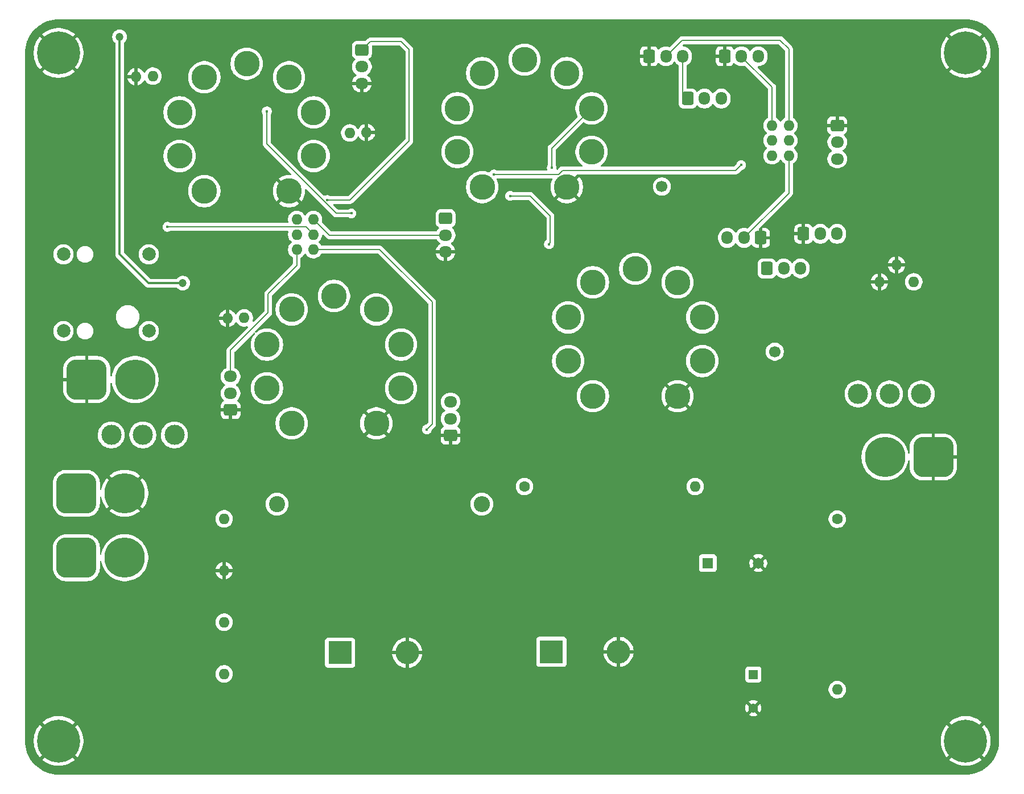
<source format=gbr>
%TF.GenerationSoftware,KiCad,Pcbnew,9.0.0*%
%TF.CreationDate,2025-03-24T09:17:14+01:00*%
%TF.ProjectId,PCB_Ampli,5043425f-416d-4706-9c69-2e6b69636164,rev?*%
%TF.SameCoordinates,Original*%
%TF.FileFunction,Copper,L4,Bot*%
%TF.FilePolarity,Positive*%
%FSLAX46Y46*%
G04 Gerber Fmt 4.6, Leading zero omitted, Abs format (unit mm)*
G04 Created by KiCad (PCBNEW 9.0.0) date 2025-03-24 09:17:14*
%MOMM*%
%LPD*%
G01*
G04 APERTURE LIST*
G04 Aperture macros list*
%AMRoundRect*
0 Rectangle with rounded corners*
0 $1 Rounding radius*
0 $2 $3 $4 $5 $6 $7 $8 $9 X,Y pos of 4 corners*
0 Add a 4 corners polygon primitive as box body*
4,1,4,$2,$3,$4,$5,$6,$7,$8,$9,$2,$3,0*
0 Add four circle primitives for the rounded corners*
1,1,$1+$1,$2,$3*
1,1,$1+$1,$4,$5*
1,1,$1+$1,$6,$7*
1,1,$1+$1,$8,$9*
0 Add four rect primitives between the rounded corners*
20,1,$1+$1,$2,$3,$4,$5,0*
20,1,$1+$1,$4,$5,$6,$7,0*
20,1,$1+$1,$6,$7,$8,$9,0*
20,1,$1+$1,$8,$9,$2,$3,0*%
G04 Aperture macros list end*
%TA.AperFunction,ComponentPad*%
%ADD10RoundRect,0.250000X-0.725000X0.600000X-0.725000X-0.600000X0.725000X-0.600000X0.725000X0.600000X0*%
%TD*%
%TA.AperFunction,ComponentPad*%
%ADD11O,1.950000X1.700000*%
%TD*%
%TA.AperFunction,ComponentPad*%
%ADD12O,1.600000X1.600000*%
%TD*%
%TA.AperFunction,ComponentPad*%
%ADD13RoundRect,0.250000X-0.600000X-0.725000X0.600000X-0.725000X0.600000X0.725000X-0.600000X0.725000X0*%
%TD*%
%TA.AperFunction,ComponentPad*%
%ADD14O,1.700000X1.950000*%
%TD*%
%TA.AperFunction,ComponentPad*%
%ADD15C,3.810000*%
%TD*%
%TA.AperFunction,ComponentPad*%
%ADD16C,1.600000*%
%TD*%
%TA.AperFunction,ComponentPad*%
%ADD17R,3.500000X3.500000*%
%TD*%
%TA.AperFunction,ComponentPad*%
%ADD18O,3.500000X3.500000*%
%TD*%
%TA.AperFunction,ComponentPad*%
%ADD19RoundRect,1.500000X-1.500000X-1.500000X1.500000X-1.500000X1.500000X1.500000X-1.500000X1.500000X0*%
%TD*%
%TA.AperFunction,ComponentPad*%
%ADD20C,6.000000*%
%TD*%
%TA.AperFunction,ComponentPad*%
%ADD21C,0.800000*%
%TD*%
%TA.AperFunction,ComponentPad*%
%ADD22C,6.400000*%
%TD*%
%TA.AperFunction,ComponentPad*%
%ADD23C,3.000000*%
%TD*%
%TA.AperFunction,ComponentPad*%
%ADD24R,1.400000X1.400000*%
%TD*%
%TA.AperFunction,ComponentPad*%
%ADD25C,1.400000*%
%TD*%
%TA.AperFunction,ComponentPad*%
%ADD26RoundRect,0.250000X0.725000X-0.600000X0.725000X0.600000X-0.725000X0.600000X-0.725000X-0.600000X0*%
%TD*%
%TA.AperFunction,ComponentPad*%
%ADD27RoundRect,0.250000X0.600000X0.725000X-0.600000X0.725000X-0.600000X-0.725000X0.600000X-0.725000X0*%
%TD*%
%TA.AperFunction,ComponentPad*%
%ADD28RoundRect,1.500000X1.500000X1.500000X-1.500000X1.500000X-1.500000X-1.500000X1.500000X-1.500000X0*%
%TD*%
%TA.AperFunction,ComponentPad*%
%ADD29C,2.400000*%
%TD*%
%TA.AperFunction,ComponentPad*%
%ADD30O,2.400000X2.400000*%
%TD*%
%TA.AperFunction,ComponentPad*%
%ADD31R,1.650000X1.650000*%
%TD*%
%TA.AperFunction,ComponentPad*%
%ADD32C,1.650000*%
%TD*%
%TA.AperFunction,ComponentPad*%
%ADD33C,2.006600*%
%TD*%
%TA.AperFunction,ViaPad*%
%ADD34C,1.200000*%
%TD*%
%TA.AperFunction,ViaPad*%
%ADD35C,0.450000*%
%TD*%
%TA.AperFunction,ViaPad*%
%ADD36C,1.700000*%
%TD*%
%TA.AperFunction,Conductor*%
%ADD37C,0.300000*%
%TD*%
%TA.AperFunction,Conductor*%
%ADD38C,0.160000*%
%TD*%
G04 APERTURE END LIST*
D10*
%TO.P,J5,1,Pin_1*%
%TO.N,Heater1_B*%
X145900000Y-48300000D03*
D11*
%TO.P,J5,2,Pin_2*%
%TO.N,Net-(J5-Pin_2)*%
X145900000Y-50800000D03*
%TO.P,J5,3,Pin_3*%
%TO.N,Net-(J5-Pin_3)*%
X145900000Y-53300000D03*
%TD*%
D12*
%TO.P,SW1,1,A*%
%TO.N,Net-(C3-Pad1)*%
X65450000Y-62300000D03*
%TO.P,SW1,2,B*%
%TO.N,Net-(R4-Pad2)*%
X65450000Y-64550000D03*
%TO.P,SW1,3,C*%
%TO.N,Net-(RV6-Pad3)*%
X65450000Y-66800000D03*
%TO.P,SW1,4,A*%
%TO.N,Net-(C6-Pad1)*%
X67950000Y-62300000D03*
%TO.P,SW1,5,B*%
%TO.N,/Pr\u00E9ampli/neutre*%
X67950000Y-64550000D03*
%TO.P,SW1,6,C*%
%TO.N,Net-(C22-Pad1)*%
X67950000Y-66800000D03*
%TD*%
D13*
%TO.P,Vol2_high1,1,1*%
%TO.N,Heater1_B*%
X140875000Y-64450000D03*
D14*
%TO.P,Vol2_high1,2,2*%
%TO.N,5*%
X143375000Y-64450000D03*
%TO.P,Vol2_high1,3,3*%
%TO.N,Net-(C24-Pad2)*%
X145875000Y-64450000D03*
%TD*%
D10*
%TO.P,Gain1_Post1,1,1*%
%TO.N,Net-(C4-Pad2)*%
X87600000Y-62150000D03*
D11*
%TO.P,Gain1_Post1,2,2*%
%TO.N,Net-(C6-Pad1)*%
X87600000Y-64650000D03*
%TO.P,Gain1_Post1,3,3*%
%TO.N,Heater1_B*%
X87600000Y-67150000D03*
%TD*%
D15*
%TO.P,12ax4,1*%
%TO.N,Net-(12ax4-1)*%
X109533000Y-88634800D03*
%TO.P,12ax4,2*%
%TO.N,Net-(12ax4-2)*%
X105850000Y-83402400D03*
%TO.P,12ax4,3*%
%TO.N,Net-(12ax4-3)*%
X105850000Y-76900000D03*
%TO.P,12ax4,4*%
%TO.N,Heater1_A*%
X109533000Y-71667600D03*
%TO.P,12ax4,5*%
X115832200Y-69661000D03*
%TO.P,12ax4,6*%
%TO.N,Net-(12ax4-6)*%
X122131400Y-71667600D03*
%TO.P,12ax4,7*%
%TO.N,Net-(12ax4-7)*%
X125814400Y-76900000D03*
%TO.P,12ax4,8*%
%TO.N,Net-(12ax4-3)*%
X125814400Y-83402400D03*
%TO.P,12ax4,9*%
%TO.N,Heater1_B*%
X122131400Y-88634800D03*
%TD*%
D13*
%TO.P,tone2,1,1*%
%TO.N,Net-(C26-Pad2)*%
X135425000Y-69600000D03*
D14*
%TO.P,tone2,2,2*%
%TO.N,Net-(C25-Pad1)*%
X137925000Y-69600000D03*
%TO.P,tone2,3,3*%
X140425000Y-69600000D03*
%TD*%
D16*
%TO.P,R63,1*%
%TO.N,C*%
X145900000Y-106950000D03*
D12*
%TO.P,R63,2*%
%TO.N,D*%
X145900000Y-132350000D03*
%TD*%
D13*
%TO.P,Vol1_low2,1,1*%
%TO.N,Heater1_B*%
X117900000Y-38000000D03*
D14*
%TO.P,Vol1_low2,2,2*%
%TO.N,3*%
X120400000Y-38000000D03*
%TO.P,Vol1_low2,3,3*%
%TO.N,Net-(C10-Pad2)*%
X122900000Y-38000000D03*
%TD*%
D17*
%TO.P,C62,1*%
%TO.N,Net-(C62-Pad1)*%
X103350000Y-126700000D03*
D18*
%TO.P,C62,2*%
%TO.N,Heater1_B*%
X113350000Y-126700000D03*
%TD*%
D12*
%TO.P,RV11,1,1*%
%TO.N,Heater1_B*%
X152200000Y-71600000D03*
%TO.P,RV11,2,2*%
X154740000Y-69060000D03*
%TO.P,RV11,3,3*%
%TO.N,Heater1_A*%
X157280000Y-71600000D03*
%TD*%
D19*
%TO.P,InSwitch1,1,Pin_1*%
%TO.N,+250V*%
X32650000Y-103100000D03*
D20*
%TO.P,InSwitch1,2,Pin_2*%
%TO.N,Heater1_B*%
X39850000Y-103100000D03*
%TD*%
D12*
%TO.P,C5,1*%
%TO.N,Net-(12ax1-8)*%
X73340000Y-49416700D03*
%TO.P,C5,2*%
%TO.N,Heater1_B*%
X75840000Y-49346700D03*
%TD*%
D21*
%TO.P,H2,1,1*%
%TO.N,Heater1_B*%
X27600000Y-140000000D03*
X28302944Y-138302944D03*
X28302944Y-141697056D03*
X30000000Y-137600000D03*
D22*
X30000000Y-140000000D03*
D21*
X30000000Y-142400000D03*
X31697056Y-138302944D03*
X31697056Y-141697056D03*
X32400000Y-140000000D03*
%TD*%
%TO.P,H3,1,1*%
%TO.N,Heater1_B*%
X162600000Y-37500000D03*
X163302944Y-35802944D03*
X163302944Y-39197056D03*
X165000000Y-35100000D03*
D22*
X165000000Y-37500000D03*
D21*
X165000000Y-39900000D03*
X166697056Y-35802944D03*
X166697056Y-39197056D03*
X167400000Y-37500000D03*
%TD*%
D23*
%TO.P,SW3,1,A*%
%TO.N,+250V*%
X37850000Y-94400000D03*
%TO.P,SW3,2,B*%
%TO.N,Net-(J1-Pin_2)*%
X42550000Y-94400000D03*
%TO.P,SW3,3,C*%
%TO.N,unconnected-(SW3-C-Pad3)*%
X47250000Y-94400000D03*
%TD*%
D12*
%TO.P,C2,1*%
%TO.N,Net-(12ax1-3)*%
X44050000Y-40946700D03*
%TO.P,C2,2*%
%TO.N,Heater1_B*%
X41550000Y-41016700D03*
%TD*%
D24*
%TO.P,C64,1*%
%TO.N,D*%
X133400000Y-130100000D03*
D25*
%TO.P,C64,2*%
%TO.N,Heater1_B*%
X133400000Y-135100000D03*
%TD*%
D26*
%TO.P,RV6,1,1*%
%TO.N,Heater1_B*%
X55600000Y-90700000D03*
D11*
%TO.P,RV6,2,2*%
%TO.N,Net-(12ax3-2)*%
X55600000Y-88200000D03*
%TO.P,RV6,3,3*%
%TO.N,Net-(RV6-Pad3)*%
X55600000Y-85700000D03*
%TD*%
D15*
%TO.P,12ax1,1*%
%TO.N,Net-(12ax1-1)*%
X51700800Y-58086900D03*
%TO.P,12ax1,2*%
%TO.N,Net-(12ax1-2)*%
X48017800Y-52854500D03*
%TO.P,12ax1,3*%
%TO.N,Net-(12ax1-3)*%
X48017800Y-46352100D03*
%TO.P,12ax1,4*%
%TO.N,Heater1_A*%
X51700800Y-41119700D03*
%TO.P,12ax1,5*%
X58000000Y-39113100D03*
%TO.P,12ax1,6*%
%TO.N,/Pr\u00E9ampli/6*%
X64299200Y-41119700D03*
%TO.P,12ax1,7*%
%TO.N,/Pr\u00E9ampli/7*%
X67982200Y-46352100D03*
%TO.P,12ax1,8*%
%TO.N,Net-(12ax1-8)*%
X67982200Y-52854500D03*
%TO.P,12ax1,9*%
%TO.N,Heater1_B*%
X64299200Y-58086900D03*
%TD*%
D13*
%TO.P,tone1,1,1*%
%TO.N,Net-(C10-Pad2)*%
X123650000Y-44300000D03*
D14*
%TO.P,tone1,2,2*%
%TO.N,Net-(C9-Pad1)*%
X126150000Y-44300000D03*
%TO.P,tone1,3,3*%
X128650000Y-44300000D03*
%TD*%
D19*
%TO.P,OutSwitch1,1,Pin_1*%
%TO.N,Net-(OutSwitch1-Pin_1)*%
X32650000Y-112700000D03*
D20*
%TO.P,OutSwitch1,2,Pin_2*%
%TO.N,Net-(OutSwitch1-Pin_2)*%
X39850000Y-112700000D03*
%TD*%
D15*
%TO.P,12ax2,1*%
%TO.N,Net-(12ax2-1)*%
X93050800Y-57486900D03*
%TO.P,12ax2,2*%
%TO.N,Net-(12ax2-2)*%
X89367800Y-52254500D03*
%TO.P,12ax2,3*%
%TO.N,Net-(12ax2-3)*%
X89367800Y-45752100D03*
%TO.P,12ax2,4*%
%TO.N,Heater1_A*%
X93050800Y-40519700D03*
%TO.P,12ax2,5*%
X99350000Y-38513100D03*
%TO.P,12ax2,6*%
%TO.N,Net-(12ax2-6)*%
X105649200Y-40519700D03*
%TO.P,12ax2,7*%
%TO.N,Net-(12ax2-7)*%
X109332200Y-45752100D03*
%TO.P,12ax2,8*%
%TO.N,Net-(12ax2-3)*%
X109332200Y-52254500D03*
%TO.P,12ax2,9*%
%TO.N,Heater1_B*%
X105649200Y-57486900D03*
%TD*%
D12*
%TO.P,D1,1,+*%
%TO.N,Net-(D1-+)*%
X54650000Y-130000000D03*
%TO.P,D1,2*%
%TO.N,Net-(OutSwitch1-Pin_1)*%
X54650000Y-122300000D03*
%TO.P,D1,3,-*%
%TO.N,Heater1_B*%
X54650000Y-114600000D03*
%TO.P,D1,4*%
%TO.N,Net-(OutSwitch1-Pin_2)*%
X54650000Y-106900000D03*
%TD*%
D21*
%TO.P,H4,1,1*%
%TO.N,Heater1_B*%
X162600000Y-140000000D03*
X163302944Y-138302944D03*
X163302944Y-141697056D03*
X165000000Y-137600000D03*
D22*
X165000000Y-140000000D03*
D21*
X165000000Y-142400000D03*
X166697056Y-138302944D03*
X166697056Y-141697056D03*
X167400000Y-140000000D03*
%TD*%
D15*
%TO.P,12ax3,1*%
%TO.N,Net-(12ax3-1)*%
X64700800Y-92683600D03*
%TO.P,12ax3,2*%
%TO.N,Net-(12ax3-2)*%
X61017800Y-87451200D03*
%TO.P,12ax3,3*%
%TO.N,Net-(12ax3-3)*%
X61017800Y-80948800D03*
%TO.P,12ax3,4*%
%TO.N,Heater1_A*%
X64700800Y-75716400D03*
%TO.P,12ax3,5*%
X71000000Y-73709800D03*
%TO.P,12ax3,6*%
%TO.N,D*%
X77299200Y-75716400D03*
%TO.P,12ax3,7*%
%TO.N,Net-(12ax3-1)*%
X80982200Y-80948800D03*
%TO.P,12ax3,8*%
%TO.N,Net-(12ax3-8)*%
X80982200Y-87451200D03*
%TO.P,12ax3,9*%
%TO.N,Heater1_B*%
X77299200Y-92683600D03*
%TD*%
D26*
%TO.P,Gain2_Post1,1,1*%
%TO.N,Heater1_B*%
X88350000Y-94500000D03*
D11*
%TO.P,Gain2_Post1,2,2*%
%TO.N,Net-(C22-Pad1)*%
X88350000Y-92000000D03*
%TO.P,Gain2_Post1,3,3*%
%TO.N,Net-(C21-Pad2)*%
X88350000Y-89500000D03*
%TD*%
D12*
%TO.P,SW2,1,A*%
%TO.N,2*%
X136200000Y-48300000D03*
%TO.P,SW2,2,B*%
%TO.N,Net-(J5-Pin_3)*%
X136200000Y-50550000D03*
%TO.P,SW2,3,C*%
%TO.N,5*%
X136200000Y-52800000D03*
%TO.P,SW2,4,A*%
%TO.N,3*%
X138700000Y-48300000D03*
%TO.P,SW2,5,B*%
%TO.N,Net-(J5-Pin_2)*%
X138700000Y-50550000D03*
%TO.P,SW2,6,C*%
%TO.N,10*%
X138700000Y-52800000D03*
%TD*%
D27*
%TO.P,Vol2_low1,1,1*%
%TO.N,Heater1_B*%
X134525000Y-65050000D03*
D14*
%TO.P,Vol2_low1,2,2*%
%TO.N,10*%
X132025000Y-65050000D03*
%TO.P,Vol2_low1,3,3*%
%TO.N,Net-(C26-Pad2)*%
X129525000Y-65050000D03*
%TD*%
D28*
%TO.P,J3,1,Pin_1*%
%TO.N,Heater1_B*%
X160190000Y-97700000D03*
D20*
%TO.P,J3,2,Pin_2*%
%TO.N,Net-(J3-Pin_2)*%
X152990000Y-97700000D03*
%TD*%
D19*
%TO.P,J1,1,Pin_1*%
%TO.N,Heater1_B*%
X34200000Y-86150000D03*
D20*
%TO.P,J1,2,Pin_2*%
%TO.N,Net-(J1-Pin_2)*%
X41400000Y-86150000D03*
%TD*%
D10*
%TO.P,Gain1_before1,1,1*%
%TO.N,Net-(C3-Pad1)*%
X75150000Y-37050000D03*
D11*
%TO.P,Gain1_before1,2,2*%
%TO.N,/Pr\u00E9ampli/7*%
X75150000Y-39550000D03*
%TO.P,Gain1_before1,3,3*%
%TO.N,Heater1_B*%
X75150000Y-42050000D03*
%TD*%
D13*
%TO.P,Vol1_high1,1,1*%
%TO.N,Heater1_B*%
X129150000Y-38000000D03*
D14*
%TO.P,Vol1_high1,2,2*%
%TO.N,2*%
X131650000Y-38000000D03*
%TO.P,Vol1_high1,3,3*%
%TO.N,Net-(C8-Pad2)*%
X134150000Y-38000000D03*
%TD*%
D23*
%TO.P,SW4,1,A*%
%TO.N,Heater1_A*%
X158390000Y-88300000D03*
%TO.P,SW4,2,B*%
%TO.N,Net-(J3-Pin_2)*%
X153690000Y-88300000D03*
%TO.P,SW4,3,C*%
%TO.N,unconnected-(SW4-C-Pad3)*%
X148990000Y-88300000D03*
%TD*%
D29*
%TO.P,R61,1*%
%TO.N,Net-(D1-+)*%
X62505000Y-104700000D03*
D30*
%TO.P,R61,2*%
%TO.N,Net-(C62-Pad1)*%
X92985000Y-104700000D03*
%TD*%
D31*
%TO.P,C63,1*%
%TO.N,C*%
X126650000Y-113500000D03*
D32*
%TO.P,C63,2*%
%TO.N,Heater1_B*%
X134150000Y-113500000D03*
%TD*%
D12*
%TO.P,C20,1*%
%TO.N,Net-(12ax3-3)*%
X57650000Y-76980000D03*
%TO.P,C20,2*%
%TO.N,Heater1_B*%
X55150000Y-77050000D03*
%TD*%
D17*
%TO.P,C61,1*%
%TO.N,Net-(D1-+)*%
X71900000Y-126850000D03*
D18*
%TO.P,C61,2*%
%TO.N,Heater1_B*%
X81900000Y-126850000D03*
%TD*%
D16*
%TO.P,R62,1*%
%TO.N,Net-(C62-Pad1)*%
X99350000Y-102100000D03*
D12*
%TO.P,R62,2*%
%TO.N,C*%
X124750000Y-102100000D03*
%TD*%
D21*
%TO.P,H1,1,1*%
%TO.N,Heater1_B*%
X27600000Y-37500000D03*
X28302944Y-35802944D03*
X28302944Y-39197056D03*
X30000000Y-35100000D03*
D22*
X30000000Y-37500000D03*
D21*
X30000000Y-39900000D03*
X31697056Y-35802944D03*
X31697056Y-39197056D03*
X32400000Y-37500000D03*
%TD*%
D33*
%TO.P,J2,S*%
%TO.N,Net-(J2-Pad1)*%
X30741104Y-78931600D03*
%TO.P,J2,SN*%
X30741104Y-67501600D03*
%TO.P,J2,T*%
%TO.N,/Pr\u00E9ampli/neutre*%
X43441104Y-78931600D03*
%TO.P,J2,TN*%
X43441104Y-67501600D03*
%TD*%
D34*
%TO.N,Heater1_A*%
X48500000Y-71800000D03*
X39100000Y-35100000D03*
D35*
%TO.N,Net-(C3-Pad1)*%
X70000000Y-59400000D03*
%TO.N,Net-(12ax2-7)*%
X103400000Y-54600000D03*
%TO.N,Net-(12ax2-1)*%
X131600000Y-54200000D03*
X94800000Y-55600000D03*
%TO.N,Net-(C22-Pad1)*%
X84800000Y-93600000D03*
%TO.N,Heater1_B*%
X59800000Y-114400000D03*
X93800000Y-96800000D03*
X43200000Y-55400000D03*
X125400000Y-88800000D03*
X94600000Y-60000000D03*
X100600000Y-86400000D03*
X83200000Y-92000000D03*
X92000000Y-69200000D03*
X77200000Y-52600000D03*
X53000000Y-79400000D03*
X40000000Y-45800000D03*
%TO.N,Net-(R11-Pad2)*%
X103000000Y-66000000D03*
X97200000Y-58800000D03*
D36*
%TO.N,C*%
X136600000Y-82000000D03*
X119800000Y-57400000D03*
D35*
%TO.N,/Pr\u00E9ampli/neutre*%
X46200000Y-63400000D03*
%TO.N,/Pr\u00E9ampli/6*%
X73600000Y-61400000D03*
X61000000Y-46200000D03*
%TD*%
D37*
%TO.N,Heater1_A*%
X41400000Y-69800000D02*
X43400000Y-71800000D01*
X39100000Y-67500000D02*
X41400000Y-69800000D01*
X39100000Y-35100000D02*
X39100000Y-67500000D01*
X43400000Y-71800000D02*
X48500000Y-71800000D01*
D38*
%TO.N,/Pr\u00E9ampli/neutre*%
X43301600Y-67501600D02*
X43200000Y-67400000D01*
%TO.N,Net-(C3-Pad1)*%
X76400000Y-35800000D02*
X75150000Y-37050000D01*
X73400000Y-59400000D02*
X82200000Y-50600000D01*
X81000000Y-35800000D02*
X76400000Y-35800000D01*
X70000000Y-59400000D02*
X73400000Y-59400000D01*
X82200000Y-37000000D02*
X81000000Y-35800000D01*
X82200000Y-50600000D02*
X82200000Y-37000000D01*
X75150000Y-36650000D02*
X75150000Y-37050000D01*
%TO.N,Net-(C6-Pad1)*%
X70300000Y-64650000D02*
X67950000Y-62300000D01*
X87600000Y-64650000D02*
X70300000Y-64650000D01*
%TO.N,Net-(12ax2-7)*%
X103400000Y-54600000D02*
X103400000Y-51684300D01*
X103400000Y-51684300D02*
X109332200Y-45752100D01*
%TO.N,Net-(12ax2-1)*%
X130800000Y-55000000D02*
X131600000Y-54200000D01*
X105000000Y-55000000D02*
X130800000Y-55000000D01*
X94800000Y-55600000D02*
X104400000Y-55600000D01*
X104400000Y-55600000D02*
X105000000Y-55000000D01*
%TO.N,Net-(C10-Pad2)*%
X122900000Y-38000000D02*
X122900000Y-43550000D01*
X122900000Y-43550000D02*
X123650000Y-44300000D01*
%TO.N,Net-(C22-Pad1)*%
X77800000Y-66800000D02*
X67950000Y-66800000D01*
X84800000Y-93600000D02*
X85600000Y-92800000D01*
X85600000Y-74600000D02*
X77800000Y-66800000D01*
X85600000Y-92800000D02*
X85600000Y-74600000D01*
%TO.N,Net-(R11-Pad2)*%
X103200000Y-65800000D02*
X103000000Y-66000000D01*
X97200000Y-58800000D02*
X100200000Y-58800000D01*
X100200000Y-58800000D02*
X100400000Y-59000000D01*
X100400000Y-59000000D02*
X103200000Y-61800000D01*
X103200000Y-61800000D02*
X103200000Y-65800000D01*
%TO.N,Net-(RV6-Pad3)*%
X55600000Y-81800000D02*
X61200000Y-76200000D01*
X61200000Y-73400000D02*
X65450000Y-69150000D01*
X55600000Y-85700000D02*
X55600000Y-81800000D01*
X65450000Y-69150000D02*
X65450000Y-66800000D01*
X61200000Y-76200000D02*
X61200000Y-73400000D01*
%TO.N,2*%
X131650000Y-38050000D02*
X136200000Y-42600000D01*
X136200000Y-42600000D02*
X136200000Y-48300000D01*
X131650000Y-38000000D02*
X131650000Y-38050000D01*
%TO.N,3*%
X138700000Y-36900000D02*
X137400000Y-35600000D01*
X122800000Y-35600000D02*
X120400000Y-38000000D01*
X138700000Y-48300000D02*
X138700000Y-36900000D01*
X137400000Y-35600000D02*
X122800000Y-35600000D01*
%TO.N,/Pr\u00E9ampli/neutre*%
X66800000Y-63400000D02*
X67950000Y-64550000D01*
X46200000Y-63400000D02*
X66800000Y-63400000D01*
%TO.N,/Pr\u00E9ampli/6*%
X61000000Y-46200000D02*
X61000000Y-51080237D01*
X71319763Y-61400000D02*
X73600000Y-61400000D01*
X61000000Y-51080237D02*
X71319763Y-61400000D01*
%TO.N,10*%
X138700000Y-52800000D02*
X138700000Y-58375000D01*
X138700000Y-58375000D02*
X132025000Y-65050000D01*
%TD*%
%TA.AperFunction,Conductor*%
%TO.N,Heater1_B*%
G36*
X165002562Y-32500605D02*
G01*
X165370277Y-32515814D01*
X165375906Y-32516177D01*
X165459956Y-32523530D01*
X165464429Y-32524004D01*
X165787028Y-32564216D01*
X165793169Y-32565140D01*
X165871766Y-32578999D01*
X165875594Y-32579737D01*
X166199008Y-32647549D01*
X166205622Y-32649128D01*
X166274576Y-32667604D01*
X166277787Y-32668512D01*
X166603169Y-32765383D01*
X166610157Y-32767692D01*
X166664056Y-32787310D01*
X166666678Y-32788299D01*
X166996425Y-32916967D01*
X167003729Y-32920089D01*
X167034837Y-32934595D01*
X167036641Y-32935458D01*
X167374902Y-33100823D01*
X167383883Y-33105683D01*
X167730070Y-33311966D01*
X167738638Y-33317564D01*
X168066593Y-33551719D01*
X168074668Y-33558005D01*
X168360391Y-33800000D01*
X168382155Y-33818433D01*
X168389695Y-33825374D01*
X168674625Y-34110304D01*
X168681566Y-34117844D01*
X168906202Y-34383072D01*
X168941989Y-34425325D01*
X168948284Y-34433412D01*
X169182431Y-34761355D01*
X169188037Y-34769935D01*
X169394309Y-35116105D01*
X169399186Y-35125119D01*
X169564467Y-35463206D01*
X169565450Y-35465262D01*
X169579902Y-35496255D01*
X169583036Y-35503584D01*
X169711691Y-35833300D01*
X169712696Y-35835964D01*
X169732299Y-35889822D01*
X169734622Y-35896851D01*
X169831475Y-36222173D01*
X169832405Y-36225462D01*
X169850867Y-36294364D01*
X169852453Y-36301010D01*
X169920250Y-36624350D01*
X169921005Y-36628265D01*
X169934854Y-36706807D01*
X169935786Y-36713001D01*
X169975990Y-37035538D01*
X169976470Y-37040069D01*
X169983819Y-37124067D01*
X169984185Y-37129749D01*
X169999394Y-37497437D01*
X169999500Y-37502562D01*
X169999500Y-139997437D01*
X169999394Y-140002562D01*
X169984185Y-140370249D01*
X169983819Y-140375930D01*
X169983819Y-140375931D01*
X169976470Y-140459929D01*
X169975990Y-140464460D01*
X169935786Y-140786997D01*
X169934854Y-140793191D01*
X169921005Y-140871733D01*
X169920250Y-140875648D01*
X169852453Y-141198988D01*
X169850867Y-141205634D01*
X169832405Y-141274536D01*
X169831475Y-141277825D01*
X169734622Y-141603147D01*
X169732299Y-141610176D01*
X169712696Y-141664034D01*
X169711691Y-141666698D01*
X169583036Y-141996414D01*
X169579903Y-142003741D01*
X169579902Y-142003743D01*
X169565471Y-142034691D01*
X169564489Y-142036747D01*
X169399182Y-142374889D01*
X169394304Y-142383903D01*
X169188037Y-142730064D01*
X169182431Y-142738644D01*
X168948284Y-143066587D01*
X168941989Y-143074674D01*
X168681566Y-143382155D01*
X168674625Y-143389695D01*
X168389695Y-143674625D01*
X168382155Y-143681566D01*
X168074674Y-143941989D01*
X168066587Y-143948284D01*
X167738644Y-144182431D01*
X167730064Y-144188037D01*
X167383903Y-144394304D01*
X167374889Y-144399182D01*
X167036747Y-144564489D01*
X167034691Y-144565471D01*
X167003743Y-144579902D01*
X166996414Y-144583036D01*
X166666698Y-144711691D01*
X166664034Y-144712696D01*
X166610176Y-144732299D01*
X166603147Y-144734622D01*
X166277825Y-144831475D01*
X166274536Y-144832405D01*
X166205634Y-144850867D01*
X166198988Y-144852453D01*
X165875648Y-144920250D01*
X165871733Y-144921005D01*
X165793191Y-144934854D01*
X165786997Y-144935786D01*
X165464460Y-144975990D01*
X165459929Y-144976470D01*
X165375931Y-144983819D01*
X165370249Y-144984185D01*
X165002563Y-144999394D01*
X164997438Y-144999500D01*
X30002562Y-144999500D01*
X29997437Y-144999394D01*
X29629749Y-144984185D01*
X29624067Y-144983819D01*
X29540069Y-144976470D01*
X29535538Y-144975990D01*
X29213001Y-144935786D01*
X29206807Y-144934854D01*
X29128265Y-144921005D01*
X29124350Y-144920250D01*
X28801010Y-144852453D01*
X28794364Y-144850867D01*
X28725462Y-144832405D01*
X28722173Y-144831475D01*
X28396851Y-144734622D01*
X28389822Y-144732299D01*
X28335964Y-144712696D01*
X28333300Y-144711691D01*
X28003584Y-144583036D01*
X27996255Y-144579902D01*
X27965262Y-144565450D01*
X27963206Y-144564467D01*
X27625119Y-144399186D01*
X27616105Y-144394309D01*
X27269935Y-144188037D01*
X27261355Y-144182431D01*
X26933412Y-143948284D01*
X26925325Y-143941989D01*
X26617844Y-143681566D01*
X26610304Y-143674625D01*
X26325374Y-143389695D01*
X26318433Y-143382155D01*
X26058010Y-143074674D01*
X26051715Y-143066587D01*
X25853036Y-142788319D01*
X25817568Y-142738643D01*
X25811962Y-142730064D01*
X25605683Y-142383883D01*
X25600817Y-142374889D01*
X25435458Y-142036641D01*
X25434595Y-142034837D01*
X25420089Y-142003729D01*
X25416962Y-141996414D01*
X25381089Y-141904480D01*
X25288299Y-141666679D01*
X25287302Y-141664034D01*
X25267692Y-141610157D01*
X25265383Y-141603169D01*
X25168512Y-141277787D01*
X25167604Y-141274576D01*
X25149128Y-141205622D01*
X25147549Y-141199008D01*
X25079737Y-140875594D01*
X25078999Y-140871766D01*
X25065140Y-140793169D01*
X25064216Y-140787028D01*
X25024004Y-140464429D01*
X25023530Y-140459956D01*
X25016177Y-140375906D01*
X25015814Y-140370277D01*
X25000606Y-140002562D01*
X25000500Y-139997438D01*
X25000500Y-139818234D01*
X26300000Y-139818234D01*
X26300000Y-140181765D01*
X26335632Y-140543556D01*
X26406550Y-140900090D01*
X26406553Y-140900101D01*
X26512086Y-141247997D01*
X26651207Y-141583864D01*
X26651209Y-141583869D01*
X26822570Y-141904462D01*
X26822581Y-141904480D01*
X27024551Y-142206750D01*
X27211678Y-142434765D01*
X27211679Y-142434766D01*
X28705747Y-140940697D01*
X28779588Y-141042330D01*
X28957670Y-141220412D01*
X29059301Y-141294251D01*
X27565232Y-142788319D01*
X27565233Y-142788320D01*
X27793249Y-142975448D01*
X28095519Y-143177418D01*
X28095537Y-143177429D01*
X28416130Y-143348790D01*
X28416135Y-143348792D01*
X28752002Y-143487913D01*
X29099898Y-143593446D01*
X29099909Y-143593449D01*
X29456443Y-143664367D01*
X29818234Y-143700000D01*
X30181766Y-143700000D01*
X30543556Y-143664367D01*
X30900090Y-143593449D01*
X30900101Y-143593446D01*
X31247997Y-143487913D01*
X31583864Y-143348792D01*
X31583869Y-143348790D01*
X31904462Y-143177429D01*
X31904480Y-143177418D01*
X32206736Y-142975457D01*
X32206750Y-142975447D01*
X32434765Y-142788320D01*
X32434766Y-142788319D01*
X30940698Y-141294251D01*
X31042330Y-141220412D01*
X31220412Y-141042330D01*
X31294251Y-140940698D01*
X32788319Y-142434766D01*
X32788320Y-142434765D01*
X32975447Y-142206750D01*
X32975457Y-142206736D01*
X33177418Y-141904480D01*
X33177429Y-141904462D01*
X33348790Y-141583869D01*
X33348792Y-141583864D01*
X33487913Y-141247997D01*
X33593446Y-140900101D01*
X33593449Y-140900090D01*
X33664367Y-140543556D01*
X33700000Y-140181765D01*
X33700000Y-139818234D01*
X161300000Y-139818234D01*
X161300000Y-140181765D01*
X161335632Y-140543556D01*
X161406550Y-140900090D01*
X161406553Y-140900101D01*
X161512086Y-141247997D01*
X161651207Y-141583864D01*
X161651209Y-141583869D01*
X161822570Y-141904462D01*
X161822581Y-141904480D01*
X162024551Y-142206750D01*
X162211678Y-142434765D01*
X162211679Y-142434766D01*
X163705747Y-140940697D01*
X163779588Y-141042330D01*
X163957670Y-141220412D01*
X164059301Y-141294251D01*
X162565232Y-142788319D01*
X162565233Y-142788320D01*
X162793249Y-142975448D01*
X163095519Y-143177418D01*
X163095537Y-143177429D01*
X163416130Y-143348790D01*
X163416135Y-143348792D01*
X163752002Y-143487913D01*
X164099898Y-143593446D01*
X164099909Y-143593449D01*
X164456443Y-143664367D01*
X164818234Y-143700000D01*
X165181766Y-143700000D01*
X165543556Y-143664367D01*
X165900090Y-143593449D01*
X165900101Y-143593446D01*
X166247997Y-143487913D01*
X166583864Y-143348792D01*
X166583869Y-143348790D01*
X166904462Y-143177429D01*
X166904480Y-143177418D01*
X167206736Y-142975457D01*
X167206750Y-142975447D01*
X167434765Y-142788320D01*
X167434766Y-142788319D01*
X165940698Y-141294251D01*
X166042330Y-141220412D01*
X166220412Y-141042330D01*
X166294251Y-140940698D01*
X167788319Y-142434766D01*
X167788320Y-142434765D01*
X167975447Y-142206750D01*
X167975457Y-142206736D01*
X168177418Y-141904480D01*
X168177429Y-141904462D01*
X168348790Y-141583869D01*
X168348792Y-141583864D01*
X168487913Y-141247997D01*
X168593446Y-140900101D01*
X168593449Y-140900090D01*
X168664367Y-140543556D01*
X168700000Y-140181765D01*
X168700000Y-139818234D01*
X168664367Y-139456443D01*
X168593449Y-139099909D01*
X168593446Y-139099898D01*
X168487913Y-138752002D01*
X168348792Y-138416135D01*
X168348790Y-138416130D01*
X168177429Y-138095537D01*
X168177418Y-138095519D01*
X167975448Y-137793249D01*
X167788320Y-137565233D01*
X167788319Y-137565232D01*
X166294251Y-139059300D01*
X166220412Y-138957670D01*
X166042330Y-138779588D01*
X165940698Y-138705748D01*
X167434766Y-137211679D01*
X167434765Y-137211678D01*
X167206750Y-137024551D01*
X166904480Y-136822581D01*
X166904462Y-136822570D01*
X166583869Y-136651209D01*
X166583864Y-136651207D01*
X166247997Y-136512086D01*
X165900101Y-136406553D01*
X165900090Y-136406550D01*
X165543556Y-136335632D01*
X165181766Y-136300000D01*
X164818234Y-136300000D01*
X164456443Y-136335632D01*
X164099909Y-136406550D01*
X164099898Y-136406553D01*
X163752002Y-136512086D01*
X163416135Y-136651207D01*
X163416130Y-136651209D01*
X163095537Y-136822570D01*
X163095519Y-136822581D01*
X162793258Y-137024545D01*
X162793254Y-137024548D01*
X162565233Y-137211679D01*
X162565233Y-137211680D01*
X164059301Y-138705748D01*
X163957670Y-138779588D01*
X163779588Y-138957670D01*
X163705748Y-139059301D01*
X162211680Y-137565233D01*
X162211679Y-137565233D01*
X162024548Y-137793254D01*
X162024545Y-137793258D01*
X161822581Y-138095519D01*
X161822570Y-138095537D01*
X161651209Y-138416130D01*
X161651207Y-138416135D01*
X161512086Y-138752002D01*
X161406553Y-139099898D01*
X161406550Y-139099909D01*
X161335632Y-139456443D01*
X161300000Y-139818234D01*
X33700000Y-139818234D01*
X33664367Y-139456443D01*
X33593449Y-139099909D01*
X33593446Y-139099898D01*
X33487913Y-138752002D01*
X33348792Y-138416135D01*
X33348790Y-138416130D01*
X33177429Y-138095537D01*
X33177418Y-138095519D01*
X32975448Y-137793249D01*
X32788320Y-137565233D01*
X32788319Y-137565232D01*
X31294251Y-139059300D01*
X31220412Y-138957670D01*
X31042330Y-138779588D01*
X30940698Y-138705748D01*
X32434766Y-137211679D01*
X32434765Y-137211678D01*
X32206750Y-137024551D01*
X31904480Y-136822581D01*
X31904462Y-136822570D01*
X31583869Y-136651209D01*
X31583864Y-136651207D01*
X31247997Y-136512086D01*
X30900101Y-136406553D01*
X30900090Y-136406550D01*
X30543556Y-136335632D01*
X30181766Y-136300000D01*
X29818234Y-136300000D01*
X29456443Y-136335632D01*
X29099909Y-136406550D01*
X29099898Y-136406553D01*
X28752002Y-136512086D01*
X28416135Y-136651207D01*
X28416130Y-136651209D01*
X28095537Y-136822570D01*
X28095519Y-136822581D01*
X27793258Y-137024545D01*
X27793254Y-137024548D01*
X27565233Y-137211679D01*
X27565233Y-137211680D01*
X29059301Y-138705748D01*
X28957670Y-138779588D01*
X28779588Y-138957670D01*
X28705748Y-139059301D01*
X27211680Y-137565233D01*
X27211679Y-137565233D01*
X27024548Y-137793254D01*
X27024545Y-137793258D01*
X26822581Y-138095519D01*
X26822570Y-138095537D01*
X26651209Y-138416130D01*
X26651207Y-138416135D01*
X26512086Y-138752002D01*
X26406553Y-139099898D01*
X26406550Y-139099909D01*
X26335632Y-139456443D01*
X26300000Y-139818234D01*
X25000500Y-139818234D01*
X25000500Y-135005552D01*
X132200000Y-135005552D01*
X132200000Y-135194447D01*
X132229548Y-135381002D01*
X132287914Y-135560637D01*
X132373666Y-135728933D01*
X132392116Y-135754328D01*
X132957861Y-135188584D01*
X132980667Y-135273694D01*
X133039910Y-135376306D01*
X133123694Y-135460090D01*
X133226306Y-135519333D01*
X133311415Y-135542138D01*
X132745669Y-136107882D01*
X132745670Y-136107883D01*
X132771059Y-136126329D01*
X132939362Y-136212085D01*
X133118997Y-136270451D01*
X133305553Y-136300000D01*
X133494447Y-136300000D01*
X133681002Y-136270451D01*
X133860637Y-136212085D01*
X134028937Y-136126331D01*
X134054328Y-136107883D01*
X134054328Y-136107882D01*
X133488584Y-135542138D01*
X133573694Y-135519333D01*
X133676306Y-135460090D01*
X133760090Y-135376306D01*
X133819333Y-135273694D01*
X133842138Y-135188584D01*
X134407882Y-135754328D01*
X134407883Y-135754328D01*
X134426331Y-135728937D01*
X134512085Y-135560637D01*
X134570451Y-135381002D01*
X134600000Y-135194447D01*
X134600000Y-135005552D01*
X134570451Y-134818997D01*
X134512085Y-134639362D01*
X134426329Y-134471059D01*
X134407883Y-134445670D01*
X134407882Y-134445669D01*
X133842137Y-135011414D01*
X133819333Y-134926306D01*
X133760090Y-134823694D01*
X133676306Y-134739910D01*
X133573694Y-134680667D01*
X133488584Y-134657861D01*
X134054328Y-134092116D01*
X134028933Y-134073666D01*
X133860637Y-133987914D01*
X133681002Y-133929548D01*
X133494447Y-133900000D01*
X133305553Y-133900000D01*
X133118997Y-133929548D01*
X132939362Y-133987914D01*
X132771060Y-134073669D01*
X132745670Y-134092116D01*
X132745669Y-134092116D01*
X133311415Y-134657861D01*
X133226306Y-134680667D01*
X133123694Y-134739910D01*
X133039910Y-134823694D01*
X132980667Y-134926306D01*
X132957861Y-135011414D01*
X132392116Y-134445669D01*
X132392116Y-134445670D01*
X132373669Y-134471060D01*
X132287914Y-134639362D01*
X132229548Y-134818997D01*
X132200000Y-135005552D01*
X25000500Y-135005552D01*
X25000500Y-132247648D01*
X144599500Y-132247648D01*
X144599500Y-132452351D01*
X144631522Y-132654534D01*
X144694781Y-132849223D01*
X144787715Y-133031613D01*
X144908028Y-133197213D01*
X145052786Y-133341971D01*
X145207749Y-133454556D01*
X145218390Y-133462287D01*
X145334607Y-133521503D01*
X145400776Y-133555218D01*
X145400778Y-133555218D01*
X145400781Y-133555220D01*
X145505137Y-133589127D01*
X145595465Y-133618477D01*
X145696557Y-133634488D01*
X145797648Y-133650500D01*
X145797649Y-133650500D01*
X146002351Y-133650500D01*
X146002352Y-133650500D01*
X146204534Y-133618477D01*
X146399219Y-133555220D01*
X146581610Y-133462287D01*
X146674590Y-133394732D01*
X146747213Y-133341971D01*
X146747215Y-133341968D01*
X146747219Y-133341966D01*
X146891966Y-133197219D01*
X146891968Y-133197215D01*
X146891971Y-133197213D01*
X146944732Y-133124590D01*
X147012287Y-133031610D01*
X147105220Y-132849219D01*
X147168477Y-132654534D01*
X147200500Y-132452352D01*
X147200500Y-132247648D01*
X147168477Y-132045466D01*
X147105220Y-131850781D01*
X147105218Y-131850778D01*
X147105218Y-131850776D01*
X147071503Y-131784607D01*
X147012287Y-131668390D01*
X147004556Y-131657749D01*
X146891971Y-131502786D01*
X146747213Y-131358028D01*
X146581613Y-131237715D01*
X146581612Y-131237714D01*
X146581610Y-131237713D01*
X146517835Y-131205218D01*
X146399223Y-131144781D01*
X146204534Y-131081522D01*
X146029995Y-131053878D01*
X146002352Y-131049500D01*
X145797648Y-131049500D01*
X145773329Y-131053351D01*
X145595465Y-131081522D01*
X145400776Y-131144781D01*
X145218386Y-131237715D01*
X145052786Y-131358028D01*
X144908028Y-131502786D01*
X144787715Y-131668386D01*
X144694781Y-131850776D01*
X144631522Y-132045465D01*
X144599500Y-132247648D01*
X25000500Y-132247648D01*
X25000500Y-129897648D01*
X53349500Y-129897648D01*
X53349500Y-130102351D01*
X53381522Y-130304534D01*
X53444781Y-130499223D01*
X53537715Y-130681613D01*
X53658028Y-130847213D01*
X53802786Y-130991971D01*
X53957749Y-131104556D01*
X53968390Y-131112287D01*
X54057212Y-131157544D01*
X54150776Y-131205218D01*
X54150778Y-131205218D01*
X54150781Y-131205220D01*
X54250784Y-131237713D01*
X54345465Y-131268477D01*
X54446557Y-131284488D01*
X54547648Y-131300500D01*
X54547649Y-131300500D01*
X54752351Y-131300500D01*
X54752352Y-131300500D01*
X54954534Y-131268477D01*
X55149219Y-131205220D01*
X55331610Y-131112287D01*
X55427901Y-131042328D01*
X55497213Y-130991971D01*
X55497215Y-130991968D01*
X55497219Y-130991966D01*
X55641966Y-130847219D01*
X55641968Y-130847215D01*
X55641971Y-130847213D01*
X55694732Y-130774590D01*
X55762287Y-130681610D01*
X55855220Y-130499219D01*
X55918477Y-130304534D01*
X55950500Y-130102352D01*
X55950500Y-129897648D01*
X55918477Y-129695466D01*
X55855220Y-129500781D01*
X55806469Y-129405101D01*
X55806468Y-129405097D01*
X55779482Y-129352135D01*
X132199500Y-129352135D01*
X132199500Y-130847870D01*
X132199501Y-130847876D01*
X132205908Y-130907483D01*
X132256202Y-131042328D01*
X132256206Y-131042335D01*
X132342452Y-131157544D01*
X132342455Y-131157547D01*
X132457664Y-131243793D01*
X132457671Y-131243797D01*
X132592517Y-131294091D01*
X132592516Y-131294091D01*
X132599444Y-131294835D01*
X132652127Y-131300500D01*
X134147872Y-131300499D01*
X134207483Y-131294091D01*
X134342331Y-131243796D01*
X134457546Y-131157546D01*
X134543796Y-131042331D01*
X134594091Y-130907483D01*
X134600500Y-130847873D01*
X134600499Y-129352128D01*
X134594091Y-129292517D01*
X134543796Y-129157669D01*
X134543795Y-129157668D01*
X134543793Y-129157664D01*
X134457547Y-129042455D01*
X134457544Y-129042452D01*
X134342335Y-128956206D01*
X134342328Y-128956202D01*
X134207482Y-128905908D01*
X134207483Y-128905908D01*
X134147883Y-128899501D01*
X134147881Y-128899500D01*
X134147873Y-128899500D01*
X134147864Y-128899500D01*
X132652129Y-128899500D01*
X132652123Y-128899501D01*
X132592516Y-128905908D01*
X132457671Y-128956202D01*
X132457664Y-128956206D01*
X132342455Y-129042452D01*
X132342452Y-129042455D01*
X132256206Y-129157664D01*
X132256202Y-129157671D01*
X132205908Y-129292517D01*
X132199501Y-129352116D01*
X132199501Y-129352123D01*
X132199500Y-129352135D01*
X55779482Y-129352135D01*
X55762288Y-129318391D01*
X55762287Y-129318389D01*
X55641971Y-129152786D01*
X55497213Y-129008028D01*
X55331613Y-128887715D01*
X55331612Y-128887714D01*
X55331610Y-128887713D01*
X55242543Y-128842331D01*
X55149223Y-128794781D01*
X54954534Y-128731522D01*
X54779995Y-128703878D01*
X54752352Y-128699500D01*
X54547648Y-128699500D01*
X54523329Y-128703351D01*
X54345465Y-128731522D01*
X54150776Y-128794781D01*
X53968386Y-128887715D01*
X53802786Y-129008028D01*
X53658028Y-129152786D01*
X53537715Y-129318386D01*
X53444781Y-129500776D01*
X53381522Y-129695465D01*
X53349500Y-129897648D01*
X25000500Y-129897648D01*
X25000500Y-125052135D01*
X69649500Y-125052135D01*
X69649500Y-128647870D01*
X69649501Y-128647876D01*
X69655908Y-128707483D01*
X69706202Y-128842328D01*
X69706206Y-128842335D01*
X69792452Y-128957544D01*
X69792455Y-128957547D01*
X69907664Y-129043793D01*
X69907671Y-129043797D01*
X70042517Y-129094091D01*
X70042516Y-129094091D01*
X70049444Y-129094835D01*
X70102127Y-129100500D01*
X73697872Y-129100499D01*
X73757483Y-129094091D01*
X73892331Y-129043796D01*
X74007546Y-128957546D01*
X74093796Y-128842331D01*
X74144091Y-128707483D01*
X74150500Y-128647873D01*
X74150499Y-126600000D01*
X79663497Y-126600000D01*
X80930137Y-126600000D01*
X80900000Y-126751509D01*
X80900000Y-126948491D01*
X80930137Y-127100000D01*
X79663498Y-127100000D01*
X79688496Y-127289884D01*
X79688499Y-127289897D01*
X79764835Y-127574790D01*
X79764838Y-127574800D01*
X79877704Y-127847281D01*
X79877709Y-127847292D01*
X80025174Y-128102707D01*
X80025185Y-128102723D01*
X80204729Y-128336709D01*
X80204735Y-128336716D01*
X80413283Y-128545264D01*
X80413290Y-128545270D01*
X80647276Y-128724814D01*
X80647292Y-128724825D01*
X80902707Y-128872290D01*
X80902718Y-128872295D01*
X81175199Y-128985161D01*
X81175209Y-128985164D01*
X81460102Y-129061500D01*
X81460115Y-129061503D01*
X81650000Y-129086502D01*
X81650000Y-127819863D01*
X81801509Y-127850000D01*
X81998491Y-127850000D01*
X82150000Y-127819863D01*
X82150000Y-129086501D01*
X82339884Y-129061503D01*
X82339897Y-129061500D01*
X82624790Y-128985164D01*
X82624800Y-128985161D01*
X82897281Y-128872295D01*
X82897292Y-128872290D01*
X83152707Y-128724825D01*
X83152723Y-128724814D01*
X83386709Y-128545270D01*
X83386716Y-128545264D01*
X83595264Y-128336716D01*
X83595270Y-128336709D01*
X83774814Y-128102723D01*
X83774825Y-128102707D01*
X83922290Y-127847292D01*
X83922295Y-127847281D01*
X84035161Y-127574800D01*
X84035164Y-127574790D01*
X84111500Y-127289897D01*
X84111503Y-127289884D01*
X84136502Y-127100000D01*
X82869863Y-127100000D01*
X82900000Y-126948491D01*
X82900000Y-126751509D01*
X82869863Y-126600000D01*
X84136502Y-126600000D01*
X84111503Y-126410115D01*
X84111500Y-126410102D01*
X84035164Y-126125209D01*
X84035161Y-126125199D01*
X83922295Y-125852718D01*
X83922290Y-125852707D01*
X83774825Y-125597292D01*
X83774814Y-125597276D01*
X83595270Y-125363290D01*
X83595264Y-125363283D01*
X83386716Y-125154735D01*
X83386709Y-125154729D01*
X83181400Y-124997190D01*
X83181389Y-124997182D01*
X83152715Y-124975180D01*
X83152707Y-124975174D01*
X83026201Y-124902135D01*
X101099500Y-124902135D01*
X101099500Y-128497870D01*
X101099501Y-128497876D01*
X101105908Y-128557483D01*
X101156202Y-128692328D01*
X101156206Y-128692335D01*
X101242452Y-128807544D01*
X101242455Y-128807547D01*
X101357664Y-128893793D01*
X101357671Y-128893797D01*
X101492517Y-128944091D01*
X101492516Y-128944091D01*
X101499444Y-128944835D01*
X101552127Y-128950500D01*
X105147872Y-128950499D01*
X105207483Y-128944091D01*
X105342331Y-128893796D01*
X105457546Y-128807546D01*
X105543796Y-128692331D01*
X105594091Y-128557483D01*
X105600500Y-128497873D01*
X105600499Y-126450000D01*
X111113497Y-126450000D01*
X112380137Y-126450000D01*
X112350000Y-126601509D01*
X112350000Y-126798491D01*
X112380137Y-126950000D01*
X111113498Y-126950000D01*
X111138496Y-127139884D01*
X111138499Y-127139897D01*
X111214835Y-127424790D01*
X111214838Y-127424800D01*
X111327704Y-127697281D01*
X111327709Y-127697292D01*
X111475174Y-127952707D01*
X111475185Y-127952723D01*
X111654729Y-128186709D01*
X111654735Y-128186716D01*
X111863283Y-128395264D01*
X111863290Y-128395270D01*
X112097276Y-128574814D01*
X112097292Y-128574825D01*
X112352707Y-128722290D01*
X112352718Y-128722295D01*
X112625199Y-128835161D01*
X112625209Y-128835164D01*
X112910102Y-128911500D01*
X112910115Y-128911503D01*
X113100000Y-128936502D01*
X113100000Y-127669863D01*
X113251509Y-127700000D01*
X113448491Y-127700000D01*
X113600000Y-127669863D01*
X113600000Y-128936501D01*
X113789884Y-128911503D01*
X113789897Y-128911500D01*
X114074790Y-128835164D01*
X114074800Y-128835161D01*
X114347281Y-128722295D01*
X114347292Y-128722290D01*
X114602707Y-128574825D01*
X114602723Y-128574814D01*
X114836709Y-128395270D01*
X114836716Y-128395264D01*
X115045264Y-128186716D01*
X115045270Y-128186709D01*
X115224814Y-127952723D01*
X115224825Y-127952707D01*
X115372290Y-127697292D01*
X115372295Y-127697281D01*
X115485161Y-127424800D01*
X115485164Y-127424790D01*
X115561500Y-127139897D01*
X115561503Y-127139884D01*
X115586502Y-126950000D01*
X114319863Y-126950000D01*
X114350000Y-126798491D01*
X114350000Y-126601509D01*
X114319863Y-126450000D01*
X115586502Y-126450000D01*
X115561503Y-126260115D01*
X115561500Y-126260102D01*
X115485164Y-125975209D01*
X115485161Y-125975199D01*
X115372295Y-125702718D01*
X115372290Y-125702707D01*
X115224825Y-125447292D01*
X115224814Y-125447276D01*
X115045270Y-125213290D01*
X115045264Y-125213283D01*
X114836716Y-125004735D01*
X114836709Y-125004729D01*
X114602723Y-124825185D01*
X114602707Y-124825174D01*
X114347292Y-124677709D01*
X114347281Y-124677704D01*
X114074800Y-124564838D01*
X114074790Y-124564835D01*
X113789897Y-124488499D01*
X113789886Y-124488497D01*
X113600000Y-124463496D01*
X113600000Y-125730136D01*
X113448491Y-125700000D01*
X113251509Y-125700000D01*
X113100000Y-125730136D01*
X113100000Y-124463496D01*
X113099999Y-124463496D01*
X112910113Y-124488497D01*
X112910102Y-124488499D01*
X112625209Y-124564835D01*
X112625199Y-124564838D01*
X112352718Y-124677704D01*
X112352707Y-124677709D01*
X112097292Y-124825174D01*
X112097276Y-124825185D01*
X111863290Y-125004729D01*
X111863283Y-125004735D01*
X111654735Y-125213283D01*
X111654729Y-125213290D01*
X111475185Y-125447276D01*
X111475174Y-125447292D01*
X111327709Y-125702707D01*
X111327704Y-125702718D01*
X111214838Y-125975199D01*
X111214835Y-125975209D01*
X111138499Y-126260102D01*
X111138496Y-126260115D01*
X111113497Y-126450000D01*
X105600499Y-126450000D01*
X105600499Y-124902128D01*
X105594091Y-124842517D01*
X105587622Y-124825174D01*
X105543797Y-124707671D01*
X105543793Y-124707664D01*
X105457547Y-124592455D01*
X105457544Y-124592452D01*
X105342335Y-124506206D01*
X105342328Y-124506202D01*
X105207482Y-124455908D01*
X105207483Y-124455908D01*
X105147883Y-124449501D01*
X105147881Y-124449500D01*
X105147873Y-124449500D01*
X105147864Y-124449500D01*
X101552129Y-124449500D01*
X101552123Y-124449501D01*
X101492516Y-124455908D01*
X101357671Y-124506202D01*
X101357664Y-124506206D01*
X101242455Y-124592452D01*
X101242452Y-124592455D01*
X101156206Y-124707664D01*
X101156202Y-124707671D01*
X101105908Y-124842517D01*
X101099501Y-124902116D01*
X101099501Y-124902123D01*
X101099500Y-124902135D01*
X83026201Y-124902135D01*
X82897292Y-124827709D01*
X82897281Y-124827704D01*
X82624800Y-124714838D01*
X82624790Y-124714835D01*
X82339897Y-124638499D01*
X82339886Y-124638497D01*
X82150000Y-124613496D01*
X82150000Y-125880136D01*
X81998491Y-125850000D01*
X81801509Y-125850000D01*
X81650000Y-125880136D01*
X81650000Y-124613496D01*
X81649999Y-124613496D01*
X81460113Y-124638497D01*
X81460102Y-124638499D01*
X81175209Y-124714835D01*
X81175199Y-124714838D01*
X80902718Y-124827704D01*
X80902707Y-124827709D01*
X80647292Y-124975174D01*
X80647276Y-124975185D01*
X80413290Y-125154729D01*
X80413283Y-125154735D01*
X80204735Y-125363283D01*
X80204729Y-125363290D01*
X80025185Y-125597276D01*
X80025174Y-125597292D01*
X79877709Y-125852707D01*
X79877704Y-125852718D01*
X79764838Y-126125199D01*
X79764835Y-126125209D01*
X79688499Y-126410102D01*
X79688496Y-126410115D01*
X79663497Y-126600000D01*
X74150499Y-126600000D01*
X74150499Y-125052128D01*
X74144593Y-124997190D01*
X74144091Y-124992516D01*
X74093797Y-124857671D01*
X74093793Y-124857664D01*
X74007547Y-124742455D01*
X74007544Y-124742452D01*
X73892335Y-124656206D01*
X73892328Y-124656202D01*
X73757482Y-124605908D01*
X73757483Y-124605908D01*
X73697883Y-124599501D01*
X73697881Y-124599500D01*
X73697873Y-124599500D01*
X73697864Y-124599500D01*
X70102129Y-124599500D01*
X70102123Y-124599501D01*
X70042516Y-124605908D01*
X69907671Y-124656202D01*
X69907664Y-124656206D01*
X69792455Y-124742452D01*
X69792452Y-124742455D01*
X69706206Y-124857664D01*
X69706202Y-124857671D01*
X69655908Y-124992517D01*
X69654595Y-125004735D01*
X69649501Y-125052123D01*
X69649500Y-125052135D01*
X25000500Y-125052135D01*
X25000500Y-122197648D01*
X53349500Y-122197648D01*
X53349500Y-122402351D01*
X53381522Y-122604534D01*
X53444781Y-122799223D01*
X53537715Y-122981613D01*
X53658028Y-123147213D01*
X53802786Y-123291971D01*
X53957749Y-123404556D01*
X53968390Y-123412287D01*
X54084607Y-123471503D01*
X54150776Y-123505218D01*
X54150778Y-123505218D01*
X54150781Y-123505220D01*
X54255137Y-123539127D01*
X54345465Y-123568477D01*
X54446557Y-123584488D01*
X54547648Y-123600500D01*
X54547649Y-123600500D01*
X54752351Y-123600500D01*
X54752352Y-123600500D01*
X54954534Y-123568477D01*
X55149219Y-123505220D01*
X55331610Y-123412287D01*
X55424590Y-123344732D01*
X55497213Y-123291971D01*
X55497215Y-123291968D01*
X55497219Y-123291966D01*
X55641966Y-123147219D01*
X55641968Y-123147215D01*
X55641971Y-123147213D01*
X55694732Y-123074590D01*
X55762287Y-122981610D01*
X55855220Y-122799219D01*
X55918477Y-122604534D01*
X55950500Y-122402352D01*
X55950500Y-122197648D01*
X55918477Y-121995466D01*
X55855220Y-121800781D01*
X55855218Y-121800778D01*
X55855218Y-121800776D01*
X55821503Y-121734607D01*
X55762287Y-121618390D01*
X55754556Y-121607749D01*
X55641971Y-121452786D01*
X55497213Y-121308028D01*
X55331613Y-121187715D01*
X55331612Y-121187714D01*
X55331610Y-121187713D01*
X55274653Y-121158691D01*
X55149223Y-121094781D01*
X54954534Y-121031522D01*
X54779995Y-121003878D01*
X54752352Y-120999500D01*
X54547648Y-120999500D01*
X54523329Y-121003351D01*
X54345465Y-121031522D01*
X54150776Y-121094781D01*
X53968386Y-121187715D01*
X53802786Y-121308028D01*
X53658028Y-121452786D01*
X53537715Y-121618386D01*
X53444781Y-121800776D01*
X53381522Y-121995465D01*
X53349500Y-122197648D01*
X25000500Y-122197648D01*
X25000500Y-111128549D01*
X29149500Y-111128549D01*
X29149500Y-114271450D01*
X29164804Y-114485433D01*
X29225628Y-114765037D01*
X29225630Y-114765043D01*
X29225631Y-114765046D01*
X29313265Y-115000000D01*
X29325635Y-115033166D01*
X29462770Y-115284309D01*
X29462775Y-115284317D01*
X29634254Y-115513387D01*
X29634270Y-115513405D01*
X29836594Y-115715729D01*
X29836612Y-115715745D01*
X30065682Y-115887224D01*
X30065690Y-115887229D01*
X30316833Y-116024364D01*
X30316832Y-116024364D01*
X30316836Y-116024365D01*
X30316839Y-116024367D01*
X30584954Y-116124369D01*
X30584960Y-116124370D01*
X30584962Y-116124371D01*
X30864566Y-116185195D01*
X30864568Y-116185195D01*
X30864572Y-116185196D01*
X31078552Y-116200500D01*
X34221448Y-116200500D01*
X34435428Y-116185196D01*
X34715046Y-116124369D01*
X34983161Y-116024367D01*
X35234315Y-115887226D01*
X35463395Y-115715739D01*
X35665739Y-115513395D01*
X35837226Y-115284315D01*
X35974367Y-115033161D01*
X36074369Y-114765046D01*
X36135196Y-114485428D01*
X36150500Y-114271448D01*
X36150500Y-113303324D01*
X36170185Y-113236285D01*
X36222989Y-113190530D01*
X36292147Y-113180586D01*
X36355703Y-113209611D01*
X36393477Y-113268389D01*
X36396117Y-113279133D01*
X36450308Y-113551572D01*
X36550150Y-113880706D01*
X36681770Y-114198464D01*
X36681772Y-114198469D01*
X36843893Y-114501775D01*
X36843904Y-114501793D01*
X37034975Y-114787751D01*
X37034985Y-114787765D01*
X37253176Y-115053632D01*
X37496367Y-115296823D01*
X37496372Y-115296827D01*
X37496373Y-115296828D01*
X37762240Y-115515019D01*
X38048213Y-115706100D01*
X38048222Y-115706105D01*
X38048224Y-115706106D01*
X38351530Y-115868227D01*
X38351532Y-115868227D01*
X38351538Y-115868231D01*
X38669295Y-115999850D01*
X38998422Y-116099690D01*
X39335750Y-116166789D01*
X39678031Y-116200500D01*
X39678034Y-116200500D01*
X40021966Y-116200500D01*
X40021969Y-116200500D01*
X40364250Y-116166789D01*
X40701578Y-116099690D01*
X41030705Y-115999850D01*
X41348462Y-115868231D01*
X41651787Y-115706100D01*
X41937760Y-115515019D01*
X42203627Y-115296828D01*
X42446828Y-115053627D01*
X42665019Y-114787760D01*
X42856100Y-114501787D01*
X42937232Y-114350000D01*
X53373391Y-114350000D01*
X54334314Y-114350000D01*
X54329920Y-114354394D01*
X54277259Y-114445606D01*
X54250000Y-114547339D01*
X54250000Y-114652661D01*
X54277259Y-114754394D01*
X54329920Y-114845606D01*
X54334314Y-114850000D01*
X53373391Y-114850000D01*
X53382009Y-114904413D01*
X53445244Y-115099029D01*
X53538140Y-115281349D01*
X53658417Y-115446894D01*
X53658417Y-115446895D01*
X53803104Y-115591582D01*
X53968650Y-115711859D01*
X54150968Y-115804754D01*
X54345578Y-115867988D01*
X54400000Y-115876607D01*
X54400000Y-114915686D01*
X54404394Y-114920080D01*
X54495606Y-114972741D01*
X54597339Y-115000000D01*
X54702661Y-115000000D01*
X54804394Y-114972741D01*
X54895606Y-114920080D01*
X54900000Y-114915686D01*
X54900000Y-115876606D01*
X54954421Y-115867988D01*
X55149031Y-115804754D01*
X55331349Y-115711859D01*
X55496894Y-115591582D01*
X55496895Y-115591582D01*
X55641582Y-115446895D01*
X55641582Y-115446894D01*
X55761859Y-115281349D01*
X55854755Y-115099029D01*
X55917990Y-114904413D01*
X55926609Y-114850000D01*
X54965686Y-114850000D01*
X54970080Y-114845606D01*
X55022741Y-114754394D01*
X55050000Y-114652661D01*
X55050000Y-114547339D01*
X55022741Y-114445606D01*
X54970080Y-114354394D01*
X54965686Y-114350000D01*
X55926609Y-114350000D01*
X55917990Y-114295586D01*
X55854755Y-114100970D01*
X55761859Y-113918650D01*
X55641582Y-113753105D01*
X55641582Y-113753104D01*
X55496895Y-113608417D01*
X55331349Y-113488140D01*
X55149029Y-113395244D01*
X54954413Y-113332009D01*
X54900000Y-113323390D01*
X54900000Y-114284314D01*
X54895606Y-114279920D01*
X54804394Y-114227259D01*
X54702661Y-114200000D01*
X54597339Y-114200000D01*
X54495606Y-114227259D01*
X54404394Y-114279920D01*
X54400000Y-114284314D01*
X54400000Y-113323390D01*
X54345586Y-113332009D01*
X54150970Y-113395244D01*
X53968650Y-113488140D01*
X53803105Y-113608417D01*
X53803104Y-113608417D01*
X53658417Y-113753104D01*
X53658417Y-113753105D01*
X53538140Y-113918650D01*
X53445244Y-114100970D01*
X53382009Y-114295586D01*
X53373391Y-114350000D01*
X42937232Y-114350000D01*
X43018231Y-114198462D01*
X43149850Y-113880705D01*
X43249690Y-113551578D01*
X43316789Y-113214250D01*
X43350500Y-112871969D01*
X43350500Y-112627135D01*
X125324500Y-112627135D01*
X125324500Y-114372870D01*
X125324501Y-114372876D01*
X125330908Y-114432483D01*
X125381202Y-114567328D01*
X125381206Y-114567335D01*
X125467452Y-114682544D01*
X125467455Y-114682547D01*
X125582664Y-114768793D01*
X125582671Y-114768797D01*
X125717517Y-114819091D01*
X125717516Y-114819091D01*
X125724444Y-114819835D01*
X125777127Y-114825500D01*
X127522872Y-114825499D01*
X127582483Y-114819091D01*
X127717331Y-114768796D01*
X127832546Y-114682546D01*
X127918796Y-114567331D01*
X127926253Y-114547339D01*
X127941381Y-114506779D01*
X127969091Y-114432482D01*
X127975500Y-114372873D01*
X127975499Y-113395720D01*
X132825000Y-113395720D01*
X132825000Y-113604279D01*
X132857626Y-113810272D01*
X132922075Y-114008627D01*
X133016759Y-114194451D01*
X133052627Y-114243818D01*
X133052627Y-114243819D01*
X133626212Y-113670234D01*
X133637482Y-113712292D01*
X133709890Y-113837708D01*
X133812292Y-113940110D01*
X133937708Y-114012518D01*
X133979765Y-114023787D01*
X133406179Y-114597371D01*
X133406180Y-114597372D01*
X133455543Y-114633236D01*
X133455556Y-114633244D01*
X133641372Y-114727924D01*
X133839727Y-114792373D01*
X134045721Y-114825000D01*
X134254279Y-114825000D01*
X134460272Y-114792373D01*
X134658627Y-114727924D01*
X134844451Y-114633240D01*
X134893818Y-114597372D01*
X134893818Y-114597371D01*
X134320234Y-114023787D01*
X134362292Y-114012518D01*
X134487708Y-113940110D01*
X134590110Y-113837708D01*
X134662518Y-113712292D01*
X134673787Y-113670234D01*
X135247371Y-114243818D01*
X135247372Y-114243818D01*
X135283240Y-114194451D01*
X135377924Y-114008627D01*
X135442373Y-113810272D01*
X135475000Y-113604279D01*
X135475000Y-113395720D01*
X135442373Y-113189727D01*
X135377924Y-112991372D01*
X135283244Y-112805556D01*
X135283236Y-112805543D01*
X135247372Y-112756180D01*
X135247371Y-112756179D01*
X134673787Y-113329764D01*
X134662518Y-113287708D01*
X134590110Y-113162292D01*
X134487708Y-113059890D01*
X134362292Y-112987482D01*
X134320233Y-112976212D01*
X134893819Y-112402627D01*
X134844451Y-112366759D01*
X134658627Y-112272075D01*
X134460272Y-112207626D01*
X134254279Y-112175000D01*
X134045721Y-112175000D01*
X133839727Y-112207626D01*
X133641372Y-112272075D01*
X133455552Y-112366757D01*
X133406180Y-112402627D01*
X133979766Y-112976212D01*
X133937708Y-112987482D01*
X133812292Y-113059890D01*
X133709890Y-113162292D01*
X133637482Y-113287708D01*
X133626212Y-113329765D01*
X133052627Y-112756180D01*
X133016757Y-112805552D01*
X132922075Y-112991372D01*
X132857626Y-113189727D01*
X132825000Y-113395720D01*
X127975499Y-113395720D01*
X127975499Y-112627128D01*
X127969091Y-112567517D01*
X127918796Y-112432669D01*
X127918795Y-112432668D01*
X127918793Y-112432664D01*
X127832547Y-112317455D01*
X127832544Y-112317452D01*
X127717335Y-112231206D01*
X127717328Y-112231202D01*
X127582482Y-112180908D01*
X127582483Y-112180908D01*
X127522883Y-112174501D01*
X127522881Y-112174500D01*
X127522873Y-112174500D01*
X127522864Y-112174500D01*
X125777129Y-112174500D01*
X125777123Y-112174501D01*
X125717516Y-112180908D01*
X125582671Y-112231202D01*
X125582664Y-112231206D01*
X125467455Y-112317452D01*
X125467452Y-112317455D01*
X125381206Y-112432664D01*
X125381202Y-112432671D01*
X125330908Y-112567517D01*
X125324501Y-112627116D01*
X125324501Y-112627123D01*
X125324500Y-112627135D01*
X43350500Y-112627135D01*
X43350500Y-112528031D01*
X43316789Y-112185750D01*
X43249690Y-111848422D01*
X43149850Y-111519295D01*
X43018231Y-111201538D01*
X42979217Y-111128549D01*
X42856106Y-110898224D01*
X42856105Y-110898222D01*
X42856100Y-110898213D01*
X42665019Y-110612240D01*
X42446828Y-110346373D01*
X42446827Y-110346372D01*
X42446823Y-110346367D01*
X42203632Y-110103176D01*
X41937765Y-109884985D01*
X41937764Y-109884984D01*
X41937760Y-109884981D01*
X41651787Y-109693900D01*
X41651782Y-109693897D01*
X41651775Y-109693893D01*
X41348469Y-109531772D01*
X41348464Y-109531770D01*
X41030706Y-109400150D01*
X40701572Y-109300308D01*
X40364248Y-109233210D01*
X40364249Y-109233210D01*
X40106456Y-109207821D01*
X40021969Y-109199500D01*
X39678031Y-109199500D01*
X39599966Y-109207188D01*
X39335750Y-109233210D01*
X38998427Y-109300308D01*
X38669293Y-109400150D01*
X38351535Y-109531770D01*
X38351530Y-109531772D01*
X38048224Y-109693893D01*
X38048206Y-109693904D01*
X37762248Y-109884975D01*
X37762234Y-109884985D01*
X37496367Y-110103176D01*
X37253176Y-110346367D01*
X37034985Y-110612234D01*
X37034975Y-110612248D01*
X36843904Y-110898206D01*
X36843893Y-110898224D01*
X36681772Y-111201530D01*
X36681770Y-111201535D01*
X36550150Y-111519293D01*
X36450308Y-111848427D01*
X36396117Y-112120866D01*
X36363732Y-112182777D01*
X36303016Y-112217351D01*
X36233247Y-112213612D01*
X36176575Y-112172745D01*
X36150994Y-112107727D01*
X36150500Y-112096675D01*
X36150500Y-111128552D01*
X36135196Y-110914572D01*
X36131637Y-110898213D01*
X36074371Y-110634962D01*
X36074370Y-110634960D01*
X36074369Y-110634954D01*
X35974367Y-110366839D01*
X35963188Y-110346367D01*
X35837229Y-110115690D01*
X35837224Y-110115682D01*
X35665745Y-109886612D01*
X35665729Y-109886594D01*
X35463405Y-109684270D01*
X35463387Y-109684254D01*
X35234317Y-109512775D01*
X35234309Y-109512770D01*
X34983166Y-109375635D01*
X34983167Y-109375635D01*
X34875915Y-109335632D01*
X34715046Y-109275631D01*
X34715043Y-109275630D01*
X34715037Y-109275628D01*
X34435433Y-109214804D01*
X34221450Y-109199500D01*
X34221448Y-109199500D01*
X31078552Y-109199500D01*
X31078549Y-109199500D01*
X30864566Y-109214804D01*
X30584962Y-109275628D01*
X30316833Y-109375635D01*
X30065690Y-109512770D01*
X30065682Y-109512775D01*
X29836612Y-109684254D01*
X29836594Y-109684270D01*
X29634270Y-109886594D01*
X29634254Y-109886612D01*
X29462775Y-110115682D01*
X29462770Y-110115690D01*
X29325635Y-110366833D01*
X29225628Y-110634962D01*
X29164804Y-110914566D01*
X29149500Y-111128549D01*
X25000500Y-111128549D01*
X25000500Y-106797648D01*
X53349500Y-106797648D01*
X53349500Y-107002351D01*
X53381522Y-107204534D01*
X53444781Y-107399223D01*
X53537715Y-107581613D01*
X53658028Y-107747213D01*
X53802786Y-107891971D01*
X53957749Y-108004556D01*
X53968390Y-108012287D01*
X54084607Y-108071503D01*
X54150776Y-108105218D01*
X54150778Y-108105218D01*
X54150781Y-108105220D01*
X54255137Y-108139127D01*
X54345465Y-108168477D01*
X54446557Y-108184488D01*
X54547648Y-108200500D01*
X54547649Y-108200500D01*
X54752351Y-108200500D01*
X54752352Y-108200500D01*
X54954534Y-108168477D01*
X55149219Y-108105220D01*
X55331610Y-108012287D01*
X55424590Y-107944732D01*
X55497213Y-107891971D01*
X55497215Y-107891968D01*
X55497219Y-107891966D01*
X55641966Y-107747219D01*
X55641968Y-107747215D01*
X55641971Y-107747213D01*
X55725960Y-107631610D01*
X55762287Y-107581610D01*
X55855220Y-107399219D01*
X55918477Y-107204534D01*
X55950500Y-107002352D01*
X55950500Y-106847648D01*
X144599500Y-106847648D01*
X144599500Y-107052351D01*
X144631522Y-107254534D01*
X144694781Y-107449223D01*
X144787715Y-107631613D01*
X144908028Y-107797213D01*
X145052786Y-107941971D01*
X145149566Y-108012284D01*
X145218390Y-108062287D01*
X145302647Y-108105218D01*
X145400776Y-108155218D01*
X145400778Y-108155218D01*
X145400781Y-108155220D01*
X145505137Y-108189127D01*
X145595465Y-108218477D01*
X145696557Y-108234488D01*
X145797648Y-108250500D01*
X145797649Y-108250500D01*
X146002351Y-108250500D01*
X146002352Y-108250500D01*
X146204534Y-108218477D01*
X146399219Y-108155220D01*
X146581610Y-108062287D01*
X146674590Y-107994732D01*
X146747213Y-107941971D01*
X146747215Y-107941968D01*
X146747219Y-107941966D01*
X146891966Y-107797219D01*
X146891968Y-107797215D01*
X146891971Y-107797213D01*
X146944732Y-107724590D01*
X147012287Y-107631610D01*
X147105220Y-107449219D01*
X147168477Y-107254534D01*
X147200500Y-107052352D01*
X147200500Y-106847648D01*
X147168477Y-106645466D01*
X147142751Y-106566291D01*
X147120955Y-106499208D01*
X147105220Y-106450781D01*
X147105218Y-106450778D01*
X147105218Y-106450776D01*
X147064774Y-106371402D01*
X147012287Y-106268390D01*
X146983237Y-106228406D01*
X146891971Y-106102786D01*
X146747213Y-105958028D01*
X146581613Y-105837715D01*
X146581612Y-105837714D01*
X146581610Y-105837713D01*
X146483480Y-105787713D01*
X146399223Y-105744781D01*
X146204534Y-105681522D01*
X146029995Y-105653878D01*
X146002352Y-105649500D01*
X145797648Y-105649500D01*
X145773329Y-105653351D01*
X145595465Y-105681522D01*
X145400776Y-105744781D01*
X145218386Y-105837715D01*
X145052786Y-105958028D01*
X144908028Y-106102786D01*
X144787715Y-106268386D01*
X144694781Y-106450776D01*
X144631522Y-106645465D01*
X144599500Y-106847648D01*
X55950500Y-106847648D01*
X55950500Y-106797648D01*
X55918477Y-106595466D01*
X55908998Y-106566294D01*
X55871464Y-106450776D01*
X55855220Y-106400781D01*
X55855218Y-106400778D01*
X55855218Y-106400776D01*
X55810855Y-106313710D01*
X55762287Y-106218390D01*
X55688586Y-106116948D01*
X55641971Y-106052786D01*
X55497213Y-105908028D01*
X55331613Y-105787715D01*
X55331612Y-105787714D01*
X55331610Y-105787713D01*
X55250160Y-105746212D01*
X55149223Y-105694781D01*
X54954534Y-105631522D01*
X54779995Y-105603878D01*
X54752352Y-105599500D01*
X54547648Y-105599500D01*
X54523329Y-105603351D01*
X54345465Y-105631522D01*
X54150776Y-105694781D01*
X53968386Y-105787715D01*
X53802786Y-105908028D01*
X53658028Y-106052786D01*
X53537715Y-106218386D01*
X53444781Y-106400776D01*
X53381522Y-106595465D01*
X53349500Y-106797648D01*
X25000500Y-106797648D01*
X25000500Y-101528549D01*
X29149500Y-101528549D01*
X29149500Y-104671450D01*
X29164804Y-104885433D01*
X29225628Y-105165037D01*
X29225630Y-105165043D01*
X29225631Y-105165046D01*
X29310527Y-105392660D01*
X29325635Y-105433166D01*
X29462770Y-105684309D01*
X29462775Y-105684317D01*
X29634254Y-105913387D01*
X29634270Y-105913405D01*
X29836594Y-106115729D01*
X29836612Y-106115745D01*
X30065682Y-106287224D01*
X30065690Y-106287229D01*
X30316833Y-106424364D01*
X30316832Y-106424364D01*
X30316836Y-106424365D01*
X30316839Y-106424367D01*
X30584954Y-106524369D01*
X30584960Y-106524370D01*
X30584962Y-106524371D01*
X30864566Y-106585195D01*
X30864568Y-106585195D01*
X30864572Y-106585196D01*
X31078552Y-106600500D01*
X34221448Y-106600500D01*
X34435428Y-106585196D01*
X34522320Y-106566294D01*
X34715037Y-106524371D01*
X34715037Y-106524370D01*
X34715046Y-106524369D01*
X34983161Y-106424367D01*
X35234315Y-106287226D01*
X35463395Y-106115739D01*
X35665739Y-105913395D01*
X35837226Y-105684315D01*
X35837230Y-105684309D01*
X35862532Y-105637971D01*
X35904446Y-105561209D01*
X35974367Y-105433161D01*
X36074369Y-105165046D01*
X36135196Y-104885428D01*
X36150500Y-104671448D01*
X36150500Y-103700758D01*
X36170185Y-103633719D01*
X36222989Y-103587964D01*
X36292147Y-103578020D01*
X36355703Y-103607045D01*
X36393477Y-103665823D01*
X36396117Y-103676567D01*
X36450791Y-103951437D01*
X36450792Y-103951443D01*
X36550623Y-104280540D01*
X36682219Y-104598241D01*
X36682226Y-104598255D01*
X36844322Y-104901518D01*
X36844333Y-104901536D01*
X37035377Y-105187453D01*
X37035387Y-105187467D01*
X37203785Y-105392659D01*
X37203786Y-105392660D01*
X38091777Y-104504668D01*
X38154731Y-104586711D01*
X38363289Y-104795269D01*
X38445329Y-104858221D01*
X37557338Y-105746212D01*
X37557339Y-105746213D01*
X37762533Y-105914612D01*
X37762546Y-105914622D01*
X38048463Y-106105666D01*
X38048481Y-106105677D01*
X38351744Y-106267773D01*
X38351758Y-106267780D01*
X38669459Y-106399376D01*
X38998556Y-106499207D01*
X38998562Y-106499208D01*
X39335817Y-106566291D01*
X39335834Y-106566294D01*
X39678059Y-106600000D01*
X40021941Y-106600000D01*
X40364165Y-106566294D01*
X40364182Y-106566291D01*
X40701437Y-106499208D01*
X40701443Y-106499207D01*
X41030540Y-106399376D01*
X41348241Y-106267780D01*
X41348255Y-106267773D01*
X41651518Y-106105677D01*
X41651536Y-106105666D01*
X41937453Y-105914622D01*
X41937466Y-105914612D01*
X42142659Y-105746213D01*
X42142659Y-105746212D01*
X41254669Y-104858222D01*
X41336711Y-104795269D01*
X41545269Y-104586711D01*
X41608222Y-104504669D01*
X42496212Y-105392659D01*
X42496213Y-105392659D01*
X42664612Y-105187466D01*
X42664622Y-105187453D01*
X42855666Y-104901536D01*
X42855677Y-104901518D01*
X43017773Y-104598255D01*
X43017780Y-104598241D01*
X43021795Y-104588549D01*
X60804500Y-104588549D01*
X60804500Y-104811450D01*
X60804501Y-104811466D01*
X60833594Y-105032452D01*
X60833595Y-105032457D01*
X60833596Y-105032463D01*
X60875129Y-105187466D01*
X60891290Y-105247780D01*
X60891293Y-105247790D01*
X60976593Y-105453722D01*
X60976595Y-105453726D01*
X61088052Y-105646774D01*
X61088057Y-105646780D01*
X61088058Y-105646782D01*
X61223751Y-105823622D01*
X61223757Y-105823629D01*
X61381370Y-105981242D01*
X61381376Y-105981247D01*
X61558226Y-106116948D01*
X61751274Y-106228405D01*
X61957219Y-106313710D01*
X62172537Y-106371404D01*
X62393543Y-106400500D01*
X62393550Y-106400500D01*
X62616450Y-106400500D01*
X62616457Y-106400500D01*
X62837463Y-106371404D01*
X63052781Y-106313710D01*
X63258726Y-106228405D01*
X63451774Y-106116948D01*
X63628624Y-105981247D01*
X63786247Y-105823624D01*
X63921948Y-105646774D01*
X64033405Y-105453726D01*
X64118710Y-105247781D01*
X64176404Y-105032463D01*
X64205500Y-104811457D01*
X64205500Y-104588549D01*
X91284500Y-104588549D01*
X91284500Y-104811450D01*
X91284501Y-104811466D01*
X91313594Y-105032452D01*
X91313595Y-105032457D01*
X91313596Y-105032463D01*
X91355129Y-105187466D01*
X91371290Y-105247780D01*
X91371293Y-105247790D01*
X91456593Y-105453722D01*
X91456595Y-105453726D01*
X91568052Y-105646774D01*
X91568057Y-105646780D01*
X91568058Y-105646782D01*
X91703751Y-105823622D01*
X91703757Y-105823629D01*
X91861370Y-105981242D01*
X91861376Y-105981247D01*
X92038226Y-106116948D01*
X92231274Y-106228405D01*
X92437219Y-106313710D01*
X92652537Y-106371404D01*
X92873543Y-106400500D01*
X92873550Y-106400500D01*
X93096450Y-106400500D01*
X93096457Y-106400500D01*
X93317463Y-106371404D01*
X93532781Y-106313710D01*
X93738726Y-106228405D01*
X93931774Y-106116948D01*
X94108624Y-105981247D01*
X94266247Y-105823624D01*
X94401948Y-105646774D01*
X94513405Y-105453726D01*
X94598710Y-105247781D01*
X94656404Y-105032463D01*
X94685500Y-104811457D01*
X94685500Y-104588543D01*
X94656404Y-104367537D01*
X94598710Y-104152219D01*
X94513405Y-103946274D01*
X94401948Y-103753226D01*
X94310248Y-103633719D01*
X94266248Y-103576377D01*
X94266242Y-103576370D01*
X94108629Y-103418757D01*
X94108622Y-103418751D01*
X93931782Y-103283058D01*
X93931780Y-103283057D01*
X93931774Y-103283052D01*
X93738726Y-103171595D01*
X93738722Y-103171593D01*
X93532790Y-103086293D01*
X93532783Y-103086291D01*
X93532781Y-103086290D01*
X93317463Y-103028596D01*
X93317457Y-103028595D01*
X93317452Y-103028594D01*
X93096466Y-102999501D01*
X93096463Y-102999500D01*
X93096457Y-102999500D01*
X92873543Y-102999500D01*
X92873537Y-102999500D01*
X92873533Y-102999501D01*
X92652547Y-103028594D01*
X92652540Y-103028595D01*
X92652537Y-103028596D01*
X92437219Y-103086290D01*
X92437209Y-103086293D01*
X92231277Y-103171593D01*
X92231273Y-103171595D01*
X92038226Y-103283052D01*
X92038217Y-103283058D01*
X91861377Y-103418751D01*
X91861370Y-103418757D01*
X91703757Y-103576370D01*
X91703751Y-103576377D01*
X91568058Y-103753217D01*
X91568052Y-103753226D01*
X91456595Y-103946273D01*
X91456593Y-103946277D01*
X91371293Y-104152209D01*
X91371290Y-104152219D01*
X91313597Y-104367534D01*
X91313594Y-104367547D01*
X91284501Y-104588533D01*
X91284500Y-104588549D01*
X64205500Y-104588549D01*
X64205500Y-104588543D01*
X64176404Y-104367537D01*
X64118710Y-104152219D01*
X64033405Y-103946274D01*
X63921948Y-103753226D01*
X63830248Y-103633719D01*
X63786248Y-103576377D01*
X63786242Y-103576370D01*
X63628629Y-103418757D01*
X63628622Y-103418751D01*
X63451782Y-103283058D01*
X63451780Y-103283057D01*
X63451774Y-103283052D01*
X63258726Y-103171595D01*
X63258722Y-103171593D01*
X63052790Y-103086293D01*
X63052783Y-103086291D01*
X63052781Y-103086290D01*
X62837463Y-103028596D01*
X62837457Y-103028595D01*
X62837452Y-103028594D01*
X62616466Y-102999501D01*
X62616463Y-102999500D01*
X62616457Y-102999500D01*
X62393543Y-102999500D01*
X62393537Y-102999500D01*
X62393533Y-102999501D01*
X62172547Y-103028594D01*
X62172540Y-103028595D01*
X62172537Y-103028596D01*
X61957219Y-103086290D01*
X61957209Y-103086293D01*
X61751277Y-103171593D01*
X61751273Y-103171595D01*
X61558226Y-103283052D01*
X61558217Y-103283058D01*
X61381377Y-103418751D01*
X61381370Y-103418757D01*
X61223757Y-103576370D01*
X61223751Y-103576377D01*
X61088058Y-103753217D01*
X61088052Y-103753226D01*
X60976595Y-103946273D01*
X60976593Y-103946277D01*
X60891293Y-104152209D01*
X60891290Y-104152219D01*
X60833597Y-104367534D01*
X60833594Y-104367547D01*
X60804501Y-104588533D01*
X60804500Y-104588549D01*
X43021795Y-104588549D01*
X43043135Y-104537031D01*
X43043135Y-104537029D01*
X43149374Y-104280544D01*
X43249207Y-103951443D01*
X43249208Y-103951437D01*
X43316291Y-103614182D01*
X43316294Y-103614165D01*
X43350000Y-103271940D01*
X43350000Y-102928059D01*
X43316294Y-102585834D01*
X43316291Y-102585817D01*
X43249208Y-102248562D01*
X43249205Y-102248550D01*
X43182536Y-102028771D01*
X43182535Y-102028768D01*
X43173095Y-101997648D01*
X98049500Y-101997648D01*
X98049500Y-102202351D01*
X98081522Y-102404534D01*
X98144781Y-102599223D01*
X98237715Y-102781613D01*
X98358028Y-102947213D01*
X98502786Y-103091971D01*
X98657749Y-103204556D01*
X98668390Y-103212287D01*
X98784607Y-103271503D01*
X98850776Y-103305218D01*
X98850778Y-103305218D01*
X98850781Y-103305220D01*
X98955137Y-103339127D01*
X99045465Y-103368477D01*
X99146557Y-103384488D01*
X99247648Y-103400500D01*
X99247649Y-103400500D01*
X99452351Y-103400500D01*
X99452352Y-103400500D01*
X99654534Y-103368477D01*
X99849219Y-103305220D01*
X100031610Y-103212287D01*
X100186160Y-103100001D01*
X100197213Y-103091971D01*
X100197215Y-103091968D01*
X100197219Y-103091966D01*
X100341966Y-102947219D01*
X100341968Y-102947215D01*
X100341971Y-102947213D01*
X100394732Y-102874590D01*
X100462287Y-102781610D01*
X100555220Y-102599219D01*
X100618477Y-102404534D01*
X100650500Y-102202352D01*
X100650500Y-101997648D01*
X123449500Y-101997648D01*
X123449500Y-102202351D01*
X123481522Y-102404534D01*
X123544781Y-102599223D01*
X123637715Y-102781613D01*
X123758028Y-102947213D01*
X123902786Y-103091971D01*
X124057749Y-103204556D01*
X124068390Y-103212287D01*
X124184607Y-103271503D01*
X124250776Y-103305218D01*
X124250778Y-103305218D01*
X124250781Y-103305220D01*
X124355137Y-103339127D01*
X124445465Y-103368477D01*
X124546557Y-103384488D01*
X124647648Y-103400500D01*
X124647649Y-103400500D01*
X124852351Y-103400500D01*
X124852352Y-103400500D01*
X125054534Y-103368477D01*
X125249219Y-103305220D01*
X125431610Y-103212287D01*
X125586160Y-103100001D01*
X125597213Y-103091971D01*
X125597215Y-103091968D01*
X125597219Y-103091966D01*
X125741966Y-102947219D01*
X125741968Y-102947215D01*
X125741971Y-102947213D01*
X125794732Y-102874590D01*
X125862287Y-102781610D01*
X125955220Y-102599219D01*
X126018477Y-102404534D01*
X126050500Y-102202352D01*
X126050500Y-101997648D01*
X126038116Y-101919459D01*
X126018477Y-101795465D01*
X125955218Y-101600776D01*
X125918416Y-101528549D01*
X125862287Y-101418390D01*
X125852363Y-101404731D01*
X125741971Y-101252786D01*
X125597213Y-101108028D01*
X125431613Y-100987715D01*
X125431612Y-100987714D01*
X125431610Y-100987713D01*
X125374653Y-100958691D01*
X125249223Y-100894781D01*
X125054534Y-100831522D01*
X124879995Y-100803878D01*
X124852352Y-100799500D01*
X124647648Y-100799500D01*
X124623329Y-100803351D01*
X124445465Y-100831522D01*
X124250776Y-100894781D01*
X124068386Y-100987715D01*
X123902786Y-101108028D01*
X123758028Y-101252786D01*
X123637715Y-101418386D01*
X123544781Y-101600776D01*
X123481522Y-101795465D01*
X123449500Y-101997648D01*
X100650500Y-101997648D01*
X100638116Y-101919459D01*
X100618477Y-101795465D01*
X100555218Y-101600776D01*
X100518416Y-101528549D01*
X100462287Y-101418390D01*
X100452363Y-101404731D01*
X100341971Y-101252786D01*
X100197213Y-101108028D01*
X100031613Y-100987715D01*
X100031612Y-100987714D01*
X100031610Y-100987713D01*
X99974653Y-100958691D01*
X99849223Y-100894781D01*
X99654534Y-100831522D01*
X99479995Y-100803878D01*
X99452352Y-100799500D01*
X99247648Y-100799500D01*
X99223329Y-100803351D01*
X99045465Y-100831522D01*
X98850776Y-100894781D01*
X98668386Y-100987715D01*
X98502786Y-101108028D01*
X98358028Y-101252786D01*
X98237715Y-101418386D01*
X98144781Y-101600776D01*
X98081522Y-101795465D01*
X98049500Y-101997648D01*
X43173095Y-101997648D01*
X43149379Y-101919468D01*
X43017780Y-101601758D01*
X43017773Y-101601744D01*
X42855677Y-101298481D01*
X42855666Y-101298463D01*
X42664622Y-101012546D01*
X42664612Y-101012533D01*
X42496213Y-100807339D01*
X42496212Y-100807338D01*
X41608221Y-101695329D01*
X41545269Y-101613289D01*
X41336711Y-101404731D01*
X41254668Y-101341777D01*
X42142660Y-100453786D01*
X42142659Y-100453785D01*
X41937467Y-100285387D01*
X41937453Y-100285377D01*
X41651536Y-100094333D01*
X41651518Y-100094322D01*
X41348255Y-99932226D01*
X41348241Y-99932219D01*
X41030540Y-99800623D01*
X40701443Y-99700792D01*
X40701437Y-99700791D01*
X40364182Y-99633708D01*
X40364165Y-99633705D01*
X40021941Y-99600000D01*
X39678059Y-99600000D01*
X39335834Y-99633705D01*
X39335817Y-99633708D01*
X38998562Y-99700791D01*
X38998556Y-99700792D01*
X38669459Y-99800623D01*
X38351758Y-99932219D01*
X38351744Y-99932226D01*
X38048481Y-100094322D01*
X38048463Y-100094333D01*
X37762546Y-100285377D01*
X37762532Y-100285387D01*
X37557338Y-100453786D01*
X38445330Y-101341778D01*
X38363289Y-101404731D01*
X38154731Y-101613289D01*
X38091778Y-101695330D01*
X37203786Y-100807338D01*
X37035387Y-101012532D01*
X37035377Y-101012546D01*
X36844333Y-101298463D01*
X36844322Y-101298481D01*
X36682226Y-101601744D01*
X36682219Y-101601758D01*
X36550623Y-101919459D01*
X36450792Y-102248556D01*
X36450791Y-102248562D01*
X36396117Y-102523432D01*
X36363732Y-102585343D01*
X36303017Y-102619917D01*
X36233247Y-102616178D01*
X36176575Y-102575312D01*
X36150994Y-102510294D01*
X36150500Y-102499241D01*
X36150500Y-101528552D01*
X36135196Y-101314572D01*
X36121755Y-101252786D01*
X36074371Y-101034962D01*
X36074370Y-101034960D01*
X36074369Y-101034954D01*
X35974367Y-100766839D01*
X35974364Y-100766833D01*
X35862532Y-100562028D01*
X35837229Y-100515690D01*
X35837224Y-100515682D01*
X35665745Y-100286612D01*
X35665729Y-100286594D01*
X35463405Y-100084270D01*
X35463387Y-100084254D01*
X35234317Y-99912775D01*
X35234309Y-99912770D01*
X34983166Y-99775635D01*
X34983167Y-99775635D01*
X34782502Y-99700791D01*
X34715046Y-99675631D01*
X34715043Y-99675630D01*
X34715037Y-99675628D01*
X34435433Y-99614804D01*
X34221450Y-99599500D01*
X34221448Y-99599500D01*
X31078552Y-99599500D01*
X31078549Y-99599500D01*
X30864566Y-99614804D01*
X30584962Y-99675628D01*
X30316833Y-99775635D01*
X30065690Y-99912770D01*
X30065682Y-99912775D01*
X29836612Y-100084254D01*
X29836594Y-100084270D01*
X29634270Y-100286594D01*
X29634254Y-100286612D01*
X29462775Y-100515682D01*
X29462770Y-100515690D01*
X29325635Y-100766833D01*
X29225628Y-101034962D01*
X29164804Y-101314566D01*
X29149500Y-101528549D01*
X25000500Y-101528549D01*
X25000500Y-97528034D01*
X149489500Y-97528034D01*
X149489500Y-97871965D01*
X149523210Y-98214249D01*
X149590308Y-98551572D01*
X149690150Y-98880706D01*
X149821770Y-99198464D01*
X149821772Y-99198469D01*
X149983893Y-99501775D01*
X149983904Y-99501793D01*
X150174975Y-99787751D01*
X150174985Y-99787765D01*
X150393176Y-100053632D01*
X150636367Y-100296823D01*
X150636372Y-100296827D01*
X150636373Y-100296828D01*
X150902240Y-100515019D01*
X151188213Y-100706100D01*
X151188222Y-100706105D01*
X151188224Y-100706106D01*
X151491530Y-100868227D01*
X151491532Y-100868227D01*
X151491538Y-100868231D01*
X151809295Y-100999850D01*
X152138422Y-101099690D01*
X152475750Y-101166789D01*
X152818031Y-101200500D01*
X152818034Y-101200500D01*
X153161966Y-101200500D01*
X153161969Y-101200500D01*
X153504250Y-101166789D01*
X153841578Y-101099690D01*
X154170705Y-100999850D01*
X154488462Y-100868231D01*
X154791787Y-100706100D01*
X155077760Y-100515019D01*
X155343627Y-100296828D01*
X155586828Y-100053627D01*
X155805019Y-99787760D01*
X155996100Y-99501787D01*
X156158231Y-99198462D01*
X156289850Y-98880705D01*
X156389690Y-98551578D01*
X156444383Y-98276619D01*
X156476768Y-98214708D01*
X156537484Y-98180134D01*
X156607253Y-98183873D01*
X156663925Y-98224740D01*
X156689506Y-98289758D01*
X156690000Y-98300810D01*
X156690000Y-99271436D01*
X156705300Y-99485362D01*
X156766109Y-99764895D01*
X156866091Y-100032958D01*
X157003191Y-100284038D01*
X157003192Y-100284039D01*
X157174639Y-100513065D01*
X157174649Y-100513077D01*
X157376922Y-100715350D01*
X157376934Y-100715360D01*
X157605960Y-100886807D01*
X157605961Y-100886808D01*
X157857042Y-101023908D01*
X157857041Y-101023908D01*
X158125104Y-101123890D01*
X158404637Y-101184699D01*
X158618563Y-101199999D01*
X158618566Y-101200000D01*
X159940000Y-101200000D01*
X159940000Y-99936502D01*
X160042527Y-99950000D01*
X160337473Y-99950000D01*
X160440000Y-99936502D01*
X160440000Y-101200000D01*
X161761434Y-101200000D01*
X161761436Y-101199999D01*
X161975362Y-101184699D01*
X162254895Y-101123890D01*
X162522958Y-101023908D01*
X162774038Y-100886808D01*
X162774039Y-100886807D01*
X163003065Y-100715360D01*
X163003077Y-100715350D01*
X163205350Y-100513077D01*
X163205360Y-100513065D01*
X163376807Y-100284039D01*
X163376808Y-100284038D01*
X163513908Y-100032958D01*
X163613890Y-99764895D01*
X163674699Y-99485362D01*
X163689999Y-99271436D01*
X163690000Y-99271434D01*
X163690000Y-97950000D01*
X162426502Y-97950000D01*
X162440000Y-97847473D01*
X162440000Y-97552527D01*
X162426502Y-97450000D01*
X163690000Y-97450000D01*
X163690000Y-96128566D01*
X163689999Y-96128563D01*
X163674699Y-95914637D01*
X163613890Y-95635104D01*
X163513908Y-95367041D01*
X163376808Y-95115961D01*
X163376807Y-95115960D01*
X163205360Y-94886934D01*
X163205350Y-94886922D01*
X163003077Y-94684649D01*
X163003065Y-94684639D01*
X162774039Y-94513192D01*
X162774038Y-94513191D01*
X162522957Y-94376091D01*
X162522958Y-94376091D01*
X162254895Y-94276109D01*
X161975362Y-94215300D01*
X161761436Y-94200000D01*
X160440000Y-94200000D01*
X160440000Y-95463497D01*
X160337473Y-95450000D01*
X160042527Y-95450000D01*
X159940000Y-95463497D01*
X159940000Y-94200000D01*
X158618563Y-94200000D01*
X158404637Y-94215300D01*
X158125104Y-94276109D01*
X157857041Y-94376091D01*
X157605961Y-94513191D01*
X157605960Y-94513192D01*
X157376934Y-94684639D01*
X157376922Y-94684649D01*
X157174649Y-94886922D01*
X157174639Y-94886934D01*
X157003192Y-95115960D01*
X157003191Y-95115961D01*
X156866091Y-95367041D01*
X156766109Y-95635104D01*
X156705300Y-95914637D01*
X156690000Y-96128563D01*
X156690000Y-97099189D01*
X156670315Y-97166228D01*
X156617511Y-97211983D01*
X156548353Y-97221927D01*
X156484797Y-97192902D01*
X156447023Y-97134124D01*
X156444383Y-97123380D01*
X156389691Y-96848427D01*
X156389690Y-96848426D01*
X156389690Y-96848422D01*
X156289850Y-96519295D01*
X156158231Y-96201538D01*
X156156364Y-96198046D01*
X155996106Y-95898224D01*
X155996105Y-95898222D01*
X155996100Y-95898213D01*
X155805019Y-95612240D01*
X155586828Y-95346373D01*
X155586827Y-95346372D01*
X155586823Y-95346367D01*
X155343632Y-95103176D01*
X155077765Y-94884985D01*
X155077764Y-94884984D01*
X155077760Y-94884981D01*
X154791787Y-94693900D01*
X154791782Y-94693897D01*
X154791775Y-94693893D01*
X154488469Y-94531772D01*
X154488464Y-94531770D01*
X154443610Y-94513191D01*
X154395394Y-94493219D01*
X154170706Y-94400150D01*
X153841572Y-94300308D01*
X153504248Y-94233210D01*
X153504249Y-94233210D01*
X153246456Y-94207821D01*
X153161969Y-94199500D01*
X152818031Y-94199500D01*
X152739966Y-94207188D01*
X152475750Y-94233210D01*
X152138427Y-94300308D01*
X151809293Y-94400150D01*
X151491535Y-94531770D01*
X151491530Y-94531772D01*
X151188224Y-94693893D01*
X151188206Y-94693904D01*
X150902248Y-94884975D01*
X150902234Y-94884985D01*
X150636367Y-95103176D01*
X150393176Y-95346367D01*
X150174985Y-95612234D01*
X150174975Y-95612248D01*
X149983904Y-95898206D01*
X149983893Y-95898224D01*
X149821772Y-96201530D01*
X149821770Y-96201535D01*
X149690150Y-96519293D01*
X149590308Y-96848427D01*
X149523210Y-97185750D01*
X149489500Y-97528034D01*
X25000500Y-97528034D01*
X25000500Y-94268872D01*
X35849500Y-94268872D01*
X35849500Y-94531127D01*
X35869713Y-94684649D01*
X35883730Y-94791116D01*
X35951602Y-95044418D01*
X35951605Y-95044428D01*
X36051953Y-95286690D01*
X36051958Y-95286700D01*
X36183075Y-95513803D01*
X36342718Y-95721851D01*
X36342726Y-95721860D01*
X36528140Y-95907274D01*
X36528148Y-95907281D01*
X36736196Y-96066924D01*
X36963299Y-96198041D01*
X36963309Y-96198046D01*
X37205571Y-96298394D01*
X37205581Y-96298398D01*
X37458884Y-96366270D01*
X37718880Y-96400500D01*
X37718887Y-96400500D01*
X37981113Y-96400500D01*
X37981120Y-96400500D01*
X38241116Y-96366270D01*
X38494419Y-96298398D01*
X38699890Y-96213289D01*
X38736690Y-96198046D01*
X38736691Y-96198045D01*
X38736697Y-96198043D01*
X38963803Y-96066924D01*
X39171851Y-95907282D01*
X39171855Y-95907277D01*
X39171860Y-95907274D01*
X39357274Y-95721860D01*
X39357277Y-95721855D01*
X39357282Y-95721851D01*
X39516924Y-95513803D01*
X39648043Y-95286697D01*
X39748398Y-95044419D01*
X39816270Y-94791116D01*
X39850500Y-94531120D01*
X39850500Y-94268880D01*
X39850499Y-94268872D01*
X40549500Y-94268872D01*
X40549500Y-94531127D01*
X40569713Y-94684649D01*
X40583730Y-94791116D01*
X40651602Y-95044418D01*
X40651605Y-95044428D01*
X40751953Y-95286690D01*
X40751958Y-95286700D01*
X40883075Y-95513803D01*
X41042718Y-95721851D01*
X41042726Y-95721860D01*
X41228140Y-95907274D01*
X41228148Y-95907281D01*
X41436196Y-96066924D01*
X41663299Y-96198041D01*
X41663309Y-96198046D01*
X41905571Y-96298394D01*
X41905581Y-96298398D01*
X42158884Y-96366270D01*
X42418880Y-96400500D01*
X42418887Y-96400500D01*
X42681113Y-96400500D01*
X42681120Y-96400500D01*
X42941116Y-96366270D01*
X43194419Y-96298398D01*
X43399890Y-96213289D01*
X43436690Y-96198046D01*
X43436691Y-96198045D01*
X43436697Y-96198043D01*
X43663803Y-96066924D01*
X43871851Y-95907282D01*
X43871855Y-95907277D01*
X43871860Y-95907274D01*
X44057274Y-95721860D01*
X44057277Y-95721855D01*
X44057282Y-95721851D01*
X44216924Y-95513803D01*
X44348043Y-95286697D01*
X44448398Y-95044419D01*
X44516270Y-94791116D01*
X44550500Y-94531120D01*
X44550500Y-94268880D01*
X44550499Y-94268872D01*
X45249500Y-94268872D01*
X45249500Y-94531127D01*
X45269713Y-94684649D01*
X45283730Y-94791116D01*
X45351602Y-95044418D01*
X45351605Y-95044428D01*
X45451953Y-95286690D01*
X45451958Y-95286700D01*
X45583075Y-95513803D01*
X45742718Y-95721851D01*
X45742726Y-95721860D01*
X45928140Y-95907274D01*
X45928148Y-95907281D01*
X46136196Y-96066924D01*
X46363299Y-96198041D01*
X46363309Y-96198046D01*
X46605571Y-96298394D01*
X46605581Y-96298398D01*
X46858884Y-96366270D01*
X47118880Y-96400500D01*
X47118887Y-96400500D01*
X47381113Y-96400500D01*
X47381120Y-96400500D01*
X47641116Y-96366270D01*
X47894419Y-96298398D01*
X48099890Y-96213289D01*
X48136690Y-96198046D01*
X48136691Y-96198045D01*
X48136697Y-96198043D01*
X48363803Y-96066924D01*
X48571851Y-95907282D01*
X48571855Y-95907277D01*
X48571860Y-95907274D01*
X48757274Y-95721860D01*
X48757277Y-95721855D01*
X48757282Y-95721851D01*
X48916924Y-95513803D01*
X49048043Y-95286697D01*
X49148398Y-95044419D01*
X49216270Y-94791116D01*
X49250500Y-94531120D01*
X49250500Y-94268880D01*
X49216270Y-94008884D01*
X49148398Y-93755581D01*
X49125959Y-93701409D01*
X49048046Y-93513309D01*
X49048041Y-93513299D01*
X48916924Y-93286196D01*
X48794424Y-93126554D01*
X48757282Y-93078149D01*
X48757281Y-93078148D01*
X48757274Y-93078140D01*
X48571860Y-92892726D01*
X48571851Y-92892718D01*
X48363803Y-92733075D01*
X48224099Y-92652418D01*
X48136700Y-92601958D01*
X48136690Y-92601953D01*
X48007655Y-92548505D01*
X62295300Y-92548505D01*
X62295300Y-92818694D01*
X62325549Y-93087158D01*
X62325551Y-93087170D01*
X62385672Y-93350579D01*
X62474906Y-93605596D01*
X62592131Y-93849016D01*
X62592767Y-93850028D01*
X62735877Y-94077787D01*
X62904332Y-94289022D01*
X63095378Y-94480068D01*
X63306613Y-94648523D01*
X63535381Y-94792267D01*
X63778805Y-94909494D01*
X64033820Y-94998727D01*
X64033822Y-94998727D01*
X64033823Y-94998728D01*
X64297229Y-95058849D01*
X64565705Y-95089099D01*
X64565706Y-95089100D01*
X64565710Y-95089100D01*
X64835894Y-95089100D01*
X64835894Y-95089099D01*
X65104371Y-95058849D01*
X65367777Y-94998728D01*
X65622795Y-94909494D01*
X65866219Y-94792267D01*
X66094987Y-94648523D01*
X66306222Y-94480068D01*
X66497268Y-94289022D01*
X66665723Y-94077787D01*
X66809467Y-93849019D01*
X66926694Y-93605595D01*
X67015928Y-93350577D01*
X67076049Y-93087171D01*
X67106300Y-92818690D01*
X67106300Y-92548533D01*
X74894200Y-92548533D01*
X74894200Y-92818666D01*
X74924443Y-93087074D01*
X74924445Y-93087090D01*
X74984552Y-93350437D01*
X74984553Y-93350439D01*
X75073769Y-93605406D01*
X75073771Y-93605410D01*
X75190967Y-93848771D01*
X75334685Y-94077495D01*
X75430988Y-94198257D01*
X76461715Y-93167530D01*
X76549480Y-93298879D01*
X76683921Y-93433320D01*
X76815268Y-93521083D01*
X75784541Y-94551810D01*
X75905304Y-94648114D01*
X76134028Y-94791832D01*
X76377389Y-94909028D01*
X76377393Y-94909030D01*
X76632360Y-94998246D01*
X76632362Y-94998247D01*
X76895709Y-95058354D01*
X76895725Y-95058356D01*
X77164133Y-95088599D01*
X77164134Y-95088600D01*
X77434266Y-95088600D01*
X77434266Y-95088599D01*
X77702674Y-95058356D01*
X77702690Y-95058354D01*
X77966037Y-94998247D01*
X77966039Y-94998246D01*
X78221006Y-94909030D01*
X78221010Y-94909028D01*
X78464371Y-94791832D01*
X78693095Y-94648115D01*
X78751309Y-94601691D01*
X78751309Y-94601690D01*
X78813857Y-94551809D01*
X77783131Y-93521083D01*
X77914479Y-93433320D01*
X78048920Y-93298879D01*
X78136683Y-93167531D01*
X79167409Y-94198257D01*
X79263715Y-94077495D01*
X79407432Y-93848771D01*
X79524628Y-93605410D01*
X79524630Y-93605406D01*
X79613846Y-93350439D01*
X79613847Y-93350437D01*
X79673954Y-93087090D01*
X79673956Y-93087074D01*
X79704199Y-92818666D01*
X79704200Y-92818666D01*
X79704200Y-92548534D01*
X79704199Y-92548533D01*
X79673956Y-92280125D01*
X79673954Y-92280109D01*
X79613847Y-92016762D01*
X79613846Y-92016760D01*
X79524630Y-91761793D01*
X79524628Y-91761789D01*
X79407432Y-91518428D01*
X79263714Y-91289704D01*
X79167410Y-91168941D01*
X78136683Y-92199668D01*
X78048920Y-92068321D01*
X77914479Y-91933880D01*
X77783129Y-91846115D01*
X78813857Y-90815388D01*
X78693095Y-90719085D01*
X78464371Y-90575367D01*
X78221010Y-90458171D01*
X78221006Y-90458169D01*
X77966039Y-90368953D01*
X77966037Y-90368952D01*
X77702690Y-90308845D01*
X77702674Y-90308843D01*
X77434266Y-90278600D01*
X77164134Y-90278600D01*
X76895725Y-90308843D01*
X76895709Y-90308845D01*
X76632362Y-90368952D01*
X76632360Y-90368953D01*
X76377393Y-90458169D01*
X76377389Y-90458171D01*
X76134028Y-90575367D01*
X75905310Y-90719081D01*
X75784542Y-90815389D01*
X76815269Y-91846116D01*
X76683921Y-91933880D01*
X76549480Y-92068321D01*
X76461716Y-92199669D01*
X75430989Y-91168942D01*
X75334681Y-91289710D01*
X75190967Y-91518428D01*
X75073771Y-91761789D01*
X75073769Y-91761793D01*
X74984553Y-92016760D01*
X74984552Y-92016762D01*
X74924445Y-92280109D01*
X74924443Y-92280125D01*
X74894200Y-92548533D01*
X67106300Y-92548533D01*
X67106300Y-92548510D01*
X67076049Y-92280029D01*
X67015928Y-92016623D01*
X66926694Y-91761605D01*
X66809467Y-91518181D01*
X66665723Y-91289413D01*
X66497268Y-91078178D01*
X66306222Y-90887132D01*
X66094987Y-90718677D01*
X65866219Y-90574933D01*
X65866216Y-90574931D01*
X65622796Y-90457706D01*
X65367778Y-90368472D01*
X65367780Y-90368472D01*
X65154992Y-90319905D01*
X65104371Y-90308351D01*
X65104367Y-90308350D01*
X65104358Y-90308349D01*
X64835894Y-90278100D01*
X64835890Y-90278100D01*
X64565710Y-90278100D01*
X64565706Y-90278100D01*
X64297241Y-90308349D01*
X64297229Y-90308351D01*
X64033820Y-90368472D01*
X63778803Y-90457706D01*
X63535383Y-90574931D01*
X63306614Y-90718676D01*
X63095378Y-90887131D01*
X62904331Y-91078178D01*
X62735876Y-91289414D01*
X62592131Y-91518183D01*
X62474906Y-91761603D01*
X62385672Y-92016620D01*
X62325551Y-92280029D01*
X62325549Y-92280041D01*
X62295300Y-92548505D01*
X48007655Y-92548505D01*
X47894428Y-92501605D01*
X47894421Y-92501603D01*
X47894419Y-92501602D01*
X47641116Y-92433730D01*
X47583339Y-92426123D01*
X47381127Y-92399500D01*
X47381120Y-92399500D01*
X47118880Y-92399500D01*
X47118872Y-92399500D01*
X46887772Y-92429926D01*
X46858884Y-92433730D01*
X46605581Y-92501602D01*
X46605571Y-92501605D01*
X46363309Y-92601953D01*
X46363299Y-92601958D01*
X46136196Y-92733075D01*
X45928148Y-92892718D01*
X45742718Y-93078148D01*
X45583075Y-93286196D01*
X45451958Y-93513299D01*
X45451953Y-93513309D01*
X45351605Y-93755571D01*
X45351602Y-93755581D01*
X45301210Y-93943650D01*
X45283730Y-94008885D01*
X45249500Y-94268872D01*
X44550499Y-94268872D01*
X44516270Y-94008884D01*
X44448398Y-93755581D01*
X44425959Y-93701409D01*
X44348046Y-93513309D01*
X44348041Y-93513299D01*
X44216924Y-93286196D01*
X44094424Y-93126554D01*
X44057282Y-93078149D01*
X44057281Y-93078148D01*
X44057274Y-93078140D01*
X43871860Y-92892726D01*
X43871851Y-92892718D01*
X43663803Y-92733075D01*
X43436700Y-92601958D01*
X43436690Y-92601953D01*
X43194428Y-92501605D01*
X43194421Y-92501603D01*
X43194419Y-92501602D01*
X42941116Y-92433730D01*
X42883339Y-92426123D01*
X42681127Y-92399500D01*
X42681120Y-92399500D01*
X42418880Y-92399500D01*
X42418872Y-92399500D01*
X42187772Y-92429926D01*
X42158884Y-92433730D01*
X41905581Y-92501602D01*
X41905571Y-92501605D01*
X41663309Y-92601953D01*
X41663299Y-92601958D01*
X41436196Y-92733075D01*
X41228148Y-92892718D01*
X41042718Y-93078148D01*
X40883075Y-93286196D01*
X40751958Y-93513299D01*
X40751953Y-93513309D01*
X40651605Y-93755571D01*
X40651602Y-93755581D01*
X40601210Y-93943650D01*
X40583730Y-94008885D01*
X40549500Y-94268872D01*
X39850499Y-94268872D01*
X39816270Y-94008884D01*
X39748398Y-93755581D01*
X39725959Y-93701409D01*
X39648046Y-93513309D01*
X39648041Y-93513299D01*
X39516924Y-93286196D01*
X39394424Y-93126554D01*
X39357282Y-93078149D01*
X39357281Y-93078148D01*
X39357274Y-93078140D01*
X39171860Y-92892726D01*
X39171851Y-92892718D01*
X38963803Y-92733075D01*
X38736700Y-92601958D01*
X38736690Y-92601953D01*
X38494428Y-92501605D01*
X38494421Y-92501603D01*
X38494419Y-92501602D01*
X38241116Y-92433730D01*
X38183339Y-92426123D01*
X37981127Y-92399500D01*
X37981120Y-92399500D01*
X37718880Y-92399500D01*
X37718872Y-92399500D01*
X37487772Y-92429926D01*
X37458884Y-92433730D01*
X37205581Y-92501602D01*
X37205571Y-92501605D01*
X36963309Y-92601953D01*
X36963299Y-92601958D01*
X36736196Y-92733075D01*
X36528148Y-92892718D01*
X36342718Y-93078148D01*
X36183075Y-93286196D01*
X36051958Y-93513299D01*
X36051953Y-93513309D01*
X35951605Y-93755571D01*
X35951602Y-93755581D01*
X35901210Y-93943650D01*
X35883730Y-94008885D01*
X35849500Y-94268872D01*
X25000500Y-94268872D01*
X25000500Y-84578563D01*
X30700000Y-84578563D01*
X30700000Y-85900000D01*
X31963498Y-85900000D01*
X31950000Y-86002527D01*
X31950000Y-86297473D01*
X31963498Y-86400000D01*
X30700000Y-86400000D01*
X30700000Y-87721436D01*
X30715300Y-87935362D01*
X30776109Y-88214895D01*
X30876091Y-88482958D01*
X31013191Y-88734038D01*
X31013192Y-88734039D01*
X31184639Y-88963065D01*
X31184649Y-88963077D01*
X31386922Y-89165350D01*
X31386934Y-89165360D01*
X31615960Y-89336807D01*
X31615961Y-89336808D01*
X31867042Y-89473908D01*
X31867041Y-89473908D01*
X32135104Y-89573890D01*
X32414637Y-89634699D01*
X32628563Y-89649999D01*
X32628566Y-89650000D01*
X33950000Y-89650000D01*
X33950000Y-88386502D01*
X34052527Y-88400000D01*
X34347473Y-88400000D01*
X34450000Y-88386502D01*
X34450000Y-89650000D01*
X35771434Y-89650000D01*
X35771436Y-89649999D01*
X35985362Y-89634699D01*
X36264895Y-89573890D01*
X36532958Y-89473908D01*
X36784038Y-89336808D01*
X36784039Y-89336807D01*
X37013065Y-89165360D01*
X37013077Y-89165350D01*
X37215350Y-88963077D01*
X37215360Y-88963065D01*
X37386807Y-88734039D01*
X37386808Y-88734038D01*
X37523908Y-88482958D01*
X37623890Y-88214895D01*
X37684699Y-87935362D01*
X37699999Y-87721436D01*
X37700000Y-87721434D01*
X37700000Y-86750810D01*
X37719685Y-86683771D01*
X37772489Y-86638016D01*
X37841647Y-86628072D01*
X37905203Y-86657097D01*
X37942977Y-86715875D01*
X37945617Y-86726619D01*
X38000308Y-87001572D01*
X38100150Y-87330706D01*
X38231770Y-87648464D01*
X38231772Y-87648469D01*
X38393893Y-87951775D01*
X38393904Y-87951793D01*
X38584975Y-88237751D01*
X38584985Y-88237765D01*
X38803176Y-88503632D01*
X39046367Y-88746823D01*
X39046372Y-88746827D01*
X39046373Y-88746828D01*
X39312240Y-88965019D01*
X39598213Y-89156100D01*
X39598222Y-89156105D01*
X39598224Y-89156106D01*
X39901530Y-89318227D01*
X39901532Y-89318227D01*
X39901538Y-89318231D01*
X40219295Y-89449850D01*
X40548422Y-89549690D01*
X40885750Y-89616789D01*
X41228031Y-89650500D01*
X41228034Y-89650500D01*
X41571966Y-89650500D01*
X41571969Y-89650500D01*
X41914250Y-89616789D01*
X42251578Y-89549690D01*
X42580705Y-89449850D01*
X42898462Y-89318231D01*
X43201787Y-89156100D01*
X43487760Y-88965019D01*
X43753627Y-88746828D01*
X43996828Y-88503627D01*
X44215019Y-88237760D01*
X44406100Y-87951787D01*
X44568231Y-87648462D01*
X44699850Y-87330705D01*
X44799690Y-87001578D01*
X44866789Y-86664250D01*
X44900500Y-86321969D01*
X44900500Y-85978031D01*
X44866789Y-85635750D01*
X44799690Y-85298422D01*
X44699850Y-84969295D01*
X44568231Y-84651538D01*
X44460979Y-84450885D01*
X44406106Y-84348224D01*
X44406105Y-84348222D01*
X44406100Y-84348213D01*
X44215019Y-84062240D01*
X43996828Y-83796373D01*
X43996827Y-83796372D01*
X43996823Y-83796367D01*
X43753632Y-83553176D01*
X43487765Y-83334985D01*
X43487764Y-83334984D01*
X43487760Y-83334981D01*
X43201787Y-83143900D01*
X43201782Y-83143897D01*
X43201775Y-83143893D01*
X42898469Y-82981772D01*
X42898464Y-82981770D01*
X42853610Y-82963191D01*
X42734184Y-82913723D01*
X42580706Y-82850150D01*
X42251572Y-82750308D01*
X41914248Y-82683210D01*
X41914249Y-82683210D01*
X41656456Y-82657821D01*
X41571969Y-82649500D01*
X41228031Y-82649500D01*
X41149966Y-82657188D01*
X40885750Y-82683210D01*
X40548427Y-82750308D01*
X40219293Y-82850150D01*
X39901535Y-82981770D01*
X39901530Y-82981772D01*
X39598224Y-83143893D01*
X39598206Y-83143904D01*
X39312248Y-83334975D01*
X39312234Y-83334985D01*
X39046367Y-83553176D01*
X38803176Y-83796367D01*
X38584985Y-84062234D01*
X38584975Y-84062248D01*
X38393904Y-84348206D01*
X38393893Y-84348224D01*
X38231772Y-84651530D01*
X38231770Y-84651535D01*
X38100150Y-84969293D01*
X38000308Y-85298427D01*
X37945617Y-85573380D01*
X37913232Y-85635291D01*
X37852516Y-85669865D01*
X37782747Y-85666126D01*
X37726075Y-85625259D01*
X37700494Y-85560241D01*
X37700000Y-85549189D01*
X37700000Y-84578566D01*
X37699999Y-84578563D01*
X37684699Y-84364637D01*
X37623890Y-84085104D01*
X37523908Y-83817041D01*
X37386808Y-83565961D01*
X37386807Y-83565960D01*
X37215360Y-83336934D01*
X37215350Y-83336922D01*
X37013077Y-83134649D01*
X37013065Y-83134639D01*
X36784039Y-82963192D01*
X36784038Y-82963191D01*
X36532957Y-82826091D01*
X36532958Y-82826091D01*
X36264895Y-82726109D01*
X35985362Y-82665300D01*
X35771436Y-82650000D01*
X34450000Y-82650000D01*
X34450000Y-83913497D01*
X34347473Y-83900000D01*
X34052527Y-83900000D01*
X33950000Y-83913497D01*
X33950000Y-82650000D01*
X32628563Y-82650000D01*
X32414637Y-82665300D01*
X32135104Y-82726109D01*
X31867041Y-82826091D01*
X31615961Y-82963191D01*
X31615960Y-82963192D01*
X31386934Y-83134639D01*
X31386922Y-83134649D01*
X31184649Y-83336922D01*
X31184639Y-83336934D01*
X31013192Y-83565960D01*
X31013191Y-83565961D01*
X30876091Y-83817041D01*
X30776109Y-84085104D01*
X30715300Y-84364637D01*
X30700000Y-84578563D01*
X25000500Y-84578563D01*
X25000500Y-78813248D01*
X29237304Y-78813248D01*
X29237304Y-79049951D01*
X29274333Y-79283742D01*
X29274333Y-79283745D01*
X29347476Y-79508856D01*
X29370791Y-79554614D01*
X29454939Y-79719763D01*
X29594070Y-79911260D01*
X29761444Y-80078634D01*
X29952941Y-80217765D01*
X30078656Y-80281820D01*
X30163847Y-80325227D01*
X30388959Y-80398370D01*
X30388960Y-80398370D01*
X30388963Y-80398371D01*
X30622752Y-80435400D01*
X30622753Y-80435400D01*
X30859455Y-80435400D01*
X30859456Y-80435400D01*
X31093245Y-80398371D01*
X31093248Y-80398370D01*
X31093249Y-80398370D01*
X31318360Y-80325227D01*
X31318360Y-80325226D01*
X31318363Y-80325226D01*
X31529267Y-80217765D01*
X31720764Y-80078634D01*
X31888138Y-79911260D01*
X32027269Y-79719763D01*
X32134730Y-79508859D01*
X32134731Y-79508856D01*
X32207874Y-79283745D01*
X32207874Y-79283744D01*
X32207875Y-79283741D01*
X32244904Y-79049952D01*
X32244904Y-78832924D01*
X32687312Y-78832924D01*
X32687312Y-79030276D01*
X32702456Y-79125893D01*
X32718185Y-79225200D01*
X32718185Y-79225203D01*
X32779168Y-79412889D01*
X32851380Y-79554613D01*
X32868766Y-79588734D01*
X32984767Y-79748396D01*
X33124316Y-79887945D01*
X33283978Y-80003946D01*
X33459820Y-80093542D01*
X33459822Y-80093543D01*
X33647509Y-80154526D01*
X33647510Y-80154526D01*
X33647513Y-80154527D01*
X33842436Y-80185400D01*
X33842437Y-80185400D01*
X34039787Y-80185400D01*
X34039788Y-80185400D01*
X34234711Y-80154527D01*
X34234714Y-80154526D01*
X34234715Y-80154526D01*
X34422401Y-80093543D01*
X34422401Y-80093542D01*
X34422404Y-80093542D01*
X34598246Y-80003946D01*
X34757908Y-79887945D01*
X34897457Y-79748396D01*
X35013458Y-79588734D01*
X35103054Y-79412892D01*
X35122046Y-79354442D01*
X35164038Y-79225203D01*
X35164038Y-79225202D01*
X35164039Y-79225199D01*
X35194912Y-79030276D01*
X35194912Y-78832924D01*
X35191796Y-78813248D01*
X41937304Y-78813248D01*
X41937304Y-79049951D01*
X41974333Y-79283742D01*
X41974333Y-79283745D01*
X42047476Y-79508856D01*
X42070791Y-79554614D01*
X42154939Y-79719763D01*
X42294070Y-79911260D01*
X42461444Y-80078634D01*
X42652941Y-80217765D01*
X42778656Y-80281820D01*
X42863847Y-80325227D01*
X43088959Y-80398370D01*
X43088960Y-80398370D01*
X43088963Y-80398371D01*
X43322752Y-80435400D01*
X43322753Y-80435400D01*
X43559455Y-80435400D01*
X43559456Y-80435400D01*
X43793245Y-80398371D01*
X43793248Y-80398370D01*
X43793249Y-80398370D01*
X44018360Y-80325227D01*
X44018360Y-80325226D01*
X44018363Y-80325226D01*
X44229267Y-80217765D01*
X44420764Y-80078634D01*
X44588138Y-79911260D01*
X44727269Y-79719763D01*
X44834730Y-79508859D01*
X44834731Y-79508856D01*
X44907874Y-79283745D01*
X44907874Y-79283744D01*
X44907875Y-79283741D01*
X44944904Y-79049952D01*
X44944904Y-78813248D01*
X44907875Y-78579459D01*
X44907874Y-78579455D01*
X44907874Y-78579454D01*
X44834731Y-78354343D01*
X44797106Y-78280500D01*
X44727269Y-78143437D01*
X44588138Y-77951940D01*
X44420764Y-77784566D01*
X44229267Y-77645435D01*
X44135323Y-77597568D01*
X44018360Y-77537972D01*
X43793248Y-77464829D01*
X43617903Y-77437057D01*
X43559456Y-77427800D01*
X43322752Y-77427800D01*
X43244822Y-77440143D01*
X43088961Y-77464829D01*
X43088958Y-77464829D01*
X42863847Y-77537972D01*
X42652940Y-77645435D01*
X42543684Y-77724814D01*
X42461444Y-77784566D01*
X42461442Y-77784568D01*
X42461441Y-77784568D01*
X42294072Y-77951937D01*
X42294072Y-77951938D01*
X42294070Y-77951940D01*
X42236247Y-78031527D01*
X42154939Y-78143436D01*
X42047476Y-78354343D01*
X41974333Y-78579454D01*
X41974333Y-78579457D01*
X41937304Y-78813248D01*
X35191796Y-78813248D01*
X35164039Y-78638001D01*
X35164038Y-78637997D01*
X35164038Y-78637996D01*
X35103055Y-78450310D01*
X35040025Y-78326607D01*
X35013458Y-78274466D01*
X34897457Y-78114804D01*
X34757908Y-77975255D01*
X34598246Y-77859254D01*
X34535362Y-77827213D01*
X34422401Y-77769656D01*
X34234714Y-77708673D01*
X34062031Y-77681323D01*
X34039788Y-77677800D01*
X33842436Y-77677800D01*
X33820193Y-77681323D01*
X33647511Y-77708673D01*
X33647508Y-77708673D01*
X33459822Y-77769656D01*
X33283977Y-77859254D01*
X33124313Y-77975257D01*
X32984769Y-78114801D01*
X32868766Y-78274465D01*
X32779168Y-78450310D01*
X32718185Y-78637996D01*
X32718185Y-78637999D01*
X32704737Y-78722906D01*
X32687312Y-78832924D01*
X32244904Y-78832924D01*
X32244904Y-78813248D01*
X32207875Y-78579459D01*
X32207874Y-78579455D01*
X32207874Y-78579454D01*
X32134731Y-78354343D01*
X32097106Y-78280500D01*
X32027269Y-78143437D01*
X31888138Y-77951940D01*
X31720764Y-77784566D01*
X31529267Y-77645435D01*
X31435323Y-77597568D01*
X31318360Y-77537972D01*
X31093248Y-77464829D01*
X30917903Y-77437057D01*
X30859456Y-77427800D01*
X30622752Y-77427800D01*
X30544822Y-77440143D01*
X30388961Y-77464829D01*
X30388958Y-77464829D01*
X30163847Y-77537972D01*
X29952940Y-77645435D01*
X29843684Y-77724814D01*
X29761444Y-77784566D01*
X29761442Y-77784568D01*
X29761441Y-77784568D01*
X29594072Y-77951937D01*
X29594072Y-77951938D01*
X29594070Y-77951940D01*
X29536247Y-78031527D01*
X29454939Y-78143436D01*
X29347476Y-78354343D01*
X29274333Y-78579454D01*
X29274333Y-78579457D01*
X29237304Y-78813248D01*
X25000500Y-78813248D01*
X25000500Y-76686950D01*
X38542000Y-76686950D01*
X38542000Y-76916249D01*
X38557647Y-77035090D01*
X38571928Y-77143565D01*
X38588227Y-77204394D01*
X38631271Y-77365038D01*
X38719011Y-77576860D01*
X38719015Y-77576870D01*
X38833655Y-77775432D01*
X38973233Y-77957334D01*
X38973239Y-77957341D01*
X39135358Y-78119460D01*
X39135365Y-78119466D01*
X39317267Y-78259044D01*
X39515829Y-78373684D01*
X39515830Y-78373684D01*
X39515833Y-78373686D01*
X39563169Y-78393293D01*
X39727661Y-78461428D01*
X39727662Y-78461428D01*
X39727664Y-78461429D01*
X39949135Y-78520772D01*
X40176458Y-78550700D01*
X40176465Y-78550700D01*
X40405735Y-78550700D01*
X40405742Y-78550700D01*
X40633065Y-78520772D01*
X40854536Y-78461429D01*
X41066367Y-78373686D01*
X41264933Y-78259044D01*
X41446836Y-78119465D01*
X41608965Y-77957336D01*
X41748544Y-77775433D01*
X41863186Y-77576867D01*
X41950929Y-77365036D01*
X42010272Y-77143565D01*
X42040200Y-76916242D01*
X42040200Y-76686958D01*
X42010272Y-76459635D01*
X41950929Y-76238164D01*
X41948798Y-76233020D01*
X41901972Y-76119971D01*
X41863186Y-76026333D01*
X41862374Y-76024927D01*
X41748544Y-75827767D01*
X41608966Y-75645865D01*
X41608960Y-75645858D01*
X41446841Y-75483739D01*
X41446834Y-75483733D01*
X41264932Y-75344155D01*
X41066370Y-75229515D01*
X41066360Y-75229511D01*
X40854538Y-75141771D01*
X40713524Y-75103987D01*
X40633065Y-75082428D01*
X40582548Y-75075777D01*
X40405749Y-75052500D01*
X40405742Y-75052500D01*
X40176458Y-75052500D01*
X40176450Y-75052500D01*
X39974393Y-75079102D01*
X39949135Y-75082428D01*
X39893767Y-75097263D01*
X39727661Y-75141771D01*
X39515839Y-75229511D01*
X39515829Y-75229515D01*
X39317267Y-75344155D01*
X39135365Y-75483733D01*
X39135358Y-75483739D01*
X38973239Y-75645858D01*
X38973233Y-75645865D01*
X38833655Y-75827767D01*
X38719015Y-76026329D01*
X38719011Y-76026339D01*
X38631271Y-76238161D01*
X38615134Y-76298388D01*
X38581459Y-76424067D01*
X38571928Y-76459636D01*
X38542000Y-76686950D01*
X25000500Y-76686950D01*
X25000500Y-67383248D01*
X29237304Y-67383248D01*
X29237304Y-67619951D01*
X29274333Y-67853742D01*
X29274333Y-67853745D01*
X29347476Y-68078856D01*
X29387677Y-68157754D01*
X29454939Y-68289763D01*
X29594070Y-68481260D01*
X29761444Y-68648634D01*
X29952941Y-68787765D01*
X30091152Y-68858187D01*
X30163847Y-68895227D01*
X30388959Y-68968370D01*
X30388960Y-68968370D01*
X30388963Y-68968371D01*
X30622752Y-69005400D01*
X30622753Y-69005400D01*
X30859455Y-69005400D01*
X30859456Y-69005400D01*
X31093245Y-68968371D01*
X31093248Y-68968370D01*
X31093249Y-68968370D01*
X31318360Y-68895227D01*
X31318360Y-68895226D01*
X31318363Y-68895226D01*
X31529267Y-68787765D01*
X31720764Y-68648634D01*
X31888138Y-68481260D01*
X32027269Y-68289763D01*
X32134730Y-68078859D01*
X32158657Y-68005218D01*
X32207874Y-67853745D01*
X32207874Y-67853744D01*
X32207875Y-67853741D01*
X32244904Y-67619952D01*
X32244904Y-67402924D01*
X32687312Y-67402924D01*
X32687312Y-67600276D01*
X32691228Y-67625000D01*
X32718185Y-67795200D01*
X32718185Y-67795203D01*
X32779168Y-67982889D01*
X32839094Y-68100500D01*
X32868766Y-68158734D01*
X32984767Y-68318396D01*
X33124316Y-68457945D01*
X33283978Y-68573946D01*
X33459820Y-68663542D01*
X33459822Y-68663543D01*
X33647509Y-68724526D01*
X33647510Y-68724526D01*
X33647513Y-68724527D01*
X33842436Y-68755400D01*
X33842437Y-68755400D01*
X34039787Y-68755400D01*
X34039788Y-68755400D01*
X34234711Y-68724527D01*
X34234714Y-68724526D01*
X34234715Y-68724526D01*
X34422401Y-68663543D01*
X34422401Y-68663542D01*
X34422404Y-68663542D01*
X34598246Y-68573946D01*
X34757908Y-68457945D01*
X34897457Y-68318396D01*
X35013458Y-68158734D01*
X35103054Y-67982892D01*
X35125996Y-67912284D01*
X35164038Y-67795203D01*
X35164038Y-67795202D01*
X35164039Y-67795199D01*
X35194912Y-67600276D01*
X35194912Y-67402924D01*
X35164039Y-67208001D01*
X35164038Y-67207997D01*
X35164038Y-67207996D01*
X35103055Y-67020310D01*
X35041754Y-66900000D01*
X35013458Y-66844466D01*
X34897457Y-66684804D01*
X34757908Y-66545255D01*
X34598246Y-66429254D01*
X34592949Y-66426555D01*
X34422401Y-66339656D01*
X34234714Y-66278673D01*
X34088518Y-66255518D01*
X34039788Y-66247800D01*
X33842436Y-66247800D01*
X33777461Y-66258091D01*
X33647511Y-66278673D01*
X33647508Y-66278673D01*
X33459822Y-66339656D01*
X33283977Y-66429254D01*
X33124313Y-66545257D01*
X32984769Y-66684801D01*
X32868766Y-66844465D01*
X32779168Y-67020310D01*
X32718185Y-67207996D01*
X32718185Y-67207999D01*
X32691358Y-67377376D01*
X32687312Y-67402924D01*
X32244904Y-67402924D01*
X32244904Y-67383248D01*
X32207875Y-67149459D01*
X32207874Y-67149455D01*
X32207874Y-67149454D01*
X32134731Y-66924343D01*
X32123526Y-66902352D01*
X32027269Y-66713437D01*
X31888138Y-66521940D01*
X31720764Y-66354566D01*
X31529267Y-66215435D01*
X31498611Y-66199815D01*
X31318360Y-66107972D01*
X31093248Y-66034829D01*
X30917903Y-66007057D01*
X30859456Y-65997800D01*
X30622752Y-65997800D01*
X30544822Y-66010143D01*
X30388961Y-66034829D01*
X30388958Y-66034829D01*
X30163847Y-66107972D01*
X29952940Y-66215435D01*
X29843684Y-66294814D01*
X29761444Y-66354566D01*
X29761442Y-66354568D01*
X29761441Y-66354568D01*
X29594072Y-66521937D01*
X29594072Y-66521938D01*
X29594070Y-66521940D01*
X29563854Y-66563529D01*
X29454939Y-66713436D01*
X29347476Y-66924343D01*
X29274333Y-67149454D01*
X29274333Y-67149457D01*
X29237304Y-67383248D01*
X25000500Y-67383248D01*
X25000500Y-37502561D01*
X25000606Y-37497437D01*
X25008018Y-37318234D01*
X26300000Y-37318234D01*
X26300000Y-37681765D01*
X26335632Y-38043556D01*
X26406550Y-38400090D01*
X26406553Y-38400101D01*
X26512086Y-38747997D01*
X26651207Y-39083864D01*
X26651209Y-39083869D01*
X26822570Y-39404462D01*
X26822581Y-39404480D01*
X27024551Y-39706750D01*
X27211678Y-39934765D01*
X27211679Y-39934766D01*
X28705747Y-38440697D01*
X28779588Y-38542330D01*
X28957670Y-38720412D01*
X29059301Y-38794251D01*
X27565232Y-40288319D01*
X27565233Y-40288320D01*
X27793249Y-40475448D01*
X28095519Y-40677418D01*
X28095537Y-40677429D01*
X28416130Y-40848790D01*
X28416135Y-40848792D01*
X28752002Y-40987913D01*
X29099898Y-41093446D01*
X29099909Y-41093449D01*
X29456443Y-41164367D01*
X29818234Y-41200000D01*
X30181766Y-41200000D01*
X30543556Y-41164367D01*
X30900090Y-41093449D01*
X30900101Y-41093446D01*
X31247997Y-40987913D01*
X31583864Y-40848792D01*
X31583869Y-40848790D01*
X31904462Y-40677429D01*
X31904480Y-40677418D01*
X32206736Y-40475457D01*
X32206750Y-40475447D01*
X32434765Y-40288320D01*
X32434766Y-40288319D01*
X30940698Y-38794251D01*
X31042330Y-38720412D01*
X31220412Y-38542330D01*
X31294251Y-38440698D01*
X32788319Y-39934766D01*
X32788320Y-39934765D01*
X32975447Y-39706750D01*
X32975457Y-39706736D01*
X33177418Y-39404480D01*
X33177429Y-39404462D01*
X33348790Y-39083869D01*
X33348792Y-39083864D01*
X33487913Y-38747997D01*
X33593446Y-38400101D01*
X33593449Y-38400090D01*
X33664367Y-38043556D01*
X33700000Y-37681765D01*
X33700000Y-37318234D01*
X33664367Y-36956443D01*
X33593449Y-36599909D01*
X33593446Y-36599898D01*
X33487913Y-36252002D01*
X33348792Y-35916135D01*
X33348790Y-35916130D01*
X33177429Y-35595537D01*
X33177418Y-35595519D01*
X32975448Y-35293249D01*
X32806334Y-35087182D01*
X32788320Y-35065233D01*
X32788319Y-35065232D01*
X31294251Y-36559300D01*
X31220412Y-36457670D01*
X31042330Y-36279588D01*
X30940698Y-36205748D01*
X32133056Y-35013389D01*
X37999500Y-35013389D01*
X37999500Y-35186610D01*
X38023078Y-35335481D01*
X38026598Y-35357701D01*
X38080127Y-35522445D01*
X38158768Y-35676788D01*
X38260586Y-35816928D01*
X38260588Y-35816930D01*
X38383070Y-35939412D01*
X38383076Y-35939417D01*
X38398382Y-35950537D01*
X38441050Y-36005866D01*
X38449500Y-36050857D01*
X38449500Y-67564071D01*
X38466040Y-67647219D01*
X38466040Y-67647220D01*
X38474497Y-67689736D01*
X38474499Y-67689744D01*
X38513288Y-67783390D01*
X38523535Y-67808127D01*
X38594723Y-67914669D01*
X38594726Y-67914673D01*
X38594727Y-67914674D01*
X40890382Y-70210327D01*
X40890403Y-70210350D01*
X42894724Y-72214669D01*
X42961404Y-72281349D01*
X42985332Y-72305277D01*
X43091866Y-72376461D01*
X43091875Y-72376466D01*
X43118692Y-72387574D01*
X43210256Y-72425501D01*
X43210260Y-72425501D01*
X43210261Y-72425502D01*
X43335928Y-72450500D01*
X43335931Y-72450500D01*
X47549142Y-72450500D01*
X47616181Y-72470185D01*
X47649458Y-72501612D01*
X47660586Y-72516928D01*
X47783072Y-72639414D01*
X47923212Y-72741232D01*
X48077555Y-72819873D01*
X48242299Y-72873402D01*
X48413389Y-72900500D01*
X48413390Y-72900500D01*
X48586610Y-72900500D01*
X48586611Y-72900500D01*
X48757701Y-72873402D01*
X48922445Y-72819873D01*
X49076788Y-72741232D01*
X49216928Y-72639414D01*
X49339414Y-72516928D01*
X49441232Y-72376788D01*
X49519873Y-72222445D01*
X49573402Y-72057701D01*
X49600500Y-71886611D01*
X49600500Y-71713389D01*
X49573402Y-71542299D01*
X49519873Y-71377555D01*
X49441232Y-71223212D01*
X49339414Y-71083072D01*
X49216928Y-70960586D01*
X49076788Y-70858768D01*
X48922445Y-70780127D01*
X48757701Y-70726598D01*
X48757699Y-70726597D01*
X48757698Y-70726597D01*
X48626271Y-70705781D01*
X48586611Y-70699500D01*
X48413389Y-70699500D01*
X48373728Y-70705781D01*
X48242302Y-70726597D01*
X48077552Y-70780128D01*
X47923211Y-70858768D01*
X47843256Y-70916859D01*
X47783072Y-70960586D01*
X47783070Y-70960588D01*
X47783069Y-70960588D01*
X47660585Y-71083072D01*
X47649459Y-71098387D01*
X47594128Y-71141052D01*
X47549142Y-71149500D01*
X43720807Y-71149500D01*
X43653768Y-71129815D01*
X43633126Y-71113181D01*
X41810350Y-69290403D01*
X41810327Y-69290382D01*
X39986003Y-67466057D01*
X39903194Y-67383248D01*
X41937304Y-67383248D01*
X41937304Y-67619951D01*
X41974333Y-67853742D01*
X41974333Y-67853745D01*
X42047476Y-68078856D01*
X42087677Y-68157754D01*
X42154939Y-68289763D01*
X42294070Y-68481260D01*
X42461444Y-68648634D01*
X42652941Y-68787765D01*
X42791152Y-68858187D01*
X42863847Y-68895227D01*
X43088959Y-68968370D01*
X43088960Y-68968370D01*
X43088963Y-68968371D01*
X43322752Y-69005400D01*
X43322753Y-69005400D01*
X43559455Y-69005400D01*
X43559456Y-69005400D01*
X43793245Y-68968371D01*
X43793248Y-68968370D01*
X43793249Y-68968370D01*
X44018360Y-68895227D01*
X44018360Y-68895226D01*
X44018363Y-68895226D01*
X44229267Y-68787765D01*
X44420764Y-68648634D01*
X44588138Y-68481260D01*
X44727269Y-68289763D01*
X44834730Y-68078859D01*
X44858657Y-68005218D01*
X44907874Y-67853745D01*
X44907874Y-67853744D01*
X44907875Y-67853741D01*
X44944904Y-67619952D01*
X44944904Y-67383248D01*
X44907875Y-67149459D01*
X44907874Y-67149455D01*
X44907874Y-67149454D01*
X44834731Y-66924343D01*
X44823526Y-66902352D01*
X44727269Y-66713437D01*
X44588138Y-66521940D01*
X44420764Y-66354566D01*
X44229267Y-66215435D01*
X44198611Y-66199815D01*
X44018360Y-66107972D01*
X43793248Y-66034829D01*
X43617903Y-66007057D01*
X43559456Y-65997800D01*
X43322752Y-65997800D01*
X43244822Y-66010143D01*
X43088961Y-66034829D01*
X43088958Y-66034829D01*
X42863847Y-66107972D01*
X42652940Y-66215435D01*
X42543684Y-66294814D01*
X42461444Y-66354566D01*
X42461442Y-66354568D01*
X42461441Y-66354568D01*
X42294072Y-66521937D01*
X42294072Y-66521938D01*
X42294070Y-66521940D01*
X42263854Y-66563529D01*
X42154939Y-66713436D01*
X42047476Y-66924343D01*
X41974333Y-67149454D01*
X41974333Y-67149457D01*
X41937304Y-67383248D01*
X39903194Y-67383248D01*
X39786819Y-67266873D01*
X39753334Y-67205550D01*
X39750500Y-67179192D01*
X39750500Y-63471457D01*
X45474499Y-63471457D01*
X45502379Y-63611614D01*
X45502381Y-63611620D01*
X45557069Y-63743650D01*
X45557074Y-63743659D01*
X45636467Y-63862478D01*
X45636470Y-63862482D01*
X45737517Y-63963529D01*
X45737521Y-63963532D01*
X45856340Y-64042925D01*
X45856346Y-64042928D01*
X45856347Y-64042929D01*
X45988380Y-64097619D01*
X45988384Y-64097619D01*
X45988385Y-64097620D01*
X46128542Y-64125500D01*
X46128545Y-64125500D01*
X46271457Y-64125500D01*
X46365751Y-64106742D01*
X46411620Y-64097619D01*
X46543653Y-64042929D01*
X46543653Y-64042928D01*
X46543655Y-64042928D01*
X46605810Y-64001398D01*
X46672487Y-63980520D01*
X46674700Y-63980500D01*
X64096944Y-63980500D01*
X64163983Y-64000185D01*
X64209738Y-64052989D01*
X64219682Y-64122147D01*
X64214875Y-64142818D01*
X64181523Y-64245461D01*
X64181523Y-64245464D01*
X64149500Y-64447648D01*
X64149500Y-64652351D01*
X64181522Y-64854534D01*
X64244781Y-65049223D01*
X64305512Y-65168412D01*
X64337147Y-65230500D01*
X64337715Y-65231613D01*
X64458028Y-65397213D01*
X64602782Y-65541967D01*
X64647810Y-65574682D01*
X64690475Y-65630012D01*
X64696454Y-65699626D01*
X64663848Y-65761421D01*
X64647810Y-65775318D01*
X64602782Y-65808032D01*
X64458028Y-65952786D01*
X64337715Y-66118386D01*
X64244781Y-66300776D01*
X64181522Y-66495465D01*
X64149500Y-66697648D01*
X64149500Y-66902351D01*
X64181522Y-67104534D01*
X64244781Y-67299223D01*
X64296225Y-67400185D01*
X64329823Y-67466126D01*
X64337715Y-67481613D01*
X64458028Y-67647213D01*
X64602786Y-67791971D01*
X64768388Y-67912286D01*
X64801794Y-67929307D01*
X64852590Y-67977280D01*
X64869500Y-68039792D01*
X64869500Y-68858187D01*
X64849815Y-68925226D01*
X64833181Y-68945868D01*
X60735486Y-73043562D01*
X60735482Y-73043568D01*
X60659061Y-73175932D01*
X60659060Y-73175935D01*
X60619500Y-73323576D01*
X60619500Y-75908187D01*
X60599815Y-75975226D01*
X60583181Y-75995868D01*
X59102706Y-77476342D01*
X59041383Y-77509827D01*
X58971691Y-77504843D01*
X58915758Y-77462971D01*
X58891341Y-77397507D01*
X58897093Y-77350345D01*
X58918477Y-77284534D01*
X58950500Y-77082352D01*
X58950500Y-76877648D01*
X58918477Y-76675466D01*
X58855220Y-76480781D01*
X58855218Y-76480778D01*
X58855218Y-76480776D01*
X58821503Y-76414607D01*
X58762287Y-76298390D01*
X58718531Y-76238164D01*
X58641971Y-76132786D01*
X58497213Y-75988028D01*
X58331613Y-75867715D01*
X58331612Y-75867714D01*
X58331610Y-75867713D01*
X58253212Y-75827767D01*
X58149223Y-75774781D01*
X57954534Y-75711522D01*
X57779995Y-75683878D01*
X57752352Y-75679500D01*
X57547648Y-75679500D01*
X57523329Y-75683351D01*
X57345465Y-75711522D01*
X57150776Y-75774781D01*
X56968386Y-75867715D01*
X56802786Y-75988028D01*
X56658028Y-76132786D01*
X56537713Y-76298388D01*
X56492370Y-76387378D01*
X56444396Y-76438173D01*
X56376574Y-76454968D01*
X56310440Y-76432430D01*
X56271401Y-76387376D01*
X56261861Y-76368652D01*
X56141582Y-76203105D01*
X56141582Y-76203104D01*
X55996895Y-76058417D01*
X55831349Y-75938140D01*
X55649029Y-75845244D01*
X55454413Y-75782009D01*
X55400000Y-75773390D01*
X55400000Y-76734314D01*
X55395606Y-76729920D01*
X55304394Y-76677259D01*
X55202661Y-76650000D01*
X55097339Y-76650000D01*
X54995606Y-76677259D01*
X54904394Y-76729920D01*
X54900000Y-76734314D01*
X54900000Y-75773390D01*
X54845586Y-75782009D01*
X54650970Y-75845244D01*
X54468650Y-75938140D01*
X54303105Y-76058417D01*
X54303104Y-76058417D01*
X54158417Y-76203104D01*
X54158417Y-76203105D01*
X54038140Y-76368650D01*
X53945244Y-76550970D01*
X53882009Y-76745586D01*
X53873391Y-76800000D01*
X54834314Y-76800000D01*
X54829920Y-76804394D01*
X54777259Y-76895606D01*
X54750000Y-76997339D01*
X54750000Y-77102661D01*
X54777259Y-77204394D01*
X54829920Y-77295606D01*
X54834314Y-77300000D01*
X53873391Y-77300000D01*
X53882009Y-77354413D01*
X53945244Y-77549029D01*
X54038140Y-77731349D01*
X54158417Y-77896894D01*
X54158417Y-77896895D01*
X54303104Y-78041582D01*
X54468650Y-78161859D01*
X54650968Y-78254754D01*
X54845578Y-78317988D01*
X54900000Y-78326607D01*
X54900000Y-77365686D01*
X54904394Y-77370080D01*
X54995606Y-77422741D01*
X55097339Y-77450000D01*
X55202661Y-77450000D01*
X55304394Y-77422741D01*
X55395606Y-77370080D01*
X55400000Y-77365686D01*
X55400000Y-78326606D01*
X55454421Y-78317988D01*
X55649031Y-78254754D01*
X55831349Y-78161859D01*
X55996894Y-78041582D01*
X55996895Y-78041582D01*
X56141582Y-77896895D01*
X56141582Y-77896894D01*
X56261861Y-77731347D01*
X56307068Y-77642623D01*
X56355042Y-77591826D01*
X56422863Y-77575031D01*
X56488998Y-77597568D01*
X56528037Y-77642621D01*
X56537713Y-77661611D01*
X56658028Y-77827213D01*
X56802786Y-77971971D01*
X56931405Y-78065416D01*
X56968390Y-78092287D01*
X57084607Y-78151503D01*
X57150776Y-78185218D01*
X57150778Y-78185218D01*
X57150781Y-78185220D01*
X57255137Y-78219127D01*
X57345465Y-78248477D01*
X57446557Y-78264488D01*
X57547648Y-78280500D01*
X57547649Y-78280500D01*
X57752351Y-78280500D01*
X57752352Y-78280500D01*
X57954534Y-78248477D01*
X58020344Y-78227093D01*
X58090183Y-78225098D01*
X58150016Y-78261178D01*
X58180845Y-78323879D01*
X58172881Y-78393293D01*
X58146342Y-78432706D01*
X55243565Y-81335484D01*
X55135486Y-81443562D01*
X55135481Y-81443568D01*
X55059061Y-81575931D01*
X55059060Y-81575935D01*
X55039280Y-81649755D01*
X55039280Y-81649756D01*
X55039279Y-81649755D01*
X55021266Y-81716986D01*
X55021263Y-81716999D01*
X55019500Y-81723576D01*
X55019500Y-84340400D01*
X54999815Y-84407439D01*
X54951795Y-84450885D01*
X54767179Y-84544951D01*
X54595213Y-84669890D01*
X54444890Y-84820213D01*
X54319951Y-84992179D01*
X54223444Y-85181585D01*
X54157753Y-85383760D01*
X54141516Y-85486276D01*
X54124500Y-85593713D01*
X54124500Y-85806287D01*
X54130755Y-85845778D01*
X54155581Y-86002527D01*
X54157754Y-86016243D01*
X54171001Y-86057014D01*
X54223444Y-86218414D01*
X54319951Y-86407820D01*
X54444890Y-86579786D01*
X54595209Y-86730105D01*
X54595214Y-86730109D01*
X54759793Y-86849682D01*
X54802459Y-86905011D01*
X54808438Y-86974625D01*
X54775833Y-87036420D01*
X54759793Y-87050318D01*
X54595214Y-87169890D01*
X54595209Y-87169894D01*
X54444890Y-87320213D01*
X54319951Y-87492179D01*
X54223444Y-87681585D01*
X54157753Y-87883760D01*
X54124500Y-88093713D01*
X54124500Y-88306286D01*
X54155756Y-88503632D01*
X54157754Y-88516243D01*
X54214573Y-88691114D01*
X54223444Y-88718414D01*
X54319951Y-88907820D01*
X54444890Y-89079786D01*
X54584068Y-89218964D01*
X54617553Y-89280287D01*
X54612569Y-89349979D01*
X54570697Y-89405912D01*
X54561484Y-89412183D01*
X54406659Y-89507680D01*
X54406655Y-89507683D01*
X54282684Y-89631654D01*
X54190643Y-89780875D01*
X54190641Y-89780880D01*
X54135494Y-89947302D01*
X54135493Y-89947309D01*
X54125000Y-90050013D01*
X54125000Y-90450000D01*
X55195854Y-90450000D01*
X55157370Y-90516657D01*
X55125000Y-90637465D01*
X55125000Y-90762535D01*
X55157370Y-90883343D01*
X55195854Y-90950000D01*
X54125001Y-90950000D01*
X54125001Y-91349986D01*
X54135494Y-91452697D01*
X54190641Y-91619119D01*
X54190643Y-91619124D01*
X54282684Y-91768345D01*
X54406654Y-91892315D01*
X54555875Y-91984356D01*
X54555880Y-91984358D01*
X54722302Y-92039505D01*
X54722309Y-92039506D01*
X54825019Y-92049999D01*
X55349999Y-92049999D01*
X55350000Y-92049998D01*
X55350000Y-91104145D01*
X55416657Y-91142630D01*
X55537465Y-91175000D01*
X55662535Y-91175000D01*
X55783343Y-91142630D01*
X55850000Y-91104145D01*
X55850000Y-92049999D01*
X56374972Y-92049999D01*
X56374986Y-92049998D01*
X56477697Y-92039505D01*
X56644119Y-91984358D01*
X56644124Y-91984356D01*
X56793345Y-91892315D01*
X56917315Y-91768345D01*
X57009356Y-91619124D01*
X57009358Y-91619119D01*
X57064505Y-91452697D01*
X57064506Y-91452690D01*
X57074999Y-91349986D01*
X57075000Y-91349973D01*
X57075000Y-90950000D01*
X56004146Y-90950000D01*
X56042630Y-90883343D01*
X56075000Y-90762535D01*
X56075000Y-90637465D01*
X56042630Y-90516657D01*
X56004146Y-90450000D01*
X57074999Y-90450000D01*
X57074999Y-90050028D01*
X57074998Y-90050013D01*
X57064505Y-89947302D01*
X57009358Y-89780880D01*
X57009356Y-89780875D01*
X56917315Y-89631654D01*
X56793345Y-89507684D01*
X56638515Y-89412184D01*
X56591791Y-89360236D01*
X56580568Y-89291273D01*
X56608412Y-89227191D01*
X56615909Y-89218986D01*
X56755104Y-89079792D01*
X56785269Y-89038274D01*
X56880048Y-88907820D01*
X56880047Y-88907820D01*
X56880051Y-88907816D01*
X56976557Y-88718412D01*
X57042246Y-88516243D01*
X57075500Y-88306287D01*
X57075500Y-88093713D01*
X57042246Y-87883757D01*
X56976557Y-87681588D01*
X56880051Y-87492184D01*
X56863484Y-87469381D01*
X56802553Y-87385516D01*
X56802552Y-87385513D01*
X56755109Y-87320214D01*
X56755105Y-87320209D01*
X56751001Y-87316105D01*
X58612300Y-87316105D01*
X58612300Y-87586294D01*
X58642549Y-87854758D01*
X58642551Y-87854770D01*
X58702672Y-88118179D01*
X58791906Y-88373196D01*
X58909131Y-88616616D01*
X58909133Y-88616619D01*
X59052877Y-88845387D01*
X59221332Y-89056622D01*
X59412378Y-89247668D01*
X59623613Y-89416123D01*
X59852381Y-89559867D01*
X60095805Y-89677094D01*
X60350820Y-89766327D01*
X60350822Y-89766327D01*
X60350823Y-89766328D01*
X60614229Y-89826449D01*
X60882705Y-89856699D01*
X60882706Y-89856700D01*
X60882710Y-89856700D01*
X61152894Y-89856700D01*
X61152894Y-89856699D01*
X61421371Y-89826449D01*
X61684777Y-89766328D01*
X61939795Y-89677094D01*
X62183219Y-89559867D01*
X62411987Y-89416123D01*
X62623222Y-89247668D01*
X62814268Y-89056622D01*
X62982723Y-88845387D01*
X63126467Y-88616619D01*
X63243694Y-88373195D01*
X63332928Y-88118177D01*
X63393049Y-87854771D01*
X63423300Y-87586290D01*
X63423300Y-87316110D01*
X63423299Y-87316105D01*
X78576700Y-87316105D01*
X78576700Y-87586294D01*
X78606949Y-87854758D01*
X78606951Y-87854770D01*
X78667072Y-88118179D01*
X78756306Y-88373196D01*
X78873531Y-88616616D01*
X78873533Y-88616619D01*
X79017277Y-88845387D01*
X79185732Y-89056622D01*
X79376778Y-89247668D01*
X79588013Y-89416123D01*
X79816781Y-89559867D01*
X80060205Y-89677094D01*
X80315220Y-89766327D01*
X80315222Y-89766327D01*
X80315223Y-89766328D01*
X80578629Y-89826449D01*
X80847105Y-89856699D01*
X80847106Y-89856700D01*
X80847110Y-89856700D01*
X81117294Y-89856700D01*
X81117294Y-89856699D01*
X81385771Y-89826449D01*
X81649177Y-89766328D01*
X81904195Y-89677094D01*
X82147619Y-89559867D01*
X82376387Y-89416123D01*
X82587622Y-89247668D01*
X82778668Y-89056622D01*
X82947123Y-88845387D01*
X83090867Y-88616619D01*
X83208094Y-88373195D01*
X83297328Y-88118177D01*
X83357449Y-87854771D01*
X83387700Y-87586290D01*
X83387700Y-87316110D01*
X83357449Y-87047629D01*
X83297328Y-86784223D01*
X83208094Y-86529205D01*
X83090867Y-86285781D01*
X82947123Y-86057013D01*
X82778668Y-85845778D01*
X82587622Y-85654732D01*
X82563819Y-85635750D01*
X82485610Y-85573380D01*
X82376387Y-85486277D01*
X82147619Y-85342533D01*
X82147616Y-85342531D01*
X81904196Y-85225306D01*
X81649178Y-85136072D01*
X81649180Y-85136072D01*
X81451622Y-85090981D01*
X81385771Y-85075951D01*
X81385767Y-85075950D01*
X81385758Y-85075949D01*
X81117294Y-85045700D01*
X81117290Y-85045700D01*
X80847110Y-85045700D01*
X80847106Y-85045700D01*
X80578641Y-85075949D01*
X80578629Y-85075951D01*
X80315220Y-85136072D01*
X80060203Y-85225306D01*
X79816783Y-85342531D01*
X79588014Y-85486276D01*
X79376778Y-85654731D01*
X79185731Y-85845778D01*
X79017276Y-86057014D01*
X78873531Y-86285783D01*
X78756306Y-86529203D01*
X78667072Y-86784220D01*
X78606951Y-87047629D01*
X78606949Y-87047641D01*
X78576700Y-87316105D01*
X63423299Y-87316105D01*
X63393049Y-87047629D01*
X63332928Y-86784223D01*
X63243694Y-86529205D01*
X63126467Y-86285781D01*
X62982723Y-86057013D01*
X62814268Y-85845778D01*
X62623222Y-85654732D01*
X62599419Y-85635750D01*
X62521210Y-85573380D01*
X62411987Y-85486277D01*
X62183219Y-85342533D01*
X62183216Y-85342531D01*
X61939796Y-85225306D01*
X61684778Y-85136072D01*
X61684780Y-85136072D01*
X61487222Y-85090981D01*
X61421371Y-85075951D01*
X61421367Y-85075950D01*
X61421358Y-85075949D01*
X61152894Y-85045700D01*
X61152890Y-85045700D01*
X60882710Y-85045700D01*
X60882706Y-85045700D01*
X60614241Y-85075949D01*
X60614229Y-85075951D01*
X60350820Y-85136072D01*
X60095803Y-85225306D01*
X59852383Y-85342531D01*
X59623614Y-85486276D01*
X59412378Y-85654731D01*
X59221331Y-85845778D01*
X59052876Y-86057014D01*
X58909131Y-86285783D01*
X58791906Y-86529203D01*
X58702672Y-86784220D01*
X58642551Y-87047629D01*
X58642549Y-87047641D01*
X58612300Y-87316105D01*
X56751001Y-87316105D01*
X56604792Y-87169896D01*
X56536311Y-87120142D01*
X56440204Y-87050316D01*
X56397540Y-86994989D01*
X56391561Y-86925376D01*
X56424166Y-86863580D01*
X56440199Y-86849686D01*
X56604792Y-86730104D01*
X56755104Y-86579792D01*
X56755106Y-86579788D01*
X56755109Y-86579786D01*
X56880048Y-86407820D01*
X56880047Y-86407820D01*
X56880051Y-86407816D01*
X56976557Y-86218412D01*
X57042246Y-86016243D01*
X57075500Y-85806287D01*
X57075500Y-85593713D01*
X57042246Y-85383757D01*
X56976557Y-85181588D01*
X56880051Y-84992184D01*
X56880049Y-84992181D01*
X56880048Y-84992179D01*
X56755109Y-84820213D01*
X56604786Y-84669890D01*
X56432820Y-84544951D01*
X56248205Y-84450885D01*
X56197409Y-84402910D01*
X56180500Y-84340400D01*
X56180500Y-82091813D01*
X56200185Y-82024774D01*
X56216819Y-82004132D01*
X57571451Y-80649500D01*
X59013618Y-79207332D01*
X59074939Y-79173849D01*
X59144631Y-79178833D01*
X59200564Y-79220705D01*
X59224981Y-79286169D01*
X59210129Y-79354442D01*
X59198244Y-79372328D01*
X59052876Y-79554614D01*
X58909131Y-79783383D01*
X58791906Y-80026803D01*
X58702672Y-80281820D01*
X58642551Y-80545229D01*
X58642549Y-80545241D01*
X58612300Y-80813705D01*
X58612300Y-81083894D01*
X58642549Y-81352358D01*
X58642551Y-81352370D01*
X58702672Y-81615779D01*
X58791906Y-81870796D01*
X58909131Y-82114216D01*
X58909133Y-82114219D01*
X59052877Y-82342987D01*
X59221332Y-82554222D01*
X59412378Y-82745268D01*
X59623613Y-82913723D01*
X59852381Y-83057467D01*
X60095805Y-83174694D01*
X60350820Y-83263927D01*
X60350822Y-83263927D01*
X60350823Y-83263928D01*
X60614229Y-83324049D01*
X60882705Y-83354299D01*
X60882706Y-83354300D01*
X60882710Y-83354300D01*
X61152894Y-83354300D01*
X61152894Y-83354299D01*
X61421371Y-83324049D01*
X61684777Y-83263928D01*
X61939795Y-83174694D01*
X62183219Y-83057467D01*
X62411987Y-82913723D01*
X62623222Y-82745268D01*
X62814268Y-82554222D01*
X62982723Y-82342987D01*
X63126467Y-82114219D01*
X63243694Y-81870795D01*
X63332928Y-81615777D01*
X63393049Y-81352371D01*
X63423300Y-81083890D01*
X63423300Y-80813710D01*
X63423299Y-80813705D01*
X78576700Y-80813705D01*
X78576700Y-81083894D01*
X78606949Y-81352358D01*
X78606951Y-81352370D01*
X78667072Y-81615779D01*
X78756306Y-81870796D01*
X78873531Y-82114216D01*
X78873533Y-82114219D01*
X79017277Y-82342987D01*
X79185732Y-82554222D01*
X79376778Y-82745268D01*
X79588013Y-82913723D01*
X79816781Y-83057467D01*
X80060205Y-83174694D01*
X80315220Y-83263927D01*
X80315222Y-83263927D01*
X80315223Y-83263928D01*
X80578629Y-83324049D01*
X80847105Y-83354299D01*
X80847106Y-83354300D01*
X80847110Y-83354300D01*
X81117294Y-83354300D01*
X81117294Y-83354299D01*
X81385771Y-83324049D01*
X81649177Y-83263928D01*
X81904195Y-83174694D01*
X82147619Y-83057467D01*
X82376387Y-82913723D01*
X82587622Y-82745268D01*
X82778668Y-82554222D01*
X82947123Y-82342987D01*
X83090867Y-82114219D01*
X83208094Y-81870795D01*
X83297328Y-81615777D01*
X83357449Y-81352371D01*
X83387700Y-81083890D01*
X83387700Y-80813710D01*
X83357449Y-80545229D01*
X83297328Y-80281823D01*
X83208094Y-80026805D01*
X83090867Y-79783381D01*
X82947123Y-79554613D01*
X82778668Y-79343378D01*
X82587622Y-79152332D01*
X82376387Y-78983877D01*
X82147619Y-78840133D01*
X82147616Y-78840131D01*
X81904196Y-78722906D01*
X81649178Y-78633672D01*
X81649180Y-78633672D01*
X81451622Y-78588581D01*
X81385771Y-78573551D01*
X81385767Y-78573550D01*
X81385758Y-78573549D01*
X81117294Y-78543300D01*
X81117290Y-78543300D01*
X80847110Y-78543300D01*
X80847106Y-78543300D01*
X80578641Y-78573549D01*
X80578629Y-78573551D01*
X80315220Y-78633672D01*
X80060203Y-78722906D01*
X79816783Y-78840131D01*
X79588014Y-78983876D01*
X79376778Y-79152331D01*
X79185731Y-79343378D01*
X79017276Y-79554614D01*
X78873531Y-79783383D01*
X78756306Y-80026803D01*
X78667072Y-80281820D01*
X78606951Y-80545229D01*
X78606949Y-80545241D01*
X78576700Y-80813705D01*
X63423299Y-80813705D01*
X63393049Y-80545229D01*
X63332928Y-80281823D01*
X63243694Y-80026805D01*
X63126467Y-79783381D01*
X62982723Y-79554613D01*
X62814268Y-79343378D01*
X62623222Y-79152332D01*
X62411987Y-78983877D01*
X62183219Y-78840133D01*
X62183216Y-78840131D01*
X61939796Y-78722906D01*
X61684778Y-78633672D01*
X61684780Y-78633672D01*
X61487222Y-78588581D01*
X61421371Y-78573551D01*
X61421367Y-78573550D01*
X61421358Y-78573549D01*
X61152894Y-78543300D01*
X61152890Y-78543300D01*
X60882710Y-78543300D01*
X60882706Y-78543300D01*
X60614241Y-78573549D01*
X60614229Y-78573551D01*
X60350820Y-78633672D01*
X60095803Y-78722906D01*
X59852383Y-78840131D01*
X59623614Y-78983876D01*
X59441328Y-79129244D01*
X59376641Y-79155653D01*
X59307945Y-79142896D01*
X59257052Y-79095026D01*
X59240118Y-79027239D01*
X59262521Y-78961058D01*
X59276328Y-78944622D01*
X61664515Y-76556436D01*
X61664516Y-76556435D01*
X61740940Y-76424065D01*
X61760720Y-76350244D01*
X61780500Y-76276425D01*
X61780500Y-76123575D01*
X61780500Y-75581305D01*
X62295300Y-75581305D01*
X62295300Y-75851494D01*
X62325549Y-76119958D01*
X62325551Y-76119970D01*
X62385672Y-76383379D01*
X62474906Y-76638396D01*
X62592131Y-76881816D01*
X62592133Y-76881819D01*
X62735877Y-77110587D01*
X62904332Y-77321822D01*
X63095378Y-77512868D01*
X63306613Y-77681323D01*
X63535381Y-77825067D01*
X63778805Y-77942294D01*
X64033820Y-78031527D01*
X64033822Y-78031527D01*
X64033823Y-78031528D01*
X64297229Y-78091649D01*
X64565705Y-78121899D01*
X64565706Y-78121900D01*
X64565710Y-78121900D01*
X64835894Y-78121900D01*
X64835894Y-78121899D01*
X65104371Y-78091649D01*
X65367777Y-78031528D01*
X65622795Y-77942294D01*
X65866219Y-77825067D01*
X66094987Y-77681323D01*
X66306222Y-77512868D01*
X66497268Y-77321822D01*
X66665723Y-77110587D01*
X66809467Y-76881819D01*
X66926694Y-76638395D01*
X67015928Y-76383377D01*
X67076049Y-76119971D01*
X67106300Y-75851490D01*
X67106300Y-75581310D01*
X67076049Y-75312829D01*
X67015928Y-75049423D01*
X66926694Y-74794405D01*
X66809467Y-74550981D01*
X66665723Y-74322213D01*
X66497268Y-74110978D01*
X66306222Y-73919932D01*
X66094987Y-73751477D01*
X65866219Y-73607733D01*
X65866216Y-73607731D01*
X65797637Y-73574705D01*
X68594500Y-73574705D01*
X68594500Y-73844894D01*
X68624749Y-74113358D01*
X68624751Y-74113370D01*
X68684872Y-74376779D01*
X68774106Y-74631796D01*
X68891331Y-74875216D01*
X68891333Y-74875219D01*
X69035077Y-75103987D01*
X69135182Y-75229514D01*
X69201623Y-75312829D01*
X69203532Y-75315222D01*
X69394578Y-75506268D01*
X69605813Y-75674723D01*
X69834581Y-75818467D01*
X70078005Y-75935694D01*
X70333020Y-76024927D01*
X70333022Y-76024927D01*
X70333023Y-76024928D01*
X70596429Y-76085049D01*
X70864905Y-76115299D01*
X70864906Y-76115300D01*
X70864910Y-76115300D01*
X71135094Y-76115300D01*
X71135094Y-76115299D01*
X71403571Y-76085049D01*
X71666977Y-76024928D01*
X71921995Y-75935694D01*
X72165419Y-75818467D01*
X72394187Y-75674723D01*
X72511329Y-75581305D01*
X74893700Y-75581305D01*
X74893700Y-75851494D01*
X74923949Y-76119958D01*
X74923951Y-76119970D01*
X74984072Y-76383379D01*
X75073306Y-76638396D01*
X75190531Y-76881816D01*
X75190533Y-76881819D01*
X75334277Y-77110587D01*
X75502732Y-77321822D01*
X75693778Y-77512868D01*
X75905013Y-77681323D01*
X76133781Y-77825067D01*
X76377205Y-77942294D01*
X76632220Y-78031527D01*
X76632222Y-78031527D01*
X76632223Y-78031528D01*
X76895629Y-78091649D01*
X77164105Y-78121899D01*
X77164106Y-78121900D01*
X77164110Y-78121900D01*
X77434294Y-78121900D01*
X77434294Y-78121899D01*
X77702771Y-78091649D01*
X77966177Y-78031528D01*
X78221195Y-77942294D01*
X78464619Y-77825067D01*
X78693387Y-77681323D01*
X78904622Y-77512868D01*
X79095668Y-77321822D01*
X79264123Y-77110587D01*
X79407867Y-76881819D01*
X79525094Y-76638395D01*
X79614328Y-76383377D01*
X79674449Y-76119971D01*
X79704700Y-75851490D01*
X79704700Y-75581310D01*
X79674449Y-75312829D01*
X79614328Y-75049423D01*
X79525094Y-74794405D01*
X79407867Y-74550981D01*
X79264123Y-74322213D01*
X79095668Y-74110978D01*
X78904622Y-73919932D01*
X78693387Y-73751477D01*
X78464619Y-73607733D01*
X78464616Y-73607731D01*
X78221196Y-73490506D01*
X77966178Y-73401272D01*
X77966180Y-73401272D01*
X77768622Y-73356181D01*
X77702771Y-73341151D01*
X77702767Y-73341150D01*
X77702758Y-73341149D01*
X77434294Y-73310900D01*
X77434290Y-73310900D01*
X77164110Y-73310900D01*
X77164106Y-73310900D01*
X76895641Y-73341149D01*
X76895629Y-73341151D01*
X76632220Y-73401272D01*
X76377203Y-73490506D01*
X76133783Y-73607731D01*
X75905014Y-73751476D01*
X75693778Y-73919931D01*
X75502731Y-74110978D01*
X75334276Y-74322214D01*
X75190531Y-74550983D01*
X75073306Y-74794403D01*
X74984072Y-75049420D01*
X74923951Y-75312829D01*
X74923949Y-75312841D01*
X74893700Y-75581305D01*
X72511329Y-75581305D01*
X72605422Y-75506268D01*
X72796468Y-75315222D01*
X72964923Y-75103987D01*
X73108667Y-74875219D01*
X73225894Y-74631795D01*
X73315128Y-74376777D01*
X73375249Y-74113371D01*
X73405500Y-73844890D01*
X73405500Y-73574710D01*
X73375249Y-73306229D01*
X73315128Y-73042823D01*
X73225894Y-72787805D01*
X73108667Y-72544381D01*
X72964923Y-72315613D01*
X72796468Y-72104378D01*
X72605422Y-71913332D01*
X72394187Y-71744877D01*
X72165419Y-71601133D01*
X72165416Y-71601131D01*
X71921996Y-71483906D01*
X71666978Y-71394672D01*
X71666980Y-71394672D01*
X71469422Y-71349581D01*
X71403571Y-71334551D01*
X71403567Y-71334550D01*
X71403558Y-71334549D01*
X71135094Y-71304300D01*
X71135090Y-71304300D01*
X70864910Y-71304300D01*
X70864906Y-71304300D01*
X70596441Y-71334549D01*
X70596429Y-71334551D01*
X70333020Y-71394672D01*
X70078003Y-71483906D01*
X69834583Y-71601131D01*
X69605814Y-71744876D01*
X69394578Y-71913331D01*
X69203531Y-72104378D01*
X69035076Y-72315614D01*
X68891331Y-72544383D01*
X68774106Y-72787803D01*
X68684872Y-73042820D01*
X68624751Y-73306229D01*
X68624749Y-73306241D01*
X68594500Y-73574705D01*
X65797637Y-73574705D01*
X65622796Y-73490506D01*
X65367778Y-73401272D01*
X65367780Y-73401272D01*
X65170222Y-73356181D01*
X65104371Y-73341151D01*
X65104367Y-73341150D01*
X65104358Y-73341149D01*
X64835894Y-73310900D01*
X64835890Y-73310900D01*
X64565710Y-73310900D01*
X64565706Y-73310900D01*
X64297241Y-73341149D01*
X64297229Y-73341151D01*
X64033820Y-73401272D01*
X63778803Y-73490506D01*
X63535383Y-73607731D01*
X63306614Y-73751476D01*
X63095378Y-73919931D01*
X62904331Y-74110978D01*
X62735876Y-74322214D01*
X62592131Y-74550983D01*
X62474906Y-74794403D01*
X62385672Y-75049420D01*
X62325551Y-75312829D01*
X62325549Y-75312841D01*
X62295300Y-75581305D01*
X61780500Y-75581305D01*
X61780500Y-73691813D01*
X61800185Y-73624774D01*
X61816819Y-73604132D01*
X63819820Y-71601131D01*
X65914516Y-69506435D01*
X65951887Y-69441706D01*
X65990940Y-69374065D01*
X66030500Y-69226424D01*
X66030500Y-68039792D01*
X66050185Y-67972753D01*
X66098206Y-67929307D01*
X66131610Y-67912287D01*
X66212191Y-67853742D01*
X66297213Y-67791971D01*
X66297215Y-67791968D01*
X66297219Y-67791966D01*
X66441966Y-67647219D01*
X66441968Y-67647215D01*
X66441971Y-67647213D01*
X66502376Y-67564071D01*
X66562287Y-67481610D01*
X66589515Y-67428171D01*
X66637490Y-67377376D01*
X66705311Y-67360581D01*
X66771446Y-67383118D01*
X66810484Y-67428171D01*
X66829823Y-67466126D01*
X66837715Y-67481613D01*
X66958028Y-67647213D01*
X67102786Y-67791971D01*
X67202660Y-67864532D01*
X67268390Y-67912287D01*
X67369500Y-67963805D01*
X67450776Y-68005218D01*
X67450778Y-68005218D01*
X67450781Y-68005220D01*
X67555137Y-68039127D01*
X67645465Y-68068477D01*
X67710995Y-68078856D01*
X67847648Y-68100500D01*
X67847649Y-68100500D01*
X68052351Y-68100500D01*
X68052352Y-68100500D01*
X68254534Y-68068477D01*
X68449219Y-68005220D01*
X68631610Y-67912287D01*
X68724590Y-67844732D01*
X68797213Y-67791971D01*
X68797215Y-67791968D01*
X68797219Y-67791966D01*
X68941966Y-67647219D01*
X68941968Y-67647215D01*
X68941971Y-67647213D01*
X69062286Y-67481611D01*
X69079309Y-67448204D01*
X69127284Y-67397409D01*
X69189793Y-67380500D01*
X77508187Y-67380500D01*
X77575226Y-67400185D01*
X77595868Y-67416819D01*
X84983181Y-74804132D01*
X85016666Y-74865455D01*
X85019500Y-74891813D01*
X85019500Y-92508186D01*
X84999815Y-92575225D01*
X84983181Y-92595867D01*
X84725187Y-92853860D01*
X84663864Y-92887345D01*
X84661698Y-92887796D01*
X84588385Y-92902379D01*
X84588381Y-92902380D01*
X84456349Y-92957069D01*
X84456340Y-92957074D01*
X84337521Y-93036467D01*
X84337517Y-93036470D01*
X84236470Y-93137517D01*
X84236467Y-93137521D01*
X84157074Y-93256340D01*
X84157069Y-93256349D01*
X84102381Y-93388379D01*
X84102379Y-93388385D01*
X84074500Y-93528542D01*
X84074500Y-93528545D01*
X84074500Y-93671455D01*
X84074500Y-93671457D01*
X84074499Y-93671457D01*
X84102379Y-93811614D01*
X84102381Y-93811620D01*
X84157069Y-93943650D01*
X84157074Y-93943659D01*
X84236467Y-94062478D01*
X84236470Y-94062482D01*
X84337517Y-94163529D01*
X84337521Y-94163532D01*
X84456340Y-94242925D01*
X84456346Y-94242928D01*
X84456347Y-94242929D01*
X84588380Y-94297619D01*
X84588384Y-94297619D01*
X84588385Y-94297620D01*
X84728542Y-94325500D01*
X84728545Y-94325500D01*
X84871457Y-94325500D01*
X84965751Y-94306742D01*
X85011620Y-94297619D01*
X85143653Y-94242929D01*
X85262479Y-94163532D01*
X85363532Y-94062479D01*
X85442929Y-93943653D01*
X85497619Y-93811620D01*
X85512203Y-93738298D01*
X85544585Y-93676391D01*
X85546077Y-93674872D01*
X86064516Y-93156435D01*
X86100145Y-93094724D01*
X86140940Y-93024065D01*
X86180500Y-92876424D01*
X86180500Y-89393713D01*
X86874500Y-89393713D01*
X86874500Y-89606286D01*
X86906334Y-89807282D01*
X86907754Y-89816243D01*
X86956713Y-89966924D01*
X86973444Y-90018414D01*
X87069951Y-90207820D01*
X87194890Y-90379786D01*
X87345209Y-90530105D01*
X87345214Y-90530109D01*
X87509793Y-90649682D01*
X87552459Y-90705011D01*
X87558438Y-90774625D01*
X87525833Y-90836420D01*
X87509793Y-90850318D01*
X87345214Y-90969890D01*
X87345209Y-90969894D01*
X87194890Y-91120213D01*
X87069951Y-91292179D01*
X86973444Y-91481585D01*
X86907753Y-91683760D01*
X86902267Y-91718400D01*
X86874500Y-91893713D01*
X86874500Y-92106287D01*
X86907754Y-92316243D01*
X86970120Y-92508186D01*
X86973444Y-92518414D01*
X87069951Y-92707820D01*
X87194890Y-92879786D01*
X87334068Y-93018964D01*
X87367553Y-93080287D01*
X87362569Y-93149979D01*
X87320697Y-93205912D01*
X87311484Y-93212183D01*
X87156659Y-93307680D01*
X87156655Y-93307683D01*
X87032684Y-93431654D01*
X86940643Y-93580875D01*
X86940641Y-93580880D01*
X86885494Y-93747302D01*
X86885493Y-93747309D01*
X86875000Y-93850013D01*
X86875000Y-94250000D01*
X87945854Y-94250000D01*
X87907370Y-94316657D01*
X87875000Y-94437465D01*
X87875000Y-94562535D01*
X87907370Y-94683343D01*
X87945854Y-94750000D01*
X86875001Y-94750000D01*
X86875001Y-95149986D01*
X86885494Y-95252697D01*
X86940641Y-95419119D01*
X86940643Y-95419124D01*
X87032684Y-95568345D01*
X87156654Y-95692315D01*
X87305875Y-95784356D01*
X87305880Y-95784358D01*
X87472302Y-95839505D01*
X87472309Y-95839506D01*
X87575019Y-95849999D01*
X88099999Y-95849999D01*
X88100000Y-95849998D01*
X88100000Y-94904145D01*
X88166657Y-94942630D01*
X88287465Y-94975000D01*
X88412535Y-94975000D01*
X88533343Y-94942630D01*
X88600000Y-94904145D01*
X88600000Y-95849999D01*
X89124972Y-95849999D01*
X89124986Y-95849998D01*
X89227697Y-95839505D01*
X89394119Y-95784358D01*
X89394124Y-95784356D01*
X89543345Y-95692315D01*
X89667315Y-95568345D01*
X89759356Y-95419124D01*
X89759358Y-95419119D01*
X89814505Y-95252697D01*
X89814506Y-95252690D01*
X89824999Y-95149986D01*
X89825000Y-95149973D01*
X89825000Y-94750000D01*
X88754146Y-94750000D01*
X88792630Y-94683343D01*
X88825000Y-94562535D01*
X88825000Y-94437465D01*
X88792630Y-94316657D01*
X88754146Y-94250000D01*
X89824999Y-94250000D01*
X89824999Y-93850028D01*
X89824998Y-93850013D01*
X89814505Y-93747302D01*
X89759358Y-93580880D01*
X89759356Y-93580875D01*
X89667315Y-93431654D01*
X89543345Y-93307684D01*
X89388515Y-93212184D01*
X89341791Y-93160236D01*
X89330568Y-93091273D01*
X89358412Y-93027191D01*
X89365909Y-93018986D01*
X89505104Y-92879792D01*
X89507553Y-92876422D01*
X89630048Y-92707820D01*
X89630047Y-92707820D01*
X89630051Y-92707816D01*
X89726557Y-92518412D01*
X89792246Y-92316243D01*
X89825500Y-92106287D01*
X89825500Y-91893713D01*
X89792246Y-91683757D01*
X89726557Y-91481588D01*
X89630051Y-91292184D01*
X89630049Y-91292181D01*
X89630048Y-91292179D01*
X89505109Y-91120213D01*
X89354792Y-90969896D01*
X89326645Y-90949446D01*
X89190204Y-90850316D01*
X89147540Y-90794989D01*
X89141561Y-90725376D01*
X89174166Y-90663580D01*
X89190199Y-90649686D01*
X89354792Y-90530104D01*
X89505104Y-90379792D01*
X89505106Y-90379788D01*
X89505109Y-90379786D01*
X89630048Y-90207820D01*
X89630047Y-90207820D01*
X89630051Y-90207816D01*
X89726557Y-90018412D01*
X89792246Y-89816243D01*
X89825500Y-89606287D01*
X89825500Y-89393713D01*
X89792246Y-89183757D01*
X89726557Y-88981588D01*
X89630051Y-88792184D01*
X89630049Y-88792181D01*
X89630048Y-88792179D01*
X89505109Y-88620213D01*
X89384601Y-88499705D01*
X107127500Y-88499705D01*
X107127500Y-88769894D01*
X107157749Y-89038358D01*
X107157750Y-89038367D01*
X107157751Y-89038371D01*
X107161917Y-89056622D01*
X107217872Y-89301779D01*
X107307106Y-89556796D01*
X107424331Y-89800216D01*
X107440814Y-89826448D01*
X107568077Y-90028987D01*
X107584845Y-90050013D01*
X107703177Y-90198397D01*
X107736532Y-90240222D01*
X107927578Y-90431268D01*
X108138813Y-90599723D01*
X108367581Y-90743467D01*
X108611005Y-90860694D01*
X108866020Y-90949927D01*
X108866022Y-90949927D01*
X108866023Y-90949928D01*
X109129429Y-91010049D01*
X109397905Y-91040299D01*
X109397906Y-91040300D01*
X109397910Y-91040300D01*
X109668094Y-91040300D01*
X109668094Y-91040299D01*
X109936571Y-91010049D01*
X110199977Y-90949928D01*
X110454995Y-90860694D01*
X110698419Y-90743467D01*
X110927187Y-90599723D01*
X111138422Y-90431268D01*
X111329468Y-90240222D01*
X111497923Y-90028987D01*
X111641667Y-89800219D01*
X111758894Y-89556795D01*
X111848128Y-89301777D01*
X111908249Y-89038371D01*
X111938500Y-88769890D01*
X111938500Y-88499733D01*
X119726400Y-88499733D01*
X119726400Y-88769866D01*
X119756643Y-89038274D01*
X119756645Y-89038290D01*
X119816752Y-89301637D01*
X119816753Y-89301639D01*
X119905969Y-89556606D01*
X119905971Y-89556610D01*
X120023167Y-89799971D01*
X120166885Y-90028695D01*
X120263188Y-90149457D01*
X121293915Y-89118730D01*
X121381680Y-89250079D01*
X121516121Y-89384520D01*
X121647468Y-89472283D01*
X120616741Y-90503010D01*
X120737504Y-90599314D01*
X120966228Y-90743032D01*
X121209589Y-90860228D01*
X121209593Y-90860230D01*
X121464560Y-90949446D01*
X121464562Y-90949447D01*
X121727909Y-91009554D01*
X121727925Y-91009556D01*
X121996333Y-91039799D01*
X121996334Y-91039800D01*
X122266466Y-91039800D01*
X122266466Y-91039799D01*
X122534874Y-91009556D01*
X122534890Y-91009554D01*
X122798237Y-90949447D01*
X122798239Y-90949446D01*
X123053206Y-90860230D01*
X123053210Y-90860228D01*
X123296571Y-90743032D01*
X123525295Y-90599315D01*
X123646057Y-90503009D01*
X122615331Y-89472283D01*
X122746679Y-89384520D01*
X122881120Y-89250079D01*
X122968883Y-89118731D01*
X123999609Y-90149457D01*
X124095915Y-90028695D01*
X124239632Y-89799971D01*
X124356828Y-89556610D01*
X124356830Y-89556606D01*
X124446046Y-89301639D01*
X124446047Y-89301637D01*
X124506154Y-89038290D01*
X124506156Y-89038274D01*
X124536399Y-88769866D01*
X124536400Y-88769866D01*
X124536400Y-88499734D01*
X124536399Y-88499733D01*
X124506156Y-88231325D01*
X124506155Y-88231317D01*
X124497276Y-88192415D01*
X124497276Y-88192413D01*
X124491903Y-88168872D01*
X146989500Y-88168872D01*
X146989500Y-88431127D01*
X147014395Y-88620213D01*
X147023730Y-88691116D01*
X147084078Y-88916338D01*
X147091602Y-88944418D01*
X147091605Y-88944428D01*
X147191953Y-89186690D01*
X147191958Y-89186700D01*
X147323075Y-89413803D01*
X147482718Y-89621851D01*
X147482726Y-89621860D01*
X147668140Y-89807274D01*
X147668148Y-89807281D01*
X147668149Y-89807282D01*
X147693128Y-89826449D01*
X147876196Y-89966924D01*
X148103299Y-90098041D01*
X148103309Y-90098046D01*
X148345571Y-90198394D01*
X148345581Y-90198398D01*
X148598884Y-90266270D01*
X148858880Y-90300500D01*
X148858887Y-90300500D01*
X149121113Y-90300500D01*
X149121120Y-90300500D01*
X149381116Y-90266270D01*
X149634419Y-90198398D01*
X149876697Y-90098043D01*
X150103803Y-89966924D01*
X150311851Y-89807282D01*
X150311855Y-89807277D01*
X150311860Y-89807274D01*
X150497274Y-89621860D01*
X150497277Y-89621855D01*
X150497282Y-89621851D01*
X150656924Y-89413803D01*
X150788043Y-89186697D01*
X150888398Y-88944419D01*
X150956270Y-88691116D01*
X150990500Y-88431120D01*
X150990500Y-88168880D01*
X150990499Y-88168872D01*
X151689500Y-88168872D01*
X151689500Y-88431127D01*
X151714395Y-88620213D01*
X151723730Y-88691116D01*
X151784078Y-88916338D01*
X151791602Y-88944418D01*
X151791605Y-88944428D01*
X151891953Y-89186690D01*
X151891958Y-89186700D01*
X152023075Y-89413803D01*
X152182718Y-89621851D01*
X152182726Y-89621860D01*
X152368140Y-89807274D01*
X152368148Y-89807281D01*
X152368149Y-89807282D01*
X152393128Y-89826449D01*
X152576196Y-89966924D01*
X152803299Y-90098041D01*
X152803309Y-90098046D01*
X153045571Y-90198394D01*
X153045581Y-90198398D01*
X153298884Y-90266270D01*
X153558880Y-90300500D01*
X153558887Y-90300500D01*
X153821113Y-90300500D01*
X153821120Y-90300500D01*
X154081116Y-90266270D01*
X154334419Y-90198398D01*
X154576697Y-90098043D01*
X154803803Y-89966924D01*
X155011851Y-89807282D01*
X155011855Y-89807277D01*
X155011860Y-89807274D01*
X155197274Y-89621860D01*
X155197277Y-89621855D01*
X155197282Y-89621851D01*
X155356924Y-89413803D01*
X155488043Y-89186697D01*
X155588398Y-88944419D01*
X155656270Y-88691116D01*
X155690500Y-88431120D01*
X155690500Y-88168880D01*
X155690499Y-88168872D01*
X156389500Y-88168872D01*
X156389500Y-88431127D01*
X156414395Y-88620213D01*
X156423730Y-88691116D01*
X156484078Y-88916338D01*
X156491602Y-88944418D01*
X156491605Y-88944428D01*
X156591953Y-89186690D01*
X156591958Y-89186700D01*
X156723075Y-89413803D01*
X156882718Y-89621851D01*
X156882726Y-89621860D01*
X157068140Y-89807274D01*
X157068148Y-89807281D01*
X157068149Y-89807282D01*
X157093128Y-89826449D01*
X157276196Y-89966924D01*
X157503299Y-90098041D01*
X157503309Y-90098046D01*
X157745571Y-90198394D01*
X157745581Y-90198398D01*
X157998884Y-90266270D01*
X158258880Y-90300500D01*
X158258887Y-90300500D01*
X158521113Y-90300500D01*
X158521120Y-90300500D01*
X158781116Y-90266270D01*
X159034419Y-90198398D01*
X159276697Y-90098043D01*
X159503803Y-89966924D01*
X159711851Y-89807282D01*
X159711855Y-89807277D01*
X159711860Y-89807274D01*
X159897274Y-89621860D01*
X159897277Y-89621855D01*
X159897282Y-89621851D01*
X160056924Y-89413803D01*
X160188043Y-89186697D01*
X160288398Y-88944419D01*
X160356270Y-88691116D01*
X160390500Y-88431120D01*
X160390500Y-88168880D01*
X160356270Y-87908884D01*
X160288398Y-87655581D01*
X160280582Y-87636711D01*
X160188046Y-87413309D01*
X160188041Y-87413299D01*
X160056924Y-87186196D01*
X159897281Y-86978148D01*
X159897274Y-86978140D01*
X159711860Y-86792726D01*
X159711851Y-86792718D01*
X159503803Y-86633075D01*
X159276700Y-86501958D01*
X159276690Y-86501953D01*
X159034428Y-86401605D01*
X159034421Y-86401603D01*
X159034419Y-86401602D01*
X158781116Y-86333730D01*
X158723339Y-86326123D01*
X158521127Y-86299500D01*
X158521120Y-86299500D01*
X158258880Y-86299500D01*
X158258872Y-86299500D01*
X158027772Y-86329926D01*
X157998884Y-86333730D01*
X157751560Y-86400000D01*
X157745581Y-86401602D01*
X157745571Y-86401605D01*
X157503309Y-86501953D01*
X157503299Y-86501958D01*
X157276196Y-86633075D01*
X157068148Y-86792718D01*
X156882718Y-86978148D01*
X156723075Y-87186196D01*
X156591958Y-87413299D01*
X156591953Y-87413309D01*
X156491605Y-87655571D01*
X156491602Y-87655581D01*
X156438230Y-87854771D01*
X156423730Y-87908885D01*
X156389500Y-88168872D01*
X155690499Y-88168872D01*
X155656270Y-87908884D01*
X155588398Y-87655581D01*
X155580582Y-87636711D01*
X155488046Y-87413309D01*
X155488041Y-87413299D01*
X155356924Y-87186196D01*
X155197281Y-86978148D01*
X155197274Y-86978140D01*
X155011860Y-86792726D01*
X155011851Y-86792718D01*
X154803803Y-86633075D01*
X154576700Y-86501958D01*
X154576690Y-86501953D01*
X154334428Y-86401605D01*
X154334421Y-86401603D01*
X154334419Y-86401602D01*
X154081116Y-86333730D01*
X154023339Y-86326123D01*
X153821127Y-86299500D01*
X153821120Y-86299500D01*
X153558880Y-86299500D01*
X153558872Y-86299500D01*
X153327772Y-86329926D01*
X153298884Y-86333730D01*
X153051560Y-86400000D01*
X153045581Y-86401602D01*
X153045571Y-86401605D01*
X152803309Y-86501953D01*
X152803299Y-86501958D01*
X152576196Y-86633075D01*
X152368148Y-86792718D01*
X152182718Y-86978148D01*
X152023075Y-87186196D01*
X151891958Y-87413299D01*
X151891953Y-87413309D01*
X151791605Y-87655571D01*
X151791602Y-87655581D01*
X151738230Y-87854771D01*
X151723730Y-87908885D01*
X151689500Y-88168872D01*
X150990499Y-88168872D01*
X150956270Y-87908884D01*
X150888398Y-87655581D01*
X150880582Y-87636711D01*
X150788046Y-87413309D01*
X150788041Y-87413299D01*
X150656924Y-87186196D01*
X150497281Y-86978148D01*
X150497274Y-86978140D01*
X150311860Y-86792726D01*
X150311851Y-86792718D01*
X150103803Y-86633075D01*
X149876700Y-86501958D01*
X149876690Y-86501953D01*
X149634428Y-86401605D01*
X149634421Y-86401603D01*
X149634419Y-86401602D01*
X149381116Y-86333730D01*
X149323339Y-86326123D01*
X149121127Y-86299500D01*
X149121120Y-86299500D01*
X148858880Y-86299500D01*
X148858872Y-86299500D01*
X148627772Y-86329926D01*
X148598884Y-86333730D01*
X148351560Y-86400000D01*
X148345581Y-86401602D01*
X148345571Y-86401605D01*
X148103309Y-86501953D01*
X148103299Y-86501958D01*
X147876196Y-86633075D01*
X147668148Y-86792718D01*
X147482718Y-86978148D01*
X147323075Y-87186196D01*
X147191958Y-87413299D01*
X147191953Y-87413309D01*
X147091605Y-87655571D01*
X147091602Y-87655581D01*
X147038230Y-87854771D01*
X147023730Y-87908885D01*
X146989500Y-88168872D01*
X124491903Y-88168872D01*
X124446047Y-87967962D01*
X124446046Y-87967960D01*
X124356830Y-87712993D01*
X124356828Y-87712989D01*
X124239632Y-87469628D01*
X124095914Y-87240904D01*
X123999610Y-87120141D01*
X122968883Y-88150868D01*
X122881120Y-88019521D01*
X122746679Y-87885080D01*
X122615329Y-87797315D01*
X123646057Y-86766588D01*
X123525295Y-86670285D01*
X123296571Y-86526567D01*
X123053210Y-86409371D01*
X123053206Y-86409369D01*
X122798239Y-86320153D01*
X122798237Y-86320152D01*
X122534890Y-86260045D01*
X122534874Y-86260043D01*
X122266466Y-86229800D01*
X121996334Y-86229800D01*
X121727925Y-86260043D01*
X121727909Y-86260045D01*
X121464562Y-86320152D01*
X121464560Y-86320153D01*
X121209593Y-86409369D01*
X121209589Y-86409371D01*
X120966228Y-86526567D01*
X120737510Y-86670281D01*
X120616742Y-86766589D01*
X121647469Y-87797316D01*
X121516121Y-87885080D01*
X121381680Y-88019521D01*
X121293916Y-88150869D01*
X120263189Y-87120142D01*
X120166881Y-87240910D01*
X120023167Y-87469628D01*
X119905971Y-87712989D01*
X119905969Y-87712993D01*
X119816753Y-87967960D01*
X119816752Y-87967962D01*
X119756645Y-88231309D01*
X119756643Y-88231325D01*
X119726400Y-88499733D01*
X111938500Y-88499733D01*
X111938500Y-88499710D01*
X111908249Y-88231229D01*
X111848128Y-87967823D01*
X111758894Y-87712805D01*
X111641667Y-87469381D01*
X111497923Y-87240613D01*
X111329468Y-87029378D01*
X111138422Y-86838332D01*
X110927187Y-86669877D01*
X110698419Y-86526133D01*
X110698416Y-86526131D01*
X110454996Y-86408906D01*
X110199978Y-86319672D01*
X110199980Y-86319672D01*
X110002422Y-86274581D01*
X109936571Y-86259551D01*
X109936567Y-86259550D01*
X109936558Y-86259549D01*
X109668094Y-86229300D01*
X109668090Y-86229300D01*
X109397910Y-86229300D01*
X109397906Y-86229300D01*
X109129441Y-86259549D01*
X109129429Y-86259551D01*
X108866020Y-86319672D01*
X108611003Y-86408906D01*
X108367583Y-86526131D01*
X108138814Y-86669876D01*
X107927578Y-86838331D01*
X107736531Y-87029378D01*
X107568076Y-87240614D01*
X107424331Y-87469383D01*
X107307106Y-87712803D01*
X107217872Y-87967820D01*
X107157751Y-88231229D01*
X107157749Y-88231241D01*
X107127500Y-88499705D01*
X89384601Y-88499705D01*
X89354786Y-88469890D01*
X89182820Y-88344951D01*
X88993414Y-88248444D01*
X88993413Y-88248443D01*
X88993412Y-88248443D01*
X88791243Y-88182754D01*
X88791241Y-88182753D01*
X88791240Y-88182753D01*
X88629957Y-88157208D01*
X88581287Y-88149500D01*
X88118713Y-88149500D01*
X88070042Y-88157208D01*
X87908760Y-88182753D01*
X87706585Y-88248444D01*
X87517179Y-88344951D01*
X87345213Y-88469890D01*
X87194890Y-88620213D01*
X87069951Y-88792179D01*
X86973444Y-88981585D01*
X86907753Y-89183760D01*
X86874500Y-89393713D01*
X86180500Y-89393713D01*
X86180500Y-83267305D01*
X103444500Y-83267305D01*
X103444500Y-83537494D01*
X103474749Y-83805958D01*
X103474751Y-83805970D01*
X103534872Y-84069379D01*
X103624106Y-84324396D01*
X103741331Y-84567816D01*
X103741333Y-84567819D01*
X103885077Y-84796587D01*
X104053532Y-85007822D01*
X104244578Y-85198868D01*
X104455813Y-85367323D01*
X104684581Y-85511067D01*
X104928005Y-85628294D01*
X105183020Y-85717527D01*
X105183022Y-85717527D01*
X105183023Y-85717528D01*
X105446429Y-85777649D01*
X105714905Y-85807899D01*
X105714906Y-85807900D01*
X105714910Y-85807900D01*
X105985094Y-85807900D01*
X105985094Y-85807899D01*
X106253571Y-85777649D01*
X106516977Y-85717528D01*
X106771995Y-85628294D01*
X107015419Y-85511067D01*
X107244187Y-85367323D01*
X107455422Y-85198868D01*
X107646468Y-85007822D01*
X107814923Y-84796587D01*
X107958667Y-84567819D01*
X108075894Y-84324395D01*
X108165128Y-84069377D01*
X108225249Y-83805971D01*
X108255500Y-83537490D01*
X108255500Y-83267310D01*
X108255499Y-83267305D01*
X123408900Y-83267305D01*
X123408900Y-83537494D01*
X123439149Y-83805958D01*
X123439151Y-83805970D01*
X123499272Y-84069379D01*
X123588506Y-84324396D01*
X123705731Y-84567816D01*
X123705733Y-84567819D01*
X123849477Y-84796587D01*
X124017932Y-85007822D01*
X124208978Y-85198868D01*
X124420213Y-85367323D01*
X124648981Y-85511067D01*
X124892405Y-85628294D01*
X125147420Y-85717527D01*
X125147422Y-85717527D01*
X125147423Y-85717528D01*
X125410829Y-85777649D01*
X125679305Y-85807899D01*
X125679306Y-85807900D01*
X125679310Y-85807900D01*
X125949494Y-85807900D01*
X125949494Y-85807899D01*
X126217971Y-85777649D01*
X126481377Y-85717528D01*
X126736395Y-85628294D01*
X126979819Y-85511067D01*
X127208587Y-85367323D01*
X127419822Y-85198868D01*
X127610868Y-85007822D01*
X127779323Y-84796587D01*
X127923067Y-84567819D01*
X128040294Y-84324395D01*
X128129528Y-84069377D01*
X128189649Y-83805971D01*
X128219900Y-83537490D01*
X128219900Y-83267310D01*
X128189649Y-82998829D01*
X128129528Y-82735423D01*
X128040294Y-82480405D01*
X127923067Y-82236981D01*
X127779323Y-82008213D01*
X127688012Y-81893713D01*
X135249500Y-81893713D01*
X135249500Y-82106286D01*
X135282753Y-82316239D01*
X135348444Y-82518414D01*
X135444951Y-82707820D01*
X135569890Y-82879786D01*
X135720213Y-83030109D01*
X135892179Y-83155048D01*
X135892181Y-83155049D01*
X135892184Y-83155051D01*
X136081588Y-83251557D01*
X136283757Y-83317246D01*
X136493713Y-83350500D01*
X136493714Y-83350500D01*
X136706286Y-83350500D01*
X136706287Y-83350500D01*
X136916243Y-83317246D01*
X137118412Y-83251557D01*
X137307816Y-83155051D01*
X137335911Y-83134639D01*
X137479786Y-83030109D01*
X137479788Y-83030106D01*
X137479792Y-83030104D01*
X137630104Y-82879792D01*
X137630106Y-82879788D01*
X137630109Y-82879786D01*
X137755048Y-82707820D01*
X137755047Y-82707820D01*
X137755051Y-82707816D01*
X137851557Y-82518412D01*
X137917246Y-82316243D01*
X137950500Y-82106287D01*
X137950500Y-81893713D01*
X137917246Y-81683757D01*
X137851557Y-81481588D01*
X137755051Y-81292184D01*
X137755049Y-81292181D01*
X137755048Y-81292179D01*
X137630109Y-81120213D01*
X137479786Y-80969890D01*
X137307820Y-80844951D01*
X137118414Y-80748444D01*
X137118413Y-80748443D01*
X137118412Y-80748443D01*
X136916243Y-80682754D01*
X136916241Y-80682753D01*
X136916240Y-80682753D01*
X136754957Y-80657208D01*
X136706287Y-80649500D01*
X136493713Y-80649500D01*
X136445042Y-80657208D01*
X136283760Y-80682753D01*
X136081585Y-80748444D01*
X135892179Y-80844951D01*
X135720213Y-80969890D01*
X135569890Y-81120213D01*
X135444951Y-81292179D01*
X135348444Y-81481585D01*
X135282753Y-81683760D01*
X135249500Y-81893713D01*
X127688012Y-81893713D01*
X127610868Y-81796978D01*
X127419822Y-81605932D01*
X127208587Y-81437477D01*
X126979819Y-81293733D01*
X126979816Y-81293731D01*
X126736396Y-81176506D01*
X126481378Y-81087272D01*
X126481380Y-81087272D01*
X126283822Y-81042181D01*
X126217971Y-81027151D01*
X126217967Y-81027150D01*
X126217958Y-81027149D01*
X125949494Y-80996900D01*
X125949490Y-80996900D01*
X125679310Y-80996900D01*
X125679306Y-80996900D01*
X125410841Y-81027149D01*
X125410829Y-81027151D01*
X125147420Y-81087272D01*
X124892403Y-81176506D01*
X124648983Y-81293731D01*
X124420214Y-81437476D01*
X124208978Y-81605931D01*
X124017931Y-81796978D01*
X123849476Y-82008214D01*
X123705731Y-82236983D01*
X123588506Y-82480403D01*
X123499272Y-82735420D01*
X123439151Y-82998829D01*
X123439149Y-82998841D01*
X123408900Y-83267305D01*
X108255499Y-83267305D01*
X108225249Y-82998829D01*
X108165128Y-82735423D01*
X108075894Y-82480405D01*
X107958667Y-82236981D01*
X107814923Y-82008213D01*
X107646468Y-81796978D01*
X107455422Y-81605932D01*
X107244187Y-81437477D01*
X107015419Y-81293733D01*
X107015416Y-81293731D01*
X106771996Y-81176506D01*
X106516978Y-81087272D01*
X106516980Y-81087272D01*
X106319422Y-81042181D01*
X106253571Y-81027151D01*
X106253567Y-81027150D01*
X106253558Y-81027149D01*
X105985094Y-80996900D01*
X105985090Y-80996900D01*
X105714910Y-80996900D01*
X105714906Y-80996900D01*
X105446441Y-81027149D01*
X105446429Y-81027151D01*
X105183020Y-81087272D01*
X104928003Y-81176506D01*
X104684583Y-81293731D01*
X104455814Y-81437476D01*
X104244578Y-81605931D01*
X104053531Y-81796978D01*
X103885076Y-82008214D01*
X103741331Y-82236983D01*
X103624106Y-82480403D01*
X103534872Y-82735420D01*
X103474751Y-82998829D01*
X103474749Y-82998841D01*
X103444500Y-83267305D01*
X86180500Y-83267305D01*
X86180500Y-76764905D01*
X103444500Y-76764905D01*
X103444500Y-77035094D01*
X103474749Y-77303558D01*
X103474750Y-77303567D01*
X103474751Y-77303571D01*
X103488780Y-77365036D01*
X103534872Y-77566979D01*
X103624106Y-77821996D01*
X103741331Y-78065416D01*
X103741333Y-78065419D01*
X103885077Y-78294187D01*
X104053532Y-78505422D01*
X104244578Y-78696468D01*
X104455813Y-78864923D01*
X104684581Y-79008667D01*
X104928005Y-79125894D01*
X105183020Y-79215127D01*
X105183022Y-79215127D01*
X105183023Y-79215128D01*
X105446429Y-79275249D01*
X105714905Y-79305499D01*
X105714906Y-79305500D01*
X105714910Y-79305500D01*
X105985094Y-79305500D01*
X105985094Y-79305499D01*
X106253571Y-79275249D01*
X106516977Y-79215128D01*
X106771995Y-79125894D01*
X107015419Y-79008667D01*
X107244187Y-78864923D01*
X107455422Y-78696468D01*
X107646468Y-78505422D01*
X107814923Y-78294187D01*
X107958667Y-78065419D01*
X108075894Y-77821995D01*
X108165128Y-77566977D01*
X108225249Y-77303571D01*
X108255500Y-77035090D01*
X108255500Y-76764910D01*
X108255499Y-76764905D01*
X123408900Y-76764905D01*
X123408900Y-77035094D01*
X123439149Y-77303558D01*
X123439150Y-77303567D01*
X123439151Y-77303571D01*
X123453180Y-77365036D01*
X123499272Y-77566979D01*
X123588506Y-77821996D01*
X123705731Y-78065416D01*
X123705733Y-78065419D01*
X123849477Y-78294187D01*
X124017932Y-78505422D01*
X124208978Y-78696468D01*
X124420213Y-78864923D01*
X124648981Y-79008667D01*
X124892405Y-79125894D01*
X125147420Y-79215127D01*
X125147422Y-79215127D01*
X125147423Y-79215128D01*
X125410829Y-79275249D01*
X125679305Y-79305499D01*
X125679306Y-79305500D01*
X125679310Y-79305500D01*
X125949494Y-79305500D01*
X125949494Y-79305499D01*
X126217971Y-79275249D01*
X126481377Y-79215128D01*
X126736395Y-79125894D01*
X126979819Y-79008667D01*
X127208587Y-78864923D01*
X127419822Y-78696468D01*
X127610868Y-78505422D01*
X127779323Y-78294187D01*
X127923067Y-78065419D01*
X128040294Y-77821995D01*
X128129528Y-77566977D01*
X128189649Y-77303571D01*
X128219900Y-77035090D01*
X128219900Y-76764910D01*
X128189649Y-76496429D01*
X128129528Y-76233023D01*
X128040294Y-75978005D01*
X127923067Y-75734581D01*
X127779323Y-75505813D01*
X127610868Y-75294578D01*
X127419822Y-75103532D01*
X127208587Y-74935077D01*
X126979819Y-74791333D01*
X126979816Y-74791331D01*
X126736396Y-74674106D01*
X126481378Y-74584872D01*
X126481380Y-74584872D01*
X126283822Y-74539781D01*
X126217971Y-74524751D01*
X126217967Y-74524750D01*
X126217958Y-74524749D01*
X125949494Y-74494500D01*
X125949490Y-74494500D01*
X125679310Y-74494500D01*
X125679306Y-74494500D01*
X125410841Y-74524749D01*
X125410829Y-74524751D01*
X125147420Y-74584872D01*
X124892403Y-74674106D01*
X124648983Y-74791331D01*
X124420214Y-74935076D01*
X124208978Y-75103531D01*
X124017931Y-75294578D01*
X123849476Y-75505814D01*
X123705731Y-75734583D01*
X123588506Y-75978003D01*
X123499272Y-76233020D01*
X123439151Y-76496429D01*
X123439149Y-76496441D01*
X123408900Y-76764905D01*
X108255499Y-76764905D01*
X108225249Y-76496429D01*
X108165128Y-76233023D01*
X108075894Y-75978005D01*
X107958667Y-75734581D01*
X107814923Y-75505813D01*
X107646468Y-75294578D01*
X107455422Y-75103532D01*
X107244187Y-74935077D01*
X107015419Y-74791333D01*
X107015416Y-74791331D01*
X106771996Y-74674106D01*
X106516978Y-74584872D01*
X106516980Y-74584872D01*
X106319422Y-74539781D01*
X106253571Y-74524751D01*
X106253567Y-74524750D01*
X106253558Y-74524749D01*
X105985094Y-74494500D01*
X105985090Y-74494500D01*
X105714910Y-74494500D01*
X105714906Y-74494500D01*
X105446441Y-74524749D01*
X105446429Y-74524751D01*
X105183020Y-74584872D01*
X104928003Y-74674106D01*
X104684583Y-74791331D01*
X104455814Y-74935076D01*
X104244578Y-75103531D01*
X104053531Y-75294578D01*
X103885076Y-75505814D01*
X103741331Y-75734583D01*
X103624106Y-75978003D01*
X103534872Y-76233020D01*
X103474751Y-76496429D01*
X103474749Y-76496441D01*
X103444500Y-76764905D01*
X86180500Y-76764905D01*
X86180500Y-74523576D01*
X86168286Y-74477994D01*
X86160720Y-74449755D01*
X86140940Y-74375935D01*
X86064516Y-74243565D01*
X85956435Y-74135484D01*
X83353456Y-71532505D01*
X107127500Y-71532505D01*
X107127500Y-71802694D01*
X107157749Y-72071158D01*
X107157750Y-72071167D01*
X107157751Y-72071171D01*
X107164153Y-72099219D01*
X107217872Y-72334579D01*
X107307106Y-72589596D01*
X107424331Y-72833016D01*
X107424333Y-72833019D01*
X107568077Y-73061787D01*
X107736532Y-73273022D01*
X107927578Y-73464068D01*
X108138813Y-73632523D01*
X108367581Y-73776267D01*
X108611005Y-73893494D01*
X108866020Y-73982727D01*
X108866022Y-73982727D01*
X108866023Y-73982728D01*
X109129429Y-74042849D01*
X109397905Y-74073099D01*
X109397906Y-74073100D01*
X109397910Y-74073100D01*
X109668094Y-74073100D01*
X109668094Y-74073099D01*
X109936571Y-74042849D01*
X110199977Y-73982728D01*
X110454995Y-73893494D01*
X110698419Y-73776267D01*
X110927187Y-73632523D01*
X111138422Y-73464068D01*
X111329468Y-73273022D01*
X111497923Y-73061787D01*
X111641667Y-72833019D01*
X111758894Y-72589595D01*
X111848128Y-72334577D01*
X111908249Y-72071171D01*
X111938500Y-71802690D01*
X111938500Y-71532510D01*
X111908249Y-71264029D01*
X111848128Y-71000623D01*
X111758894Y-70745605D01*
X111641667Y-70502181D01*
X111497923Y-70273413D01*
X111329468Y-70062178D01*
X111138422Y-69871132D01*
X110927187Y-69702677D01*
X110698419Y-69558933D01*
X110698416Y-69558931D01*
X110629837Y-69525905D01*
X113426700Y-69525905D01*
X113426700Y-69796094D01*
X113456949Y-70064558D01*
X113456951Y-70064570D01*
X113517072Y-70327979D01*
X113606306Y-70582996D01*
X113723531Y-70826416D01*
X113723533Y-70826419D01*
X113867277Y-71055187D01*
X113982762Y-71200000D01*
X114033823Y-71264029D01*
X114035732Y-71266422D01*
X114226778Y-71457468D01*
X114438013Y-71625923D01*
X114666781Y-71769667D01*
X114910205Y-71886894D01*
X115165220Y-71976127D01*
X115165222Y-71976127D01*
X115165223Y-71976128D01*
X115428629Y-72036249D01*
X115697105Y-72066499D01*
X115697106Y-72066500D01*
X115697110Y-72066500D01*
X115967294Y-72066500D01*
X115967294Y-72066499D01*
X116235771Y-72036249D01*
X116499177Y-71976128D01*
X116754195Y-71886894D01*
X116997619Y-71769667D01*
X117226387Y-71625923D01*
X117343529Y-71532505D01*
X119725900Y-71532505D01*
X119725900Y-71802694D01*
X119756149Y-72071158D01*
X119756150Y-72071167D01*
X119756151Y-72071171D01*
X119762553Y-72099219D01*
X119816272Y-72334579D01*
X119905506Y-72589596D01*
X120022731Y-72833016D01*
X120022733Y-72833019D01*
X120166477Y-73061787D01*
X120334932Y-73273022D01*
X120525978Y-73464068D01*
X120737213Y-73632523D01*
X120965981Y-73776267D01*
X121209405Y-73893494D01*
X121464420Y-73982727D01*
X121464422Y-73982727D01*
X121464423Y-73982728D01*
X121727829Y-74042849D01*
X121996305Y-74073099D01*
X121996306Y-74073100D01*
X121996310Y-74073100D01*
X122266494Y-74073100D01*
X122266494Y-74073099D01*
X122534971Y-74042849D01*
X122798377Y-73982728D01*
X123053395Y-73893494D01*
X123296819Y-73776267D01*
X123525587Y-73632523D01*
X123736822Y-73464068D01*
X123927868Y-73273022D01*
X124096323Y-73061787D01*
X124240067Y-72833019D01*
X124357294Y-72589595D01*
X124446528Y-72334577D01*
X124506649Y-72071171D01*
X124536900Y-71802690D01*
X124536900Y-71532510D01*
X124536899Y-71532505D01*
X124536899Y-71532503D01*
X124533988Y-71506660D01*
X124522077Y-71400947D01*
X124516336Y-71350000D01*
X150923391Y-71350000D01*
X151884314Y-71350000D01*
X151879920Y-71354394D01*
X151827259Y-71445606D01*
X151800000Y-71547339D01*
X151800000Y-71652661D01*
X151827259Y-71754394D01*
X151879920Y-71845606D01*
X151884314Y-71850000D01*
X150923391Y-71850000D01*
X150932009Y-71904413D01*
X150995244Y-72099029D01*
X151088140Y-72281349D01*
X151208417Y-72446894D01*
X151208417Y-72446895D01*
X151353104Y-72591582D01*
X151518650Y-72711859D01*
X151700968Y-72804754D01*
X151895578Y-72867988D01*
X151950000Y-72876607D01*
X151950000Y-71915686D01*
X151954394Y-71920080D01*
X152045606Y-71972741D01*
X152147339Y-72000000D01*
X152252661Y-72000000D01*
X152354394Y-71972741D01*
X152445606Y-71920080D01*
X152450000Y-71915686D01*
X152450000Y-72876606D01*
X152504421Y-72867988D01*
X152699031Y-72804754D01*
X152881349Y-72711859D01*
X153046894Y-72591582D01*
X153046895Y-72591582D01*
X153191582Y-72446895D01*
X153191582Y-72446894D01*
X153311859Y-72281349D01*
X153404755Y-72099029D01*
X153467990Y-71904413D01*
X153476609Y-71850000D01*
X152515686Y-71850000D01*
X152520080Y-71845606D01*
X152572741Y-71754394D01*
X152600000Y-71652661D01*
X152600000Y-71547339D01*
X152586685Y-71497648D01*
X155979500Y-71497648D01*
X155979500Y-71702351D01*
X156011522Y-71904534D01*
X156074781Y-72099223D01*
X156167715Y-72281613D01*
X156288028Y-72447213D01*
X156432786Y-72591971D01*
X156587749Y-72704556D01*
X156598390Y-72712287D01*
X156714607Y-72771503D01*
X156780776Y-72805218D01*
X156780778Y-72805218D01*
X156780781Y-72805220D01*
X156866328Y-72833016D01*
X156975465Y-72868477D01*
X157076557Y-72884488D01*
X157177648Y-72900500D01*
X157177649Y-72900500D01*
X157382351Y-72900500D01*
X157382352Y-72900500D01*
X157584534Y-72868477D01*
X157779219Y-72805220D01*
X157961610Y-72712287D01*
X158061916Y-72639411D01*
X158127213Y-72591971D01*
X158127215Y-72591968D01*
X158127219Y-72591966D01*
X158271966Y-72447219D01*
X158271968Y-72447215D01*
X158271971Y-72447213D01*
X158353803Y-72334579D01*
X158392287Y-72281610D01*
X158485220Y-72099219D01*
X158548477Y-71904534D01*
X158580500Y-71702352D01*
X158580500Y-71497648D01*
X158561478Y-71377552D01*
X158548477Y-71295465D01*
X158498305Y-71141052D01*
X158485220Y-71100781D01*
X158485218Y-71100778D01*
X158485218Y-71100776D01*
X158434185Y-71000620D01*
X158392287Y-70918390D01*
X158384556Y-70907749D01*
X158271971Y-70752786D01*
X158127213Y-70608028D01*
X157961613Y-70487715D01*
X157961612Y-70487714D01*
X157961610Y-70487713D01*
X157904653Y-70458691D01*
X157779223Y-70394781D01*
X157584534Y-70331522D01*
X157409995Y-70303878D01*
X157382352Y-70299500D01*
X157177648Y-70299500D01*
X157153329Y-70303351D01*
X156975465Y-70331522D01*
X156780776Y-70394781D01*
X156598386Y-70487715D01*
X156432786Y-70608028D01*
X156288028Y-70752786D01*
X156167715Y-70918386D01*
X156074781Y-71100776D01*
X156011522Y-71295465D01*
X155979500Y-71497648D01*
X152586685Y-71497648D01*
X152572741Y-71445606D01*
X152520080Y-71354394D01*
X152515686Y-71350000D01*
X153476609Y-71350000D01*
X153467990Y-71295586D01*
X153404755Y-71100970D01*
X153311859Y-70918650D01*
X153191582Y-70753105D01*
X153191582Y-70753104D01*
X153046895Y-70608417D01*
X152881349Y-70488140D01*
X152699029Y-70395244D01*
X152504413Y-70332009D01*
X152450000Y-70323390D01*
X152450000Y-71284314D01*
X152445606Y-71279920D01*
X152354394Y-71227259D01*
X152252661Y-71200000D01*
X152147339Y-71200000D01*
X152045606Y-71227259D01*
X151954394Y-71279920D01*
X151950000Y-71284314D01*
X151950000Y-70323390D01*
X151895586Y-70332009D01*
X151700970Y-70395244D01*
X151518650Y-70488140D01*
X151353105Y-70608417D01*
X151353104Y-70608417D01*
X151208417Y-70753104D01*
X151208417Y-70753105D01*
X151088140Y-70918650D01*
X150995244Y-71100970D01*
X150932009Y-71295586D01*
X150923391Y-71350000D01*
X124516336Y-71350000D01*
X124510191Y-71295465D01*
X124506649Y-71264029D01*
X124446528Y-71000623D01*
X124357294Y-70745605D01*
X124240067Y-70502181D01*
X124096323Y-70273413D01*
X123927868Y-70062178D01*
X123736822Y-69871132D01*
X123525587Y-69702677D01*
X123296819Y-69558933D01*
X123296816Y-69558931D01*
X123053396Y-69441706D01*
X122798378Y-69352472D01*
X122798380Y-69352472D01*
X122545363Y-69294723D01*
X122534971Y-69292351D01*
X122534967Y-69292350D01*
X122534958Y-69292349D01*
X122266494Y-69262100D01*
X122266490Y-69262100D01*
X121996310Y-69262100D01*
X121996306Y-69262100D01*
X121727841Y-69292349D01*
X121727829Y-69292351D01*
X121464420Y-69352472D01*
X121209403Y-69441706D01*
X120965983Y-69558931D01*
X120737214Y-69702676D01*
X120525978Y-69871131D01*
X120334931Y-70062178D01*
X120166476Y-70273414D01*
X120022731Y-70502183D01*
X119905506Y-70745603D01*
X119816272Y-71000620D01*
X119756151Y-71264029D01*
X119756149Y-71264041D01*
X119725900Y-71532505D01*
X117343529Y-71532505D01*
X117437622Y-71457468D01*
X117628668Y-71266422D01*
X117797123Y-71055187D01*
X117940867Y-70826419D01*
X118058094Y-70582995D01*
X118147328Y-70327977D01*
X118207449Y-70064571D01*
X118237700Y-69796090D01*
X118237700Y-69525910D01*
X118207449Y-69257429D01*
X118147328Y-68994023D01*
X118088179Y-68824983D01*
X134074500Y-68824983D01*
X134074500Y-70375001D01*
X134074501Y-70375018D01*
X134085000Y-70477796D01*
X134085001Y-70477799D01*
X134130894Y-70616294D01*
X134140186Y-70644334D01*
X134232288Y-70793656D01*
X134356344Y-70917712D01*
X134505666Y-71009814D01*
X134672203Y-71064999D01*
X134774991Y-71075500D01*
X136075008Y-71075499D01*
X136177797Y-71064999D01*
X136344334Y-71009814D01*
X136493656Y-70917712D01*
X136617712Y-70793656D01*
X136709814Y-70644334D01*
X136709814Y-70644331D01*
X136713178Y-70638879D01*
X136765126Y-70592154D01*
X136834088Y-70580931D01*
X136898170Y-70608774D01*
X136906398Y-70616294D01*
X137045213Y-70755109D01*
X137217179Y-70880048D01*
X137217181Y-70880049D01*
X137217184Y-70880051D01*
X137406588Y-70976557D01*
X137608757Y-71042246D01*
X137818713Y-71075500D01*
X137818714Y-71075500D01*
X138031286Y-71075500D01*
X138031287Y-71075500D01*
X138241243Y-71042246D01*
X138443412Y-70976557D01*
X138632816Y-70880051D01*
X138706639Y-70826416D01*
X138804786Y-70755109D01*
X138804788Y-70755106D01*
X138804792Y-70755104D01*
X138955104Y-70604792D01*
X139074683Y-70440204D01*
X139130011Y-70397540D01*
X139199624Y-70391561D01*
X139261420Y-70424166D01*
X139275313Y-70440199D01*
X139385714Y-70592154D01*
X139394896Y-70604792D01*
X139545213Y-70755109D01*
X139717179Y-70880048D01*
X139717181Y-70880049D01*
X139717184Y-70880051D01*
X139906588Y-70976557D01*
X140108757Y-71042246D01*
X140318713Y-71075500D01*
X140318714Y-71075500D01*
X140531286Y-71075500D01*
X140531287Y-71075500D01*
X140741243Y-71042246D01*
X140943412Y-70976557D01*
X141132816Y-70880051D01*
X141206639Y-70826416D01*
X141304786Y-70755109D01*
X141304788Y-70755106D01*
X141304792Y-70755104D01*
X141455104Y-70604792D01*
X141455106Y-70604788D01*
X141455109Y-70604786D01*
X141580048Y-70432820D01*
X141580047Y-70432820D01*
X141580051Y-70432816D01*
X141676557Y-70243412D01*
X141742246Y-70041243D01*
X141775500Y-69831287D01*
X141775500Y-69368713D01*
X141763781Y-69294721D01*
X141763403Y-69292335D01*
X141742246Y-69158760D01*
X141742246Y-69158757D01*
X141676557Y-68956588D01*
X141601867Y-68810000D01*
X153463391Y-68810000D01*
X154424314Y-68810000D01*
X154419920Y-68814394D01*
X154367259Y-68905606D01*
X154340000Y-69007339D01*
X154340000Y-69112661D01*
X154367259Y-69214394D01*
X154419920Y-69305606D01*
X154424314Y-69310000D01*
X153463391Y-69310000D01*
X153472009Y-69364413D01*
X153535244Y-69559029D01*
X153628140Y-69741349D01*
X153748417Y-69906894D01*
X153748417Y-69906895D01*
X153893104Y-70051582D01*
X154058650Y-70171859D01*
X154240968Y-70264754D01*
X154435578Y-70327988D01*
X154490000Y-70336607D01*
X154490000Y-69375686D01*
X154494394Y-69380080D01*
X154585606Y-69432741D01*
X154687339Y-69460000D01*
X154792661Y-69460000D01*
X154894394Y-69432741D01*
X154985606Y-69380080D01*
X154990000Y-69375686D01*
X154990000Y-70336606D01*
X155044421Y-70327988D01*
X155239031Y-70264754D01*
X155421349Y-70171859D01*
X155586894Y-70051582D01*
X155586895Y-70051582D01*
X155731582Y-69906895D01*
X155731582Y-69906894D01*
X155851859Y-69741349D01*
X155944755Y-69559029D01*
X156007990Y-69364413D01*
X156016609Y-69310000D01*
X155055686Y-69310000D01*
X155060080Y-69305606D01*
X155112741Y-69214394D01*
X155140000Y-69112661D01*
X155140000Y-69007339D01*
X155112741Y-68905606D01*
X155060080Y-68814394D01*
X155055686Y-68810000D01*
X156016609Y-68810000D01*
X156007990Y-68755586D01*
X155944755Y-68560970D01*
X155851859Y-68378650D01*
X155731582Y-68213105D01*
X155731582Y-68213104D01*
X155586895Y-68068417D01*
X155421349Y-67948140D01*
X155239029Y-67855244D01*
X155044413Y-67792009D01*
X154990000Y-67783390D01*
X154990000Y-68744314D01*
X154985606Y-68739920D01*
X154894394Y-68687259D01*
X154792661Y-68660000D01*
X154687339Y-68660000D01*
X154585606Y-68687259D01*
X154494394Y-68739920D01*
X154490000Y-68744314D01*
X154490000Y-67783390D01*
X154435586Y-67792009D01*
X154240970Y-67855244D01*
X154058650Y-67948140D01*
X153893105Y-68068417D01*
X153893104Y-68068417D01*
X153748417Y-68213104D01*
X153748417Y-68213105D01*
X153628140Y-68378650D01*
X153535244Y-68560970D01*
X153472009Y-68755586D01*
X153463391Y-68810000D01*
X141601867Y-68810000D01*
X141580051Y-68767184D01*
X141580049Y-68767181D01*
X141580048Y-68767179D01*
X141455109Y-68595213D01*
X141304786Y-68444890D01*
X141132820Y-68319951D01*
X140943414Y-68223444D01*
X140943413Y-68223443D01*
X140943412Y-68223443D01*
X140741243Y-68157754D01*
X140741241Y-68157753D01*
X140741240Y-68157753D01*
X140579957Y-68132208D01*
X140531287Y-68124500D01*
X140318713Y-68124500D01*
X140270042Y-68132208D01*
X140108760Y-68157753D01*
X139906585Y-68223444D01*
X139717179Y-68319951D01*
X139545213Y-68444890D01*
X139394894Y-68595209D01*
X139394890Y-68595214D01*
X139275318Y-68759793D01*
X139219989Y-68802459D01*
X139150375Y-68808438D01*
X139088580Y-68775833D01*
X139074682Y-68759793D01*
X138955109Y-68595214D01*
X138955105Y-68595209D01*
X138804786Y-68444890D01*
X138632820Y-68319951D01*
X138443414Y-68223444D01*
X138443413Y-68223443D01*
X138443412Y-68223443D01*
X138241243Y-68157754D01*
X138241241Y-68157753D01*
X138241240Y-68157753D01*
X138079957Y-68132208D01*
X138031287Y-68124500D01*
X137818713Y-68124500D01*
X137770042Y-68132208D01*
X137608760Y-68157753D01*
X137406585Y-68223444D01*
X137217179Y-68319951D01*
X137045215Y-68444889D01*
X136906398Y-68583706D01*
X136845075Y-68617190D01*
X136775383Y-68612206D01*
X136719450Y-68570334D01*
X136713178Y-68561120D01*
X136617712Y-68406344D01*
X136493657Y-68282289D01*
X136493656Y-68282288D01*
X136344334Y-68190186D01*
X136177797Y-68135001D01*
X136177795Y-68135000D01*
X136075010Y-68124500D01*
X134774998Y-68124500D01*
X134774981Y-68124501D01*
X134672203Y-68135000D01*
X134672200Y-68135001D01*
X134505668Y-68190185D01*
X134505663Y-68190187D01*
X134356342Y-68282289D01*
X134232289Y-68406342D01*
X134140187Y-68555663D01*
X134140185Y-68555668D01*
X134130894Y-68583706D01*
X134085001Y-68722203D01*
X134085001Y-68722204D01*
X134085000Y-68722204D01*
X134074500Y-68824983D01*
X118088179Y-68824983D01*
X118058094Y-68739005D01*
X117940867Y-68495581D01*
X117797123Y-68266813D01*
X117628668Y-68055578D01*
X117437622Y-67864532D01*
X117226387Y-67696077D01*
X116997619Y-67552333D01*
X116997616Y-67552331D01*
X116754196Y-67435106D01*
X116499178Y-67345872D01*
X116499180Y-67345872D01*
X116294778Y-67299219D01*
X116235771Y-67285751D01*
X116235767Y-67285750D01*
X116235758Y-67285749D01*
X115967294Y-67255500D01*
X115967290Y-67255500D01*
X115697110Y-67255500D01*
X115697106Y-67255500D01*
X115428641Y-67285749D01*
X115428629Y-67285751D01*
X115165220Y-67345872D01*
X114910203Y-67435106D01*
X114666783Y-67552331D01*
X114438014Y-67696076D01*
X114226778Y-67864531D01*
X114035731Y-68055578D01*
X113867276Y-68266814D01*
X113723531Y-68495583D01*
X113606306Y-68739003D01*
X113517072Y-68994020D01*
X113456951Y-69257429D01*
X113456949Y-69257441D01*
X113426700Y-69525905D01*
X110629837Y-69525905D01*
X110454996Y-69441706D01*
X110199978Y-69352472D01*
X110199980Y-69352472D01*
X109946963Y-69294723D01*
X109936571Y-69292351D01*
X109936567Y-69292350D01*
X109936558Y-69292349D01*
X109668094Y-69262100D01*
X109668090Y-69262100D01*
X109397910Y-69262100D01*
X109397906Y-69262100D01*
X109129441Y-69292349D01*
X109129429Y-69292351D01*
X108866020Y-69352472D01*
X108611003Y-69441706D01*
X108367583Y-69558931D01*
X108138814Y-69702676D01*
X107927578Y-69871131D01*
X107736531Y-70062178D01*
X107568076Y-70273414D01*
X107424331Y-70502183D01*
X107307106Y-70745603D01*
X107217872Y-71000620D01*
X107157751Y-71264029D01*
X107157749Y-71264041D01*
X107127500Y-71532505D01*
X83353456Y-71532505D01*
X78156436Y-66335485D01*
X78156435Y-66335484D01*
X78024067Y-66259061D01*
X78024066Y-66259060D01*
X77987154Y-66249170D01*
X77950244Y-66239280D01*
X77950241Y-66239279D01*
X77919043Y-66230919D01*
X77876425Y-66219500D01*
X77876424Y-66219500D01*
X69189793Y-66219500D01*
X69122754Y-66199815D01*
X69079309Y-66151796D01*
X69062286Y-66118388D01*
X68941971Y-65952786D01*
X68797215Y-65808030D01*
X68752190Y-65775319D01*
X68709524Y-65719990D01*
X68703543Y-65650377D01*
X68736148Y-65588581D01*
X68752190Y-65574681D01*
X68797215Y-65541969D01*
X68797215Y-65541968D01*
X68797219Y-65541966D01*
X68941966Y-65397219D01*
X68941968Y-65397215D01*
X68941971Y-65397213D01*
X68994732Y-65324590D01*
X69062287Y-65231610D01*
X69155220Y-65049219D01*
X69218477Y-64854534D01*
X69244000Y-64693386D01*
X69273929Y-64630253D01*
X69333241Y-64593322D01*
X69403103Y-64594320D01*
X69454154Y-64625105D01*
X69835484Y-65006435D01*
X69943565Y-65114516D01*
X69943566Y-65114517D01*
X69943568Y-65114518D01*
X70075931Y-65190938D01*
X70075932Y-65190938D01*
X70075935Y-65190940D01*
X70138559Y-65207720D01*
X70223575Y-65230500D01*
X70223576Y-65230500D01*
X86179091Y-65230500D01*
X86246130Y-65250185D01*
X86289574Y-65298203D01*
X86304603Y-65327697D01*
X86319951Y-65357820D01*
X86444890Y-65529786D01*
X86595209Y-65680105D01*
X86595214Y-65680109D01*
X86760218Y-65799991D01*
X86802884Y-65855320D01*
X86808863Y-65924934D01*
X86776258Y-65986729D01*
X86760218Y-66000627D01*
X86595540Y-66120272D01*
X86595535Y-66120276D01*
X86445276Y-66270535D01*
X86445272Y-66270540D01*
X86320379Y-66442442D01*
X86223904Y-66631782D01*
X86158242Y-66833870D01*
X86158242Y-66833873D01*
X86147769Y-66900000D01*
X87195854Y-66900000D01*
X87157370Y-66966657D01*
X87125000Y-67087465D01*
X87125000Y-67212535D01*
X87157370Y-67333343D01*
X87195854Y-67400000D01*
X86147769Y-67400000D01*
X86158242Y-67466126D01*
X86158242Y-67466129D01*
X86223904Y-67668217D01*
X86320379Y-67857557D01*
X86445272Y-68029459D01*
X86445276Y-68029464D01*
X86595535Y-68179723D01*
X86595540Y-68179727D01*
X86767442Y-68304620D01*
X86956782Y-68401095D01*
X87158872Y-68466757D01*
X87350000Y-68497029D01*
X87350000Y-67554145D01*
X87416657Y-67592630D01*
X87537465Y-67625000D01*
X87662535Y-67625000D01*
X87783343Y-67592630D01*
X87850000Y-67554145D01*
X87850000Y-68497028D01*
X88041127Y-68466757D01*
X88243217Y-68401095D01*
X88432557Y-68304620D01*
X88604459Y-68179727D01*
X88604464Y-68179723D01*
X88754723Y-68029464D01*
X88754727Y-68029459D01*
X88879620Y-67857557D01*
X88976095Y-67668217D01*
X89041757Y-67466129D01*
X89041757Y-67466126D01*
X89052231Y-67400000D01*
X88004146Y-67400000D01*
X88042630Y-67333343D01*
X88075000Y-67212535D01*
X88075000Y-67087465D01*
X88042630Y-66966657D01*
X88004146Y-66900000D01*
X89052231Y-66900000D01*
X89041757Y-66833873D01*
X89041757Y-66833870D01*
X88976095Y-66631782D01*
X88879620Y-66442442D01*
X88754727Y-66270540D01*
X88754723Y-66270535D01*
X88604464Y-66120276D01*
X88604459Y-66120272D01*
X88439781Y-66000627D01*
X88397115Y-65945297D01*
X88391136Y-65875684D01*
X88423741Y-65813889D01*
X88439776Y-65799994D01*
X88604792Y-65680104D01*
X88755104Y-65529792D01*
X88755106Y-65529788D01*
X88755109Y-65529786D01*
X88880048Y-65357820D01*
X88880047Y-65357820D01*
X88880051Y-65357816D01*
X88976557Y-65168412D01*
X89042246Y-64966243D01*
X89075500Y-64756287D01*
X89075500Y-64543713D01*
X89042246Y-64333757D01*
X88976557Y-64131588D01*
X88880051Y-63942184D01*
X88880049Y-63942181D01*
X88880048Y-63942179D01*
X88755109Y-63770213D01*
X88616294Y-63631398D01*
X88582809Y-63570075D01*
X88587793Y-63500383D01*
X88629665Y-63444450D01*
X88638879Y-63438178D01*
X88644331Y-63434814D01*
X88644334Y-63434814D01*
X88793656Y-63342712D01*
X88917712Y-63218656D01*
X89009814Y-63069334D01*
X89064999Y-62902797D01*
X89075500Y-62800009D01*
X89075499Y-61499992D01*
X89064999Y-61397203D01*
X89009814Y-61230666D01*
X88917712Y-61081344D01*
X88793656Y-60957288D01*
X88644334Y-60865186D01*
X88477797Y-60810001D01*
X88477795Y-60810000D01*
X88375010Y-60799500D01*
X86824998Y-60799500D01*
X86824981Y-60799501D01*
X86722203Y-60810000D01*
X86722200Y-60810001D01*
X86555668Y-60865185D01*
X86555663Y-60865187D01*
X86406342Y-60957289D01*
X86282289Y-61081342D01*
X86190187Y-61230663D01*
X86190186Y-61230666D01*
X86135001Y-61397203D01*
X86135001Y-61397204D01*
X86135000Y-61397204D01*
X86124500Y-61499983D01*
X86124500Y-62800001D01*
X86124501Y-62800018D01*
X86135000Y-62902796D01*
X86135001Y-62902799D01*
X86185883Y-63056349D01*
X86190186Y-63069334D01*
X86252245Y-63169949D01*
X86282289Y-63218657D01*
X86406344Y-63342712D01*
X86561120Y-63438178D01*
X86607845Y-63490126D01*
X86619068Y-63559088D01*
X86591224Y-63623171D01*
X86583706Y-63631398D01*
X86444889Y-63770215D01*
X86319951Y-63942179D01*
X86289576Y-64001795D01*
X86241602Y-64052591D01*
X86179091Y-64069500D01*
X70591813Y-64069500D01*
X70524774Y-64049815D01*
X70504132Y-64033181D01*
X69237141Y-62766190D01*
X69203656Y-62704867D01*
X69206891Y-62640191D01*
X69218477Y-62604534D01*
X69250500Y-62402352D01*
X69250500Y-62197648D01*
X69219417Y-62001398D01*
X69218477Y-61995465D01*
X69175267Y-61862479D01*
X69155220Y-61800781D01*
X69155218Y-61800778D01*
X69155218Y-61800776D01*
X69115882Y-61723576D01*
X69062287Y-61618390D01*
X69031442Y-61575935D01*
X68941971Y-61452786D01*
X68797213Y-61308028D01*
X68631613Y-61187715D01*
X68631612Y-61187714D01*
X68631610Y-61187713D01*
X68574653Y-61158691D01*
X68449223Y-61094781D01*
X68254534Y-61031522D01*
X68079995Y-61003878D01*
X68052352Y-60999500D01*
X67847648Y-60999500D01*
X67823329Y-61003351D01*
X67645465Y-61031522D01*
X67450776Y-61094781D01*
X67268386Y-61187715D01*
X67102786Y-61308028D01*
X66958028Y-61452786D01*
X66837713Y-61618388D01*
X66810484Y-61671828D01*
X66762510Y-61722623D01*
X66694688Y-61739418D01*
X66628554Y-61716880D01*
X66589516Y-61671828D01*
X66562286Y-61618388D01*
X66441971Y-61452786D01*
X66297213Y-61308028D01*
X66131613Y-61187715D01*
X66131612Y-61187714D01*
X66131610Y-61187713D01*
X66074653Y-61158691D01*
X65949223Y-61094781D01*
X65754534Y-61031522D01*
X65579995Y-61003878D01*
X65552352Y-60999500D01*
X65347648Y-60999500D01*
X65323329Y-61003351D01*
X65145465Y-61031522D01*
X64950776Y-61094781D01*
X64768386Y-61187715D01*
X64602786Y-61308028D01*
X64458028Y-61452786D01*
X64337715Y-61618386D01*
X64244781Y-61800776D01*
X64181522Y-61995465D01*
X64149500Y-62197648D01*
X64149500Y-62402351D01*
X64181522Y-62604534D01*
X64198629Y-62657181D01*
X64200624Y-62727023D01*
X64164544Y-62786856D01*
X64101843Y-62817684D01*
X64080698Y-62819500D01*
X46674700Y-62819500D01*
X46607661Y-62799815D01*
X46605810Y-62798602D01*
X46543654Y-62757071D01*
X46543655Y-62757071D01*
X46411620Y-62702381D01*
X46411614Y-62702379D01*
X46271457Y-62674500D01*
X46271455Y-62674500D01*
X46128545Y-62674500D01*
X46128543Y-62674500D01*
X45988385Y-62702379D01*
X45988379Y-62702381D01*
X45856349Y-62757069D01*
X45856340Y-62757074D01*
X45737521Y-62836467D01*
X45737517Y-62836470D01*
X45636470Y-62937517D01*
X45636467Y-62937521D01*
X45557074Y-63056340D01*
X45557069Y-63056349D01*
X45502381Y-63188379D01*
X45502379Y-63188385D01*
X45474500Y-63328542D01*
X45474500Y-63328545D01*
X45474500Y-63471455D01*
X45474500Y-63471457D01*
X45474499Y-63471457D01*
X39750500Y-63471457D01*
X39750500Y-57951805D01*
X49295300Y-57951805D01*
X49295300Y-58221994D01*
X49325549Y-58490458D01*
X49325551Y-58490470D01*
X49385672Y-58753879D01*
X49474906Y-59008896D01*
X49592131Y-59252316D01*
X49592133Y-59252319D01*
X49735877Y-59481087D01*
X49904332Y-59692322D01*
X50095378Y-59883368D01*
X50306613Y-60051823D01*
X50535381Y-60195567D01*
X50778805Y-60312794D01*
X51033820Y-60402027D01*
X51033822Y-60402027D01*
X51033823Y-60402028D01*
X51297229Y-60462149D01*
X51565705Y-60492399D01*
X51565706Y-60492400D01*
X51565710Y-60492400D01*
X51835894Y-60492400D01*
X51835894Y-60492399D01*
X52104371Y-60462149D01*
X52367777Y-60402028D01*
X52622795Y-60312794D01*
X52866219Y-60195567D01*
X53094987Y-60051823D01*
X53306222Y-59883368D01*
X53497268Y-59692322D01*
X53665723Y-59481087D01*
X53809467Y-59252319D01*
X53926694Y-59008895D01*
X54015928Y-58753877D01*
X54076049Y-58490471D01*
X54106300Y-58221990D01*
X54106300Y-57951810D01*
X54076049Y-57683329D01*
X54015928Y-57419923D01*
X53926694Y-57164905D01*
X53809467Y-56921481D01*
X53665723Y-56692713D01*
X53497268Y-56481478D01*
X53306222Y-56290432D01*
X53094987Y-56121977D01*
X52866219Y-55978233D01*
X52866216Y-55978231D01*
X52622796Y-55861006D01*
X52367778Y-55771772D01*
X52367780Y-55771772D01*
X52170222Y-55726681D01*
X52104371Y-55711651D01*
X52104367Y-55711650D01*
X52104358Y-55711649D01*
X51835894Y-55681400D01*
X51835890Y-55681400D01*
X51565710Y-55681400D01*
X51565706Y-55681400D01*
X51297241Y-55711649D01*
X51297229Y-55711651D01*
X51033820Y-55771772D01*
X50778803Y-55861006D01*
X50535383Y-55978231D01*
X50306614Y-56121976D01*
X50095378Y-56290431D01*
X49904331Y-56481478D01*
X49735876Y-56692714D01*
X49592131Y-56921483D01*
X49474906Y-57164903D01*
X49385672Y-57419920D01*
X49325551Y-57683329D01*
X49325549Y-57683341D01*
X49295300Y-57951805D01*
X39750500Y-57951805D01*
X39750500Y-52719405D01*
X45612300Y-52719405D01*
X45612300Y-52989594D01*
X45642549Y-53258058D01*
X45642551Y-53258070D01*
X45702672Y-53521479D01*
X45791906Y-53776496D01*
X45909131Y-54019916D01*
X45909133Y-54019919D01*
X46052877Y-54248687D01*
X46114176Y-54325553D01*
X46220644Y-54459060D01*
X46221332Y-54459922D01*
X46412378Y-54650968D01*
X46623613Y-54819423D01*
X46842684Y-54957074D01*
X46852383Y-54963168D01*
X46974093Y-55021780D01*
X47095805Y-55080394D01*
X47350820Y-55169627D01*
X47350822Y-55169627D01*
X47350823Y-55169628D01*
X47614229Y-55229749D01*
X47882705Y-55259999D01*
X47882706Y-55260000D01*
X47882710Y-55260000D01*
X48152894Y-55260000D01*
X48152894Y-55259999D01*
X48421371Y-55229749D01*
X48684777Y-55169628D01*
X48939795Y-55080394D01*
X49183219Y-54963167D01*
X49411987Y-54819423D01*
X49623222Y-54650968D01*
X49814268Y-54459922D01*
X49982723Y-54248687D01*
X50126467Y-54019919D01*
X50243694Y-53776495D01*
X50332928Y-53521477D01*
X50393049Y-53258071D01*
X50423300Y-52989590D01*
X50423300Y-52719410D01*
X50393049Y-52450929D01*
X50332928Y-52187523D01*
X50243694Y-51932505D01*
X50126467Y-51689081D01*
X49982723Y-51460313D01*
X49814268Y-51249078D01*
X49623222Y-51058032D01*
X49411987Y-50889577D01*
X49183219Y-50745833D01*
X49183216Y-50745831D01*
X48939796Y-50628606D01*
X48684778Y-50539372D01*
X48684780Y-50539372D01*
X48487222Y-50494281D01*
X48421371Y-50479251D01*
X48421367Y-50479250D01*
X48421358Y-50479249D01*
X48152894Y-50449000D01*
X48152890Y-50449000D01*
X47882710Y-50449000D01*
X47882706Y-50449000D01*
X47614241Y-50479249D01*
X47614229Y-50479251D01*
X47350820Y-50539372D01*
X47095803Y-50628606D01*
X46852383Y-50745831D01*
X46623614Y-50889576D01*
X46412378Y-51058031D01*
X46221331Y-51249078D01*
X46052876Y-51460314D01*
X45909131Y-51689083D01*
X45791906Y-51932503D01*
X45702672Y-52187520D01*
X45642551Y-52450929D01*
X45642549Y-52450941D01*
X45612300Y-52719405D01*
X39750500Y-52719405D01*
X39750500Y-46217005D01*
X45612300Y-46217005D01*
X45612300Y-46487194D01*
X45642549Y-46755658D01*
X45642551Y-46755670D01*
X45702672Y-47019079D01*
X45791906Y-47274096D01*
X45909131Y-47517516D01*
X45909133Y-47517519D01*
X46052877Y-47746287D01*
X46221332Y-47957522D01*
X46412378Y-48148568D01*
X46623613Y-48317023D01*
X46852381Y-48460767D01*
X47095805Y-48577994D01*
X47350820Y-48667227D01*
X47350822Y-48667227D01*
X47350823Y-48667228D01*
X47614229Y-48727349D01*
X47882705Y-48757599D01*
X47882706Y-48757600D01*
X47882710Y-48757600D01*
X48152894Y-48757600D01*
X48152894Y-48757599D01*
X48421371Y-48727349D01*
X48684777Y-48667228D01*
X48939795Y-48577994D01*
X49183219Y-48460767D01*
X49411987Y-48317023D01*
X49623222Y-48148568D01*
X49814268Y-47957522D01*
X49982723Y-47746287D01*
X50126467Y-47517519D01*
X50243694Y-47274095D01*
X50332928Y-47019077D01*
X50393049Y-46755671D01*
X50423300Y-46487190D01*
X50423300Y-46271457D01*
X60274499Y-46271457D01*
X60302379Y-46411614D01*
X60302381Y-46411620D01*
X60357069Y-46543650D01*
X60357070Y-46543652D01*
X60357071Y-46543653D01*
X60398602Y-46605809D01*
X60419480Y-46672484D01*
X60419500Y-46674698D01*
X60419500Y-51003812D01*
X60419500Y-51156662D01*
X60425264Y-51178172D01*
X60436414Y-51219784D01*
X60459060Y-51304303D01*
X60459061Y-51304304D01*
X60472662Y-51327862D01*
X60535484Y-51436672D01*
X60535485Y-51436673D01*
X60535486Y-51436674D01*
X64574125Y-55475313D01*
X64607610Y-55536636D01*
X64602626Y-55606328D01*
X64560754Y-55662261D01*
X64495290Y-55686678D01*
X64472562Y-55686215D01*
X64434260Y-55681900D01*
X64164134Y-55681900D01*
X63895725Y-55712143D01*
X63895709Y-55712145D01*
X63632362Y-55772252D01*
X63632360Y-55772253D01*
X63377393Y-55861469D01*
X63377389Y-55861471D01*
X63134028Y-55978667D01*
X62905310Y-56122381D01*
X62784542Y-56218689D01*
X63815269Y-57249415D01*
X63683921Y-57337180D01*
X63549480Y-57471621D01*
X63461716Y-57602969D01*
X62430989Y-56572242D01*
X62334681Y-56693010D01*
X62190967Y-56921728D01*
X62073771Y-57165089D01*
X62073769Y-57165093D01*
X61984553Y-57420060D01*
X61984552Y-57420062D01*
X61924445Y-57683409D01*
X61924443Y-57683425D01*
X61894200Y-57951833D01*
X61894200Y-58221966D01*
X61924443Y-58490374D01*
X61924445Y-58490390D01*
X61984552Y-58753737D01*
X61984553Y-58753739D01*
X62073769Y-59008706D01*
X62073771Y-59008710D01*
X62190967Y-59252071D01*
X62334685Y-59480795D01*
X62430988Y-59601557D01*
X63461715Y-58570830D01*
X63549480Y-58702179D01*
X63683921Y-58836620D01*
X63815268Y-58924383D01*
X62784541Y-59955110D01*
X62905304Y-60051414D01*
X63134028Y-60195132D01*
X63377389Y-60312328D01*
X63377393Y-60312330D01*
X63632360Y-60401546D01*
X63632362Y-60401547D01*
X63895709Y-60461654D01*
X63895725Y-60461656D01*
X64164133Y-60491899D01*
X64164134Y-60491900D01*
X64434266Y-60491900D01*
X64434266Y-60491899D01*
X64702674Y-60461656D01*
X64702690Y-60461654D01*
X64966037Y-60401547D01*
X64966039Y-60401546D01*
X65221006Y-60312330D01*
X65221010Y-60312328D01*
X65464371Y-60195132D01*
X65693095Y-60051415D01*
X65813857Y-59955109D01*
X64783131Y-58924383D01*
X64914479Y-58836620D01*
X65048920Y-58702179D01*
X65136684Y-58570830D01*
X66167409Y-59601557D01*
X66263715Y-59480795D01*
X66407432Y-59252071D01*
X66524628Y-59008710D01*
X66524630Y-59008706D01*
X66613846Y-58753739D01*
X66613847Y-58753737D01*
X66673954Y-58490390D01*
X66673956Y-58490374D01*
X66704199Y-58221966D01*
X66704200Y-58221966D01*
X66704200Y-57951834D01*
X66704199Y-57951833D01*
X66699885Y-57913539D01*
X66711939Y-57844717D01*
X66759288Y-57793338D01*
X66826898Y-57775713D01*
X66893304Y-57797439D01*
X66910786Y-57811974D01*
X70855247Y-61756435D01*
X70963328Y-61864516D01*
X70963329Y-61864517D01*
X70963331Y-61864518D01*
X71095694Y-61940938D01*
X71095695Y-61940938D01*
X71095698Y-61940940D01*
X71169518Y-61960720D01*
X71169517Y-61960720D01*
X71185117Y-61964899D01*
X71243338Y-61980500D01*
X71243339Y-61980500D01*
X73125300Y-61980500D01*
X73192339Y-62000185D01*
X73194190Y-62001398D01*
X73256345Y-62042928D01*
X73256344Y-62042928D01*
X73256349Y-62042930D01*
X73388380Y-62097619D01*
X73388384Y-62097619D01*
X73388385Y-62097620D01*
X73528542Y-62125500D01*
X73528545Y-62125500D01*
X73671457Y-62125500D01*
X73765751Y-62106742D01*
X73811620Y-62097619D01*
X73943653Y-62042929D01*
X74062479Y-61963532D01*
X74163532Y-61862479D01*
X74242929Y-61743653D01*
X74297619Y-61611620D01*
X74306742Y-61565751D01*
X74325500Y-61471457D01*
X74325500Y-61328542D01*
X74297620Y-61188385D01*
X74297619Y-61188384D01*
X74297619Y-61188380D01*
X74242929Y-61056347D01*
X74242928Y-61056346D01*
X74242925Y-61056340D01*
X74163532Y-60937521D01*
X74163529Y-60937517D01*
X74062482Y-60836470D01*
X74062478Y-60836467D01*
X73943659Y-60757074D01*
X73943650Y-60757069D01*
X73811620Y-60702381D01*
X73811614Y-60702379D01*
X73671457Y-60674500D01*
X73671455Y-60674500D01*
X73528545Y-60674500D01*
X73528543Y-60674500D01*
X73388385Y-60702379D01*
X73388379Y-60702381D01*
X73256344Y-60757071D01*
X73194190Y-60798602D01*
X73127513Y-60819480D01*
X73125300Y-60819500D01*
X71611576Y-60819500D01*
X71544537Y-60799815D01*
X71523895Y-60783181D01*
X70932895Y-60192181D01*
X70899410Y-60130858D01*
X70904394Y-60061166D01*
X70946266Y-60005233D01*
X71011730Y-59980816D01*
X71020576Y-59980500D01*
X73476423Y-59980500D01*
X73476425Y-59980500D01*
X73550244Y-59960720D01*
X73624065Y-59940940D01*
X73756435Y-59864516D01*
X73864516Y-59756435D01*
X76269146Y-57351805D01*
X90645300Y-57351805D01*
X90645300Y-57621994D01*
X90675549Y-57890458D01*
X90675550Y-57890467D01*
X90675551Y-57890471D01*
X90681929Y-57918414D01*
X90735672Y-58153879D01*
X90824906Y-58408896D01*
X90942131Y-58652316D01*
X90942133Y-58652319D01*
X91085877Y-58881087D01*
X91254332Y-59092322D01*
X91445378Y-59283368D01*
X91656613Y-59451823D01*
X91885381Y-59595567D01*
X92128805Y-59712794D01*
X92383820Y-59802027D01*
X92383822Y-59802027D01*
X92383823Y-59802028D01*
X92647229Y-59862149D01*
X92915705Y-59892399D01*
X92915706Y-59892400D01*
X92915710Y-59892400D01*
X93185894Y-59892400D01*
X93185894Y-59892399D01*
X93454371Y-59862149D01*
X93717777Y-59802028D01*
X93972795Y-59712794D01*
X94216219Y-59595567D01*
X94444987Y-59451823D01*
X94656222Y-59283368D01*
X94847268Y-59092322D01*
X95015723Y-58881087D01*
X95021774Y-58871457D01*
X96474499Y-58871457D01*
X96502379Y-59011614D01*
X96502381Y-59011620D01*
X96557069Y-59143650D01*
X96557074Y-59143659D01*
X96636467Y-59262478D01*
X96636470Y-59262482D01*
X96737517Y-59363529D01*
X96737521Y-59363532D01*
X96856340Y-59442925D01*
X96856349Y-59442930D01*
X96876834Y-59451415D01*
X96988380Y-59497619D01*
X96988384Y-59497619D01*
X96988385Y-59497620D01*
X97128542Y-59525500D01*
X97128545Y-59525500D01*
X97271457Y-59525500D01*
X97365751Y-59506742D01*
X97411620Y-59497619D01*
X97543653Y-59442929D01*
X97543653Y-59442928D01*
X97543655Y-59442928D01*
X97605810Y-59401398D01*
X97672487Y-59380520D01*
X97674700Y-59380500D01*
X99908187Y-59380500D01*
X99975226Y-59400185D01*
X99995868Y-59416819D01*
X102583181Y-62004132D01*
X102616666Y-62065455D01*
X102619500Y-62091813D01*
X102619500Y-65315411D01*
X102599815Y-65382450D01*
X102564392Y-65418512D01*
X102537523Y-65436465D01*
X102537517Y-65436470D01*
X102436470Y-65537517D01*
X102436467Y-65537521D01*
X102357074Y-65656340D01*
X102357069Y-65656349D01*
X102302381Y-65788379D01*
X102302379Y-65788385D01*
X102274500Y-65928542D01*
X102274500Y-65928545D01*
X102274500Y-66071455D01*
X102274500Y-66071457D01*
X102274499Y-66071457D01*
X102302379Y-66211614D01*
X102302381Y-66211620D01*
X102357069Y-66343650D01*
X102357074Y-66343659D01*
X102436467Y-66462478D01*
X102436470Y-66462482D01*
X102537517Y-66563529D01*
X102537521Y-66563532D01*
X102656340Y-66642925D01*
X102656346Y-66642928D01*
X102656347Y-66642929D01*
X102788380Y-66697619D01*
X102788384Y-66697619D01*
X102788385Y-66697620D01*
X102928542Y-66725500D01*
X102928545Y-66725500D01*
X103071457Y-66725500D01*
X103165751Y-66706742D01*
X103211620Y-66697619D01*
X103343653Y-66642929D01*
X103462479Y-66563532D01*
X103563532Y-66462479D01*
X103642929Y-66343653D01*
X103697619Y-66211620D01*
X103716164Y-66118390D01*
X103726689Y-66065480D01*
X103726825Y-66065507D01*
X103729757Y-66050415D01*
X103733932Y-66036202D01*
X103740940Y-66024065D01*
X103776261Y-65892246D01*
X103780500Y-65876425D01*
X103780500Y-65723575D01*
X103780500Y-61723576D01*
X103776360Y-61708127D01*
X103766634Y-61671828D01*
X103745165Y-61591703D01*
X103745165Y-61591702D01*
X103740940Y-61575935D01*
X103664516Y-61443565D01*
X103556435Y-61335484D01*
X100756436Y-58535485D01*
X100556436Y-58335485D01*
X100556435Y-58335484D01*
X100556433Y-58335483D01*
X100556431Y-58335481D01*
X100424068Y-58259061D01*
X100424069Y-58259061D01*
X100406251Y-58254286D01*
X100339750Y-58236468D01*
X100339747Y-58236467D01*
X100312984Y-58229296D01*
X100276425Y-58219500D01*
X100276424Y-58219500D01*
X97674700Y-58219500D01*
X97607661Y-58199815D01*
X97605810Y-58198602D01*
X97543654Y-58157071D01*
X97543655Y-58157071D01*
X97411620Y-58102381D01*
X97411614Y-58102379D01*
X97271457Y-58074500D01*
X97271455Y-58074500D01*
X97128545Y-58074500D01*
X97128543Y-58074500D01*
X96988385Y-58102379D01*
X96988379Y-58102381D01*
X96856349Y-58157069D01*
X96856340Y-58157074D01*
X96737521Y-58236467D01*
X96737517Y-58236470D01*
X96636470Y-58337517D01*
X96636467Y-58337521D01*
X96557074Y-58456340D01*
X96557069Y-58456349D01*
X96502381Y-58588379D01*
X96502379Y-58588385D01*
X96474500Y-58728542D01*
X96474500Y-58728545D01*
X96474500Y-58871455D01*
X96474500Y-58871457D01*
X96474499Y-58871457D01*
X95021774Y-58871457D01*
X95159467Y-58652319D01*
X95276694Y-58408895D01*
X95365928Y-58153877D01*
X95426049Y-57890471D01*
X95456300Y-57621990D01*
X95456300Y-57351810D01*
X95426049Y-57083329D01*
X95365928Y-56819923D01*
X95276694Y-56564905D01*
X95177198Y-56358301D01*
X95165847Y-56289361D01*
X95193569Y-56225226D01*
X95251564Y-56186260D01*
X95288919Y-56180500D01*
X103411635Y-56180500D01*
X103478674Y-56200185D01*
X103524429Y-56252989D01*
X103534373Y-56322147D01*
X103523355Y-56358301D01*
X103423771Y-56565089D01*
X103423769Y-56565093D01*
X103334553Y-56820060D01*
X103334552Y-56820062D01*
X103274445Y-57083409D01*
X103274443Y-57083425D01*
X103244200Y-57351833D01*
X103244200Y-57621966D01*
X103274443Y-57890374D01*
X103274445Y-57890390D01*
X103334552Y-58153737D01*
X103334553Y-58153739D01*
X103423769Y-58408706D01*
X103423771Y-58408710D01*
X103540967Y-58652071D01*
X103684685Y-58880795D01*
X103780988Y-59001557D01*
X104811715Y-57970830D01*
X104899480Y-58102179D01*
X105033921Y-58236620D01*
X105165268Y-58324383D01*
X104134541Y-59355110D01*
X104255304Y-59451414D01*
X104484028Y-59595132D01*
X104727389Y-59712328D01*
X104727393Y-59712330D01*
X104982360Y-59801546D01*
X104982362Y-59801547D01*
X105245709Y-59861654D01*
X105245725Y-59861656D01*
X105514133Y-59891899D01*
X105514134Y-59891900D01*
X105784266Y-59891900D01*
X105784266Y-59891899D01*
X106052674Y-59861656D01*
X106052690Y-59861654D01*
X106316037Y-59801547D01*
X106316039Y-59801546D01*
X106571006Y-59712330D01*
X106571010Y-59712328D01*
X106814371Y-59595132D01*
X107043095Y-59451415D01*
X107163857Y-59355109D01*
X106133131Y-58324383D01*
X106264479Y-58236620D01*
X106398920Y-58102179D01*
X106486683Y-57970831D01*
X107517409Y-59001557D01*
X107613715Y-58880795D01*
X107757432Y-58652071D01*
X107874628Y-58408710D01*
X107874630Y-58408706D01*
X107963846Y-58153739D01*
X107963847Y-58153737D01*
X108023954Y-57890390D01*
X108023956Y-57890374D01*
X108054199Y-57621966D01*
X108054200Y-57621966D01*
X108054200Y-57351834D01*
X108054199Y-57351831D01*
X108048667Y-57302724D01*
X108047652Y-57293713D01*
X118449500Y-57293713D01*
X118449500Y-57506286D01*
X118477553Y-57683409D01*
X118482754Y-57716243D01*
X118539364Y-57890471D01*
X118548444Y-57918414D01*
X118644951Y-58107820D01*
X118769890Y-58279786D01*
X118920213Y-58430109D01*
X119092179Y-58555048D01*
X119092181Y-58555049D01*
X119092184Y-58555051D01*
X119281588Y-58651557D01*
X119483757Y-58717246D01*
X119693713Y-58750500D01*
X119693714Y-58750500D01*
X119906286Y-58750500D01*
X119906287Y-58750500D01*
X120116243Y-58717246D01*
X120318412Y-58651557D01*
X120507816Y-58555051D01*
X120529789Y-58539086D01*
X120679786Y-58430109D01*
X120679788Y-58430106D01*
X120679792Y-58430104D01*
X120830104Y-58279792D01*
X120830106Y-58279788D01*
X120830109Y-58279786D01*
X120955048Y-58107820D01*
X120955047Y-58107820D01*
X120955051Y-58107816D01*
X121051557Y-57918412D01*
X121117246Y-57716243D01*
X121150500Y-57506287D01*
X121150500Y-57293713D01*
X121117246Y-57083757D01*
X121051557Y-56881588D01*
X120955051Y-56692184D01*
X120955049Y-56692181D01*
X120955048Y-56692179D01*
X120830109Y-56520213D01*
X120679786Y-56369890D01*
X120507820Y-56244951D01*
X120318414Y-56148444D01*
X120318413Y-56148443D01*
X120318412Y-56148443D01*
X120116243Y-56082754D01*
X120116241Y-56082753D01*
X120116240Y-56082753D01*
X119954957Y-56057208D01*
X119906287Y-56049500D01*
X119693713Y-56049500D01*
X119645042Y-56057208D01*
X119483760Y-56082753D01*
X119281585Y-56148444D01*
X119092179Y-56244951D01*
X118920213Y-56369890D01*
X118769890Y-56520213D01*
X118644951Y-56692179D01*
X118548444Y-56881585D01*
X118482753Y-57083760D01*
X118449500Y-57293713D01*
X108047652Y-57293713D01*
X108023956Y-57083425D01*
X108023954Y-57083409D01*
X107963847Y-56820062D01*
X107963846Y-56820060D01*
X107874630Y-56565093D01*
X107874628Y-56565089D01*
X107757432Y-56321728D01*
X107613714Y-56093004D01*
X107517410Y-55972241D01*
X106486683Y-57002968D01*
X106398920Y-56871621D01*
X106264479Y-56737180D01*
X106133130Y-56649415D01*
X107165728Y-55616819D01*
X107227051Y-55583334D01*
X107253409Y-55580500D01*
X130876423Y-55580500D01*
X130876425Y-55580500D01*
X130950244Y-55560720D01*
X131024065Y-55540940D01*
X131156435Y-55464516D01*
X131264516Y-55356435D01*
X131674813Y-54946136D01*
X131736134Y-54912653D01*
X131738151Y-54912232D01*
X131811620Y-54897619D01*
X131943653Y-54842929D01*
X132062479Y-54763532D01*
X132163532Y-54662479D01*
X132242929Y-54543653D01*
X132297619Y-54411620D01*
X132314739Y-54325553D01*
X132325500Y-54271457D01*
X132325500Y-54128542D01*
X132297620Y-53988385D01*
X132297619Y-53988381D01*
X132297619Y-53988380D01*
X132244410Y-53859922D01*
X132242930Y-53856349D01*
X132242925Y-53856340D01*
X132163532Y-53737521D01*
X132163529Y-53737517D01*
X132062482Y-53636470D01*
X132062478Y-53636467D01*
X131943659Y-53557074D01*
X131943650Y-53557069D01*
X131811620Y-53502381D01*
X131811614Y-53502379D01*
X131671457Y-53474500D01*
X131671455Y-53474500D01*
X131528545Y-53474500D01*
X131528543Y-53474500D01*
X131388385Y-53502379D01*
X131388379Y-53502381D01*
X131256349Y-53557069D01*
X131256340Y-53557074D01*
X131137521Y-53636467D01*
X131137517Y-53636470D01*
X131036470Y-53737517D01*
X131036467Y-53737521D01*
X130957074Y-53856340D01*
X130957069Y-53856349D01*
X130902380Y-53988381D01*
X130902379Y-53988385D01*
X130887796Y-54061698D01*
X130855411Y-54123609D01*
X130853861Y-54125187D01*
X130595866Y-54383182D01*
X130534546Y-54416666D01*
X130508187Y-54419500D01*
X110829870Y-54419500D01*
X110762831Y-54399815D01*
X110717076Y-54347011D01*
X110707132Y-54277853D01*
X110736157Y-54214297D01*
X110752557Y-54198553D01*
X110797245Y-54162915D01*
X110937622Y-54050968D01*
X111128668Y-53859922D01*
X111297123Y-53648687D01*
X111440867Y-53419919D01*
X111558094Y-53176495D01*
X111647328Y-52921477D01*
X111707449Y-52658071D01*
X111737700Y-52389590D01*
X111737700Y-52119410D01*
X111707449Y-51850929D01*
X111647328Y-51587523D01*
X111558094Y-51332505D01*
X111440867Y-51089081D01*
X111297123Y-50860313D01*
X111128668Y-50649078D01*
X110937622Y-50458032D01*
X110726387Y-50289577D01*
X110497619Y-50145833D01*
X110497616Y-50145831D01*
X110254196Y-50028606D01*
X109999178Y-49939372D01*
X109999180Y-49939372D01*
X109801622Y-49894281D01*
X109735771Y-49879251D01*
X109735767Y-49879250D01*
X109735758Y-49879249D01*
X109467294Y-49849000D01*
X109467290Y-49849000D01*
X109197110Y-49849000D01*
X109197106Y-49849000D01*
X108928641Y-49879249D01*
X108928629Y-49879251D01*
X108665220Y-49939372D01*
X108410203Y-50028606D01*
X108166783Y-50145831D01*
X107938014Y-50289576D01*
X107726778Y-50458031D01*
X107535731Y-50649078D01*
X107367276Y-50860314D01*
X107223531Y-51089083D01*
X107106306Y-51332503D01*
X107017072Y-51587520D01*
X106956951Y-51850929D01*
X106956949Y-51850941D01*
X106926700Y-52119405D01*
X106926700Y-52389594D01*
X106956949Y-52658058D01*
X106956951Y-52658070D01*
X107017072Y-52921479D01*
X107106306Y-53176496D01*
X107223531Y-53419916D01*
X107223533Y-53419919D01*
X107367277Y-53648687D01*
X107438117Y-53737517D01*
X107532882Y-53856349D01*
X107535732Y-53859922D01*
X107726778Y-54050968D01*
X107748733Y-54068477D01*
X107911843Y-54198553D01*
X107951983Y-54255742D01*
X107954833Y-54325553D01*
X107919487Y-54385823D01*
X107857168Y-54417416D01*
X107834530Y-54419500D01*
X104923575Y-54419500D01*
X104790896Y-54455051D01*
X104790895Y-54455050D01*
X104775937Y-54459059D01*
X104775932Y-54459061D01*
X104643568Y-54535482D01*
X104643562Y-54535486D01*
X104319670Y-54859378D01*
X104258347Y-54892863D01*
X104188655Y-54887879D01*
X104132722Y-54846007D01*
X104108305Y-54780543D01*
X104110371Y-54747508D01*
X104125500Y-54671455D01*
X104125500Y-54528545D01*
X104125500Y-54528542D01*
X104097620Y-54388385D01*
X104097619Y-54388384D01*
X104097619Y-54388380D01*
X104042929Y-54256347D01*
X104042928Y-54256344D01*
X104001398Y-54194190D01*
X103980520Y-54127513D01*
X103980500Y-54125300D01*
X103980500Y-51976112D01*
X104000185Y-51909073D01*
X104016814Y-51888436D01*
X108022030Y-47883219D01*
X108083351Y-47849736D01*
X108153043Y-47854720D01*
X108163502Y-47859558D01*
X108163647Y-47859258D01*
X108379302Y-47963112D01*
X108410205Y-47977994D01*
X108665220Y-48067227D01*
X108665222Y-48067227D01*
X108665223Y-48067228D01*
X108928629Y-48127349D01*
X109197105Y-48157599D01*
X109197106Y-48157600D01*
X109197110Y-48157600D01*
X109467294Y-48157600D01*
X109467294Y-48157599D01*
X109735771Y-48127349D01*
X109999177Y-48067228D01*
X110254195Y-47977994D01*
X110497619Y-47860767D01*
X110726387Y-47717023D01*
X110937622Y-47548568D01*
X111128668Y-47357522D01*
X111297123Y-47146287D01*
X111440867Y-46917519D01*
X111558094Y-46674095D01*
X111647328Y-46419077D01*
X111707449Y-46155671D01*
X111737700Y-45887190D01*
X111737700Y-45617010D01*
X111707449Y-45348529D01*
X111647328Y-45085123D01*
X111558094Y-44830105D01*
... [72738 chars truncated]
</source>
